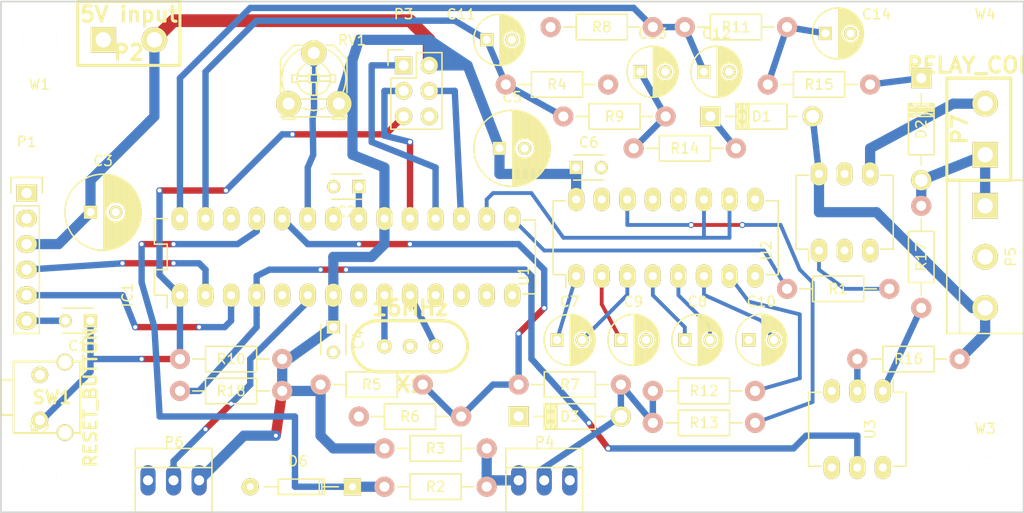
<source format=kicad_pcb>
(kicad_pcb (version 20171130) (host pcbnew "(5.1.12)-1")

  (general
    (thickness 1.6)
    (drawings 4)
    (tracks 264)
    (zones 0)
    (modules 54)
    (nets 56)
  )

  (page A4)
  (layers
    (0 F.Cu signal)
    (31 B.Cu signal)
    (32 B.Adhes user hide)
    (33 F.Adhes user hide)
    (34 B.Paste user hide)
    (35 F.Paste user hide)
    (36 B.SilkS user hide)
    (37 F.SilkS user hide)
    (38 B.Mask user hide)
    (39 F.Mask user hide)
    (40 Dwgs.User user hide)
    (41 Cmts.User user hide)
    (42 Eco1.User user hide)
    (43 Eco2.User user hide)
    (44 Edge.Cuts user)
    (45 Margin user hide)
    (46 B.CrtYd user hide)
    (47 F.CrtYd user hide)
    (48 B.Fab user hide)
    (49 F.Fab user hide)
  )

  (setup
    (last_trace_width 0.25)
    (user_trace_width 0.254)
    (user_trace_width 0.381)
    (user_trace_width 0.635)
    (user_trace_width 1.016)
    (user_trace_width 1.27)
    (user_trace_width 2.54)
    (trace_clearance 0.2)
    (zone_clearance 0.508)
    (zone_45_only no)
    (trace_min 0.2)
    (via_size 0.6)
    (via_drill 0.4)
    (via_min_size 0.4)
    (via_min_drill 0.3)
    (uvia_size 0.3)
    (uvia_drill 0.1)
    (uvias_allowed no)
    (uvia_min_size 0)
    (uvia_min_drill 0)
    (edge_width 0.15)
    (segment_width 0.2)
    (pcb_text_width 0.3)
    (pcb_text_size 1.5 1.5)
    (mod_edge_width 0.15)
    (mod_text_size 1 1)
    (mod_text_width 0.15)
    (pad_size 1.524 1.524)
    (pad_drill 0.762)
    (pad_to_mask_clearance 0.2)
    (aux_axis_origin 0 0)
    (visible_elements 7FFFFFFF)
    (pcbplotparams
      (layerselection 0x00030_80000001)
      (usegerberextensions false)
      (usegerberattributes true)
      (usegerberadvancedattributes true)
      (creategerberjobfile true)
      (excludeedgelayer true)
      (linewidth 0.100000)
      (plotframeref false)
      (viasonmask false)
      (mode 1)
      (useauxorigin false)
      (hpglpennumber 1)
      (hpglpenspeed 20)
      (hpglpendiameter 15.000000)
      (psnegative false)
      (psa4output false)
      (plotreference true)
      (plotvalue true)
      (plotinvisibletext false)
      (padsonsilk false)
      (subtractmaskfromsilk false)
      (outputformat 1)
      (mirror false)
      (drillshape 1)
      (scaleselection 1)
      (outputdirectory ""))
  )

  (net 0 "")
  (net 1 /reset)
  (net 2 "Net-(C1-Pad2)")
  (net 3 "Net-(C2-Pad1)")
  (net 4 GND)
  (net 5 "Net-(D1-Pad2)")
  (net 6 /PILOT)
  (net 7 /PP_READ)
  (net 8 /RX)
  (net 9 /TX)
  (net 10 "Net-(IC1-Pad5)")
  (net 11 "Net-(IC1-Pad9)")
  (net 12 "Net-(IC1-Pad10)")
  (net 13 "Net-(IC1-Pad11)")
  (net 14 "Net-(IC1-Pad13)")
  (net 15 /PWM)
  (net 16 /mosi)
  (net 17 /miso)
  (net 18 /sck)
  (net 19 /PILOTREAD)
  (net 20 "Net-(IC1-Pad26)")
  (net 21 "Net-(P1-Pad1)")
  (net 22 /PP)
  (net 23 "Net-(SW1-Pad4)")
  (net 24 "Net-(SW1-Pad5)")
  (net 25 +5VD)
  (net 26 "Net-(C7-Pad1)")
  (net 27 "Net-(C7-Pad2)")
  (net 28 "Net-(C8-Pad1)")
  (net 29 "Net-(C8-Pad2)")
  (net 30 "Net-(C9-Pad1)")
  (net 31 /AC_SENSE_1)
  (net 32 /AC_SENSE_2)
  (net 33 "Net-(C13-Pad1)")
  (net 34 "Net-(C14-Pad1)")
  (net 35 "Net-(D1-Pad1)")
  (net 36 "Net-(C15-Pad1)")
  (net 37 "Net-(D2-Pad1)")
  (net 38 /AC_ZEROX)
  (net 39 /LED_DATA)
  (net 40 "Net-(IC1-Pad14)")
  (net 41 /RELAY_TRIAC)
  (net 42 /AMP_KNOB)
  (net 43 "Net-(P7-Pad2)")
  (net 44 "Net-(R1-Pad1)")
  (net 45 "Net-(R12-Pad2)")
  (net 46 "Net-(R13-Pad2)")
  (net 47 "Net-(R16-Pad1)")
  (net 48 "Net-(R17-Pad1)")
  (net 49 "Net-(U1-Pad8)")
  (net 50 "Net-(U1-Pad9)")
  (net 51 "Net-(U1-Pad12)")
  (net 52 "Net-(U1-Pad13)")
  (net 53 "Net-(U3-Pad6)")
  (net 54 "Net-(C10-Pad2)")
  (net 55 "Net-(IC1-Pad12)")

  (net_class Default "This is the default net class."
    (clearance 0.2)
    (trace_width 0.25)
    (via_dia 0.6)
    (via_drill 0.4)
    (uvia_dia 0.3)
    (uvia_drill 0.1)
    (add_net +5VD)
    (add_net /AC_SENSE_1)
    (add_net /AC_SENSE_2)
    (add_net /AC_ZEROX)
    (add_net /AMP_KNOB)
    (add_net /LED_DATA)
    (add_net /PILOT)
    (add_net /PILOTREAD)
    (add_net /PP)
    (add_net /PP_READ)
    (add_net /PWM)
    (add_net /RELAY_TRIAC)
    (add_net /RX)
    (add_net /TX)
    (add_net /miso)
    (add_net /mosi)
    (add_net /reset)
    (add_net /sck)
    (add_net GND)
    (add_net "Net-(C1-Pad2)")
    (add_net "Net-(C10-Pad2)")
    (add_net "Net-(C13-Pad1)")
    (add_net "Net-(C14-Pad1)")
    (add_net "Net-(C15-Pad1)")
    (add_net "Net-(C2-Pad1)")
    (add_net "Net-(C7-Pad1)")
    (add_net "Net-(C7-Pad2)")
    (add_net "Net-(C8-Pad1)")
    (add_net "Net-(C8-Pad2)")
    (add_net "Net-(C9-Pad1)")
    (add_net "Net-(D1-Pad1)")
    (add_net "Net-(D1-Pad2)")
    (add_net "Net-(D2-Pad1)")
    (add_net "Net-(IC1-Pad10)")
    (add_net "Net-(IC1-Pad11)")
    (add_net "Net-(IC1-Pad12)")
    (add_net "Net-(IC1-Pad13)")
    (add_net "Net-(IC1-Pad14)")
    (add_net "Net-(IC1-Pad26)")
    (add_net "Net-(IC1-Pad5)")
    (add_net "Net-(IC1-Pad9)")
    (add_net "Net-(P1-Pad1)")
    (add_net "Net-(P7-Pad2)")
    (add_net "Net-(R1-Pad1)")
    (add_net "Net-(R12-Pad2)")
    (add_net "Net-(R13-Pad2)")
    (add_net "Net-(R16-Pad1)")
    (add_net "Net-(R17-Pad1)")
    (add_net "Net-(SW1-Pad4)")
    (add_net "Net-(SW1-Pad5)")
    (add_net "Net-(U1-Pad12)")
    (add_net "Net-(U1-Pad13)")
    (add_net "Net-(U1-Pad8)")
    (add_net "Net-(U1-Pad9)")
    (add_net "Net-(U3-Pad6)")
  )

  (module wishparts:Resistor_Horizontal_RM10mm_refdes_in_box placed (layer F.Cu) (tedit 5726FFA4) (tstamp 5726F237)
    (at 91.44 36.83 180)
    (descr "Resistor, Axial,  RM 10mm, 1/3W")
    (tags "Resistor Axial RM 10mm 1/3W")
    (path /572685CB)
    (fp_text reference R9 (at 5.08 0 180) (layer F.SilkS)
      (effects (font (size 1 1) (thickness 0.15)))
    )
    (fp_text value 2550 (at 5.08 3.81 180) (layer F.Fab)
      (effects (font (size 1 1) (thickness 0.15)))
    )
    (fp_line (start 7.62 0) (end 8.89 0) (layer F.SilkS) (width 0.15))
    (fp_line (start 2.54 0) (end 1.27 0) (layer F.SilkS) (width 0.15))
    (fp_line (start 2.54 1.27) (end 2.54 -1.27) (layer F.SilkS) (width 0.15))
    (fp_line (start 7.62 1.27) (end 2.54 1.27) (layer F.SilkS) (width 0.15))
    (fp_line (start 7.62 -1.27) (end 7.62 1.27) (layer F.SilkS) (width 0.15))
    (fp_line (start 2.54 -1.27) (end 7.62 -1.27) (layer F.SilkS) (width 0.15))
    (fp_line (start -1.25 1.5) (end 11.4 1.5) (layer F.CrtYd) (width 0.05))
    (fp_line (start 11.4 -1.5) (end 11.4 1.5) (layer F.CrtYd) (width 0.05))
    (fp_line (start -1.25 1.5) (end -1.25 -1.5) (layer F.CrtYd) (width 0.05))
    (fp_line (start -1.25 -1.5) (end 11.4 -1.5) (layer F.CrtYd) (width 0.05))
    (pad 1 thru_hole circle (at 0 0 180) (size 1.99898 1.99898) (drill 1.00076) (layers *.Cu *.SilkS *.Mask)
      (net 33 "Net-(C13-Pad1)"))
    (pad 2 thru_hole circle (at 10.16 0 180) (size 1.99898 1.99898) (drill 1.00076) (layers *.Cu *.SilkS *.Mask)
      (net 31 /AC_SENSE_1))
    (model Resistors_ThroughHole.3dshapes/Resistor_Horizontal_RM10mm.wrl
      (offset (xyz 5.079999923706055 0 0))
      (scale (xyz 0.4 0.4 0.4))
      (rotate (xyz 0 0 0))
    )
  )

  (module battery-dlg:CCFLHV locked (layer F.Cu) (tedit 57270508) (tstamp 5715E2C3)
    (at 38.1 29.21)
    (descr "Bornier d'alimentation 2 pins")
    (tags DEV)
    (path /5715BE40)
    (fp_text reference P2 (at 0 1.27) (layer F.SilkS)
      (effects (font (size 1.524 1.524) (thickness 0.3048)))
    )
    (fp_text value "5V input" (at 0 -2.54) (layer F.SilkS)
      (effects (font (size 1.524 1.524) (thickness 0.3048)))
    )
    (fp_line (start -5.08 -3.81) (end -5.08 2.54) (layer F.SilkS) (width 0.3048))
    (fp_line (start 5.08 -3.81) (end -5.08 -3.81) (layer F.SilkS) (width 0.3048))
    (fp_line (start 5.08 2.54) (end 5.08 -3.81) (layer F.SilkS) (width 0.3048))
    (fp_line (start 5.08 2.54) (end -5.08 2.54) (layer F.SilkS) (width 0.3048))
    (pad 1 thru_hole rect (at -2.54 0) (size 2.54 2.54) (drill 1.524) (layers *.Cu *.Mask F.SilkS)
      (net 4 GND))
    (pad 2 thru_hole circle (at 2.54 0) (size 2.54 2.54) (drill 1.524) (layers *.Cu *.Mask F.SilkS)
      (net 25 +5VD))
    (model device/bornier_2.wrl
      (at (xyz 0 0 0))
      (scale (xyz 1 1 1))
      (rotate (xyz 0 0 0))
    )
  )

  (module Connect:bornier3 placed (layer F.Cu) (tedit 572704F4) (tstamp 5726F213)
    (at 123.19 50.8 270)
    (descr "Bornier d'alimentation 3 pins")
    (tags DEV)
    (path /572721D7)
    (fp_text reference P5 (at 0 -2.54 270) (layer F.SilkS)
      (effects (font (size 1 1) (thickness 0.15)))
    )
    (fp_text value AC_GND_AC (at 0 5.08 270) (layer F.Fab)
      (effects (font (size 1 1) (thickness 0.15)))
    )
    (fp_line (start -7.62 3.81) (end 7.62 3.81) (layer F.SilkS) (width 0.15))
    (fp_line (start -7.62 -3.81) (end 7.62 -3.81) (layer F.SilkS) (width 0.15))
    (fp_line (start -7.62 2.54) (end 7.62 2.54) (layer F.SilkS) (width 0.15))
    (fp_line (start 7.62 3.81) (end 7.62 -3.81) (layer F.SilkS) (width 0.15))
    (fp_line (start -7.62 3.81) (end -7.62 -3.81) (layer F.SilkS) (width 0.15))
    (pad 1 thru_hole rect (at -5.08 0 270) (size 2.54 2.54) (drill 1.524) (layers *.Cu *.Mask F.SilkS)
      (net 36 "Net-(C15-Pad1)"))
    (pad 2 thru_hole circle (at 0 0 270) (size 2.54 2.54) (drill 1.524) (layers *.Cu *.Mask F.SilkS)
      (net 4 GND))
    (pad 3 thru_hole circle (at 5.08 0 270) (size 2.54 2.54) (drill 1.524) (layers *.Cu *.Mask F.SilkS)
      (net 5 "Net-(D1-Pad2)"))
    (model Connect.3dshapes/bornier3.wrl
      (at (xyz 0 0 0))
      (scale (xyz 1 1 1))
      (rotate (xyz 0 0 0))
    )
  )

  (module Housings_DIP:DIP-6_W7.62mm_LongPads placed (layer F.Cu) (tedit 5727045A) (tstamp 5726F294)
    (at 113.03 64.135 270)
    (descr "6-lead dip package, row spacing 7.62 mm (300 mils), longer pads")
    (tags "dil dip 2.54 300")
    (path /5726ECAB)
    (fp_text reference U3 (at 3.81 1.27 270) (layer F.SilkS)
      (effects (font (size 1 1) (thickness 0.15)))
    )
    (fp_text value H11AA (at 0 -3.72 270) (layer F.Fab)
      (effects (font (size 1 1) (thickness 0.15)))
    )
    (fp_line (start 0.135 -1.025) (end -1.15 -1.025) (layer F.SilkS) (width 0.15))
    (fp_line (start 0.135 7.375) (end 7.485 7.375) (layer F.SilkS) (width 0.15))
    (fp_line (start 0.135 -2.295) (end 7.485 -2.295) (layer F.SilkS) (width 0.15))
    (fp_line (start 0.135 7.375) (end 0.135 6.105) (layer F.SilkS) (width 0.15))
    (fp_line (start 7.485 7.375) (end 7.485 6.105) (layer F.SilkS) (width 0.15))
    (fp_line (start 7.485 -2.295) (end 7.485 -1.025) (layer F.SilkS) (width 0.15))
    (fp_line (start 0.135 -2.295) (end 0.135 -1.025) (layer F.SilkS) (width 0.15))
    (fp_line (start -1.4 7.55) (end 9 7.55) (layer F.CrtYd) (width 0.05))
    (fp_line (start -1.4 -2.45) (end 9 -2.45) (layer F.CrtYd) (width 0.05))
    (fp_line (start 9 -2.45) (end 9 7.55) (layer F.CrtYd) (width 0.05))
    (fp_line (start -1.4 -2.45) (end -1.4 7.55) (layer F.CrtYd) (width 0.05))
    (pad 1 thru_hole oval (at 0 0 270) (size 2.3 1.6) (drill 0.8) (layers *.Cu *.Mask F.SilkS)
      (net 48 "Net-(R17-Pad1)"))
    (pad 2 thru_hole oval (at 0 2.54 270) (size 2.3 1.6) (drill 0.8) (layers *.Cu *.Mask F.SilkS)
      (net 47 "Net-(R16-Pad1)"))
    (pad 3 thru_hole oval (at 0 5.08 270) (size 2.3 1.6) (drill 0.8) (layers *.Cu *.Mask F.SilkS))
    (pad 4 thru_hole oval (at 7.62 5.08 270) (size 2.3 1.6) (drill 0.8) (layers *.Cu *.Mask F.SilkS)
      (net 4 GND))
    (pad 5 thru_hole oval (at 7.62 2.54 270) (size 2.3 1.6) (drill 0.8) (layers *.Cu *.Mask F.SilkS)
      (net 38 /AC_ZEROX))
    (pad 6 thru_hole oval (at 7.62 0 270) (size 2.3 1.6) (drill 0.8) (layers *.Cu *.Mask F.SilkS)
      (net 53 "Net-(U3-Pad6)"))
    (model Housings_DIP.3dshapes/DIP-6_W7.62mm_LongPads.wrl
      (at (xyz 0 0 0))
      (scale (xyz 1 1 1))
      (rotate (xyz 0 0 0))
    )
  )

  (module battery-dlg:CCFLHV placed (layer F.Cu) (tedit 572703F4) (tstamp 5726F225)
    (at 123.19 38.1 90)
    (descr "Bornier d'alimentation 2 pins")
    (tags DEV)
    (path /571B011E)
    (fp_text reference P7 (at 0 -2.54 90) (layer F.SilkS)
      (effects (font (size 1.524 1.524) (thickness 0.3048)))
    )
    (fp_text value RELAY_COIL (at 6.36016 -1.23952 180) (layer F.SilkS)
      (effects (font (size 1.524 1.524) (thickness 0.3048)))
    )
    (fp_line (start -5.08 -3.81) (end -5.08 2.54) (layer F.SilkS) (width 0.3048))
    (fp_line (start 5.08 -3.81) (end -5.08 -3.81) (layer F.SilkS) (width 0.3048))
    (fp_line (start 5.08 2.54) (end 5.08 -3.81) (layer F.SilkS) (width 0.3048))
    (fp_line (start 5.08 2.54) (end -5.08 2.54) (layer F.SilkS) (width 0.3048))
    (pad 1 thru_hole rect (at -2.54 0 90) (size 2.54 2.54) (drill 1.524) (layers *.Cu *.Mask F.SilkS)
      (net 36 "Net-(C15-Pad1)"))
    (pad 2 thru_hole circle (at 2.54 0 90) (size 2.54 2.54) (drill 1.524) (layers *.Cu *.Mask F.SilkS)
      (net 43 "Net-(P7-Pad2)"))
    (model device/bornier_2.wrl
      (at (xyz 0 0 0))
      (scale (xyz 1 1 1))
      (rotate (xyz 0 0 0))
    )
  )

  (module Capacitors_ThroughHole:C_Radial_D7.5_L11.2_P2.5 placed (layer F.Cu) (tedit 0) (tstamp 5715E269)
    (at 34.29 46.355)
    (descr "Radial Electrolytic Capacitor Diameter 7.5mm x Length 11.2mm, Pitch 2.5mm")
    (tags "Electrolytic Capacitor")
    (path /5715A88F)
    (fp_text reference C3 (at 1.25 -5.1) (layer F.SilkS)
      (effects (font (size 1 1) (thickness 0.15)))
    )
    (fp_text value 100uF (at 1.25 5.1) (layer F.Fab)
      (effects (font (size 1 1) (thickness 0.15)))
    )
    (fp_circle (center 1.25 0) (end 1.25 -4.1) (layer F.CrtYd) (width 0.05))
    (fp_circle (center 1.25 0) (end 1.25 -3.7875) (layer F.SilkS) (width 0.15))
    (fp_circle (center 2.5 0) (end 2.5 -1) (layer F.SilkS) (width 0.15))
    (fp_line (start 4.965 -0.511) (end 4.965 0.511) (layer F.SilkS) (width 0.15))
    (fp_line (start 4.825 -1.132) (end 4.825 1.132) (layer F.SilkS) (width 0.15))
    (fp_line (start 4.685 -1.504) (end 4.685 1.504) (layer F.SilkS) (width 0.15))
    (fp_line (start 4.545 -1.79) (end 4.545 1.79) (layer F.SilkS) (width 0.15))
    (fp_line (start 4.405 -2.027) (end 4.405 2.027) (layer F.SilkS) (width 0.15))
    (fp_line (start 4.265 -2.23) (end 4.265 2.23) (layer F.SilkS) (width 0.15))
    (fp_line (start 4.125 -2.408) (end 4.125 2.408) (layer F.SilkS) (width 0.15))
    (fp_line (start 3.985 -2.566) (end 3.985 2.566) (layer F.SilkS) (width 0.15))
    (fp_line (start 3.845 -2.707) (end 3.845 2.707) (layer F.SilkS) (width 0.15))
    (fp_line (start 3.705 -2.835) (end 3.705 2.835) (layer F.SilkS) (width 0.15))
    (fp_line (start 3.565 -2.95) (end 3.565 2.95) (layer F.SilkS) (width 0.15))
    (fp_line (start 3.425 0.38) (end 3.425 3.055) (layer F.SilkS) (width 0.15))
    (fp_line (start 3.425 -3.055) (end 3.425 -0.38) (layer F.SilkS) (width 0.15))
    (fp_line (start 3.285 0.619) (end 3.285 3.15) (layer F.SilkS) (width 0.15))
    (fp_line (start 3.285 -3.15) (end 3.285 -0.619) (layer F.SilkS) (width 0.15))
    (fp_line (start 3.145 0.764) (end 3.145 3.236) (layer F.SilkS) (width 0.15))
    (fp_line (start 3.145 -3.236) (end 3.145 -0.764) (layer F.SilkS) (width 0.15))
    (fp_line (start 3.005 0.863) (end 3.005 3.314) (layer F.SilkS) (width 0.15))
    (fp_line (start 3.005 -3.314) (end 3.005 -0.863) (layer F.SilkS) (width 0.15))
    (fp_line (start 2.865 0.931) (end 2.865 3.384) (layer F.SilkS) (width 0.15))
    (fp_line (start 2.865 -3.384) (end 2.865 -0.931) (layer F.SilkS) (width 0.15))
    (fp_line (start 2.725 0.974) (end 2.725 3.448) (layer F.SilkS) (width 0.15))
    (fp_line (start 2.725 -3.448) (end 2.725 -0.974) (layer F.SilkS) (width 0.15))
    (fp_line (start 2.585 0.996) (end 2.585 3.504) (layer F.SilkS) (width 0.15))
    (fp_line (start 2.585 -3.504) (end 2.585 -0.996) (layer F.SilkS) (width 0.15))
    (fp_line (start 2.445 0.998) (end 2.445 3.555) (layer F.SilkS) (width 0.15))
    (fp_line (start 2.445 -3.555) (end 2.445 -0.998) (layer F.SilkS) (width 0.15))
    (fp_line (start 2.305 0.981) (end 2.305 3.599) (layer F.SilkS) (width 0.15))
    (fp_line (start 2.305 -3.599) (end 2.305 -0.981) (layer F.SilkS) (width 0.15))
    (fp_line (start 2.165 0.942) (end 2.165 3.637) (layer F.SilkS) (width 0.15))
    (fp_line (start 2.165 -3.637) (end 2.165 -0.942) (layer F.SilkS) (width 0.15))
    (fp_line (start 2.025 0.88) (end 2.025 3.669) (layer F.SilkS) (width 0.15))
    (fp_line (start 2.025 -3.669) (end 2.025 -0.88) (layer F.SilkS) (width 0.15))
    (fp_line (start 1.885 0.789) (end 1.885 3.696) (layer F.SilkS) (width 0.15))
    (fp_line (start 1.885 -3.696) (end 1.885 -0.789) (layer F.SilkS) (width 0.15))
    (fp_line (start 1.745 0.656) (end 1.745 3.717) (layer F.SilkS) (width 0.15))
    (fp_line (start 1.745 -3.717) (end 1.745 -0.656) (layer F.SilkS) (width 0.15))
    (fp_line (start 1.605 0.446) (end 1.605 3.733) (layer F.SilkS) (width 0.15))
    (fp_line (start 1.605 -3.733) (end 1.605 -0.446) (layer F.SilkS) (width 0.15))
    (fp_line (start 1.465 -3.744) (end 1.465 3.744) (layer F.SilkS) (width 0.15))
    (fp_line (start 1.325 -3.749) (end 1.325 3.749) (layer F.SilkS) (width 0.15))
    (pad 2 thru_hole circle (at 2.5 0) (size 1.3 1.3) (drill 0.8) (layers *.Cu *.Mask F.SilkS)
      (net 4 GND))
    (pad 1 thru_hole rect (at 0 0) (size 1.3 1.3) (drill 0.8) (layers *.Cu *.Mask F.SilkS)
      (net 25 +5VD))
    (model Capacitors_ThroughHole.3dshapes/C_Radial_D7.5_L11.2_P2.5.wrl
      (at (xyz 0 0 0))
      (scale (xyz 1 1 1))
      (rotate (xyz 0 0 0))
    )
  )

  (module Capacitors_ThroughHole:C_Radial_D7.5_L11.2_P2.5 placed (layer F.Cu) (tedit 0) (tstamp 5715E275)
    (at 74.93 40.005)
    (descr "Radial Electrolytic Capacitor Diameter 7.5mm x Length 11.2mm, Pitch 2.5mm")
    (tags "Electrolytic Capacitor")
    (path /571574A0)
    (fp_text reference C5 (at 1.25 -5.1) (layer F.SilkS)
      (effects (font (size 1 1) (thickness 0.15)))
    )
    (fp_text value 100uF (at 1.25 5.1) (layer F.Fab)
      (effects (font (size 1 1) (thickness 0.15)))
    )
    (fp_circle (center 1.25 0) (end 1.25 -4.1) (layer F.CrtYd) (width 0.05))
    (fp_circle (center 1.25 0) (end 1.25 -3.7875) (layer F.SilkS) (width 0.15))
    (fp_circle (center 2.5 0) (end 2.5 -1) (layer F.SilkS) (width 0.15))
    (fp_line (start 4.965 -0.511) (end 4.965 0.511) (layer F.SilkS) (width 0.15))
    (fp_line (start 4.825 -1.132) (end 4.825 1.132) (layer F.SilkS) (width 0.15))
    (fp_line (start 4.685 -1.504) (end 4.685 1.504) (layer F.SilkS) (width 0.15))
    (fp_line (start 4.545 -1.79) (end 4.545 1.79) (layer F.SilkS) (width 0.15))
    (fp_line (start 4.405 -2.027) (end 4.405 2.027) (layer F.SilkS) (width 0.15))
    (fp_line (start 4.265 -2.23) (end 4.265 2.23) (layer F.SilkS) (width 0.15))
    (fp_line (start 4.125 -2.408) (end 4.125 2.408) (layer F.SilkS) (width 0.15))
    (fp_line (start 3.985 -2.566) (end 3.985 2.566) (layer F.SilkS) (width 0.15))
    (fp_line (start 3.845 -2.707) (end 3.845 2.707) (layer F.SilkS) (width 0.15))
    (fp_line (start 3.705 -2.835) (end 3.705 2.835) (layer F.SilkS) (width 0.15))
    (fp_line (start 3.565 -2.95) (end 3.565 2.95) (layer F.SilkS) (width 0.15))
    (fp_line (start 3.425 0.38) (end 3.425 3.055) (layer F.SilkS) (width 0.15))
    (fp_line (start 3.425 -3.055) (end 3.425 -0.38) (layer F.SilkS) (width 0.15))
    (fp_line (start 3.285 0.619) (end 3.285 3.15) (layer F.SilkS) (width 0.15))
    (fp_line (start 3.285 -3.15) (end 3.285 -0.619) (layer F.SilkS) (width 0.15))
    (fp_line (start 3.145 0.764) (end 3.145 3.236) (layer F.SilkS) (width 0.15))
    (fp_line (start 3.145 -3.236) (end 3.145 -0.764) (layer F.SilkS) (width 0.15))
    (fp_line (start 3.005 0.863) (end 3.005 3.314) (layer F.SilkS) (width 0.15))
    (fp_line (start 3.005 -3.314) (end 3.005 -0.863) (layer F.SilkS) (width 0.15))
    (fp_line (start 2.865 0.931) (end 2.865 3.384) (layer F.SilkS) (width 0.15))
    (fp_line (start 2.865 -3.384) (end 2.865 -0.931) (layer F.SilkS) (width 0.15))
    (fp_line (start 2.725 0.974) (end 2.725 3.448) (layer F.SilkS) (width 0.15))
    (fp_line (start 2.725 -3.448) (end 2.725 -0.974) (layer F.SilkS) (width 0.15))
    (fp_line (start 2.585 0.996) (end 2.585 3.504) (layer F.SilkS) (width 0.15))
    (fp_line (start 2.585 -3.504) (end 2.585 -0.996) (layer F.SilkS) (width 0.15))
    (fp_line (start 2.445 0.998) (end 2.445 3.555) (layer F.SilkS) (width 0.15))
    (fp_line (start 2.445 -3.555) (end 2.445 -0.998) (layer F.SilkS) (width 0.15))
    (fp_line (start 2.305 0.981) (end 2.305 3.599) (layer F.SilkS) (width 0.15))
    (fp_line (start 2.305 -3.599) (end 2.305 -0.981) (layer F.SilkS) (width 0.15))
    (fp_line (start 2.165 0.942) (end 2.165 3.637) (layer F.SilkS) (width 0.15))
    (fp_line (start 2.165 -3.637) (end 2.165 -0.942) (layer F.SilkS) (width 0.15))
    (fp_line (start 2.025 0.88) (end 2.025 3.669) (layer F.SilkS) (width 0.15))
    (fp_line (start 2.025 -3.669) (end 2.025 -0.88) (layer F.SilkS) (width 0.15))
    (fp_line (start 1.885 0.789) (end 1.885 3.696) (layer F.SilkS) (width 0.15))
    (fp_line (start 1.885 -3.696) (end 1.885 -0.789) (layer F.SilkS) (width 0.15))
    (fp_line (start 1.745 0.656) (end 1.745 3.717) (layer F.SilkS) (width 0.15))
    (fp_line (start 1.745 -3.717) (end 1.745 -0.656) (layer F.SilkS) (width 0.15))
    (fp_line (start 1.605 0.446) (end 1.605 3.733) (layer F.SilkS) (width 0.15))
    (fp_line (start 1.605 -3.733) (end 1.605 -0.446) (layer F.SilkS) (width 0.15))
    (fp_line (start 1.465 -3.744) (end 1.465 3.744) (layer F.SilkS) (width 0.15))
    (fp_line (start 1.325 -3.749) (end 1.325 3.749) (layer F.SilkS) (width 0.15))
    (pad 2 thru_hole circle (at 2.5 0) (size 1.3 1.3) (drill 0.8) (layers *.Cu *.Mask F.SilkS)
      (net 4 GND))
    (pad 1 thru_hole rect (at 0 0) (size 1.3 1.3) (drill 0.8) (layers *.Cu *.Mask F.SilkS)
      (net 25 +5VD))
    (model Capacitors_ThroughHole.3dshapes/C_Radial_D7.5_L11.2_P2.5.wrl
      (at (xyz 0 0 0))
      (scale (xyz 1 1 1))
      (rotate (xyz 0 0 0))
    )
  )

  (module Diodes_ThroughHole:Diode_DO-35_SOD27_Horizontal_RM10 placed (layer F.Cu) (tedit 552FFC30) (tstamp 5715E293)
    (at 60.325 73.66 180)
    (descr "Diode, DO-35,  SOD27, Horizontal, RM 10mm")
    (tags "Diode, DO-35, SOD27, Horizontal, RM 10mm, 1N4148,")
    (path /5715948C)
    (fp_text reference D6 (at 5.43052 2.53746 180) (layer F.SilkS)
      (effects (font (size 1 1) (thickness 0.15)))
    )
    (fp_text value 1N4148 (at 4.41452 -3.55854 180) (layer F.Fab)
      (effects (font (size 1 1) (thickness 0.15)))
    )
    (fp_line (start 2.79452 -0.76454) (end 2.79452 -0.00254) (layer F.SilkS) (width 0.15))
    (fp_line (start 7.36652 -0.76454) (end 2.79452 -0.76454) (layer F.SilkS) (width 0.15))
    (fp_line (start 7.36652 0.75946) (end 7.36652 -0.76454) (layer F.SilkS) (width 0.15))
    (fp_line (start 2.79452 0.75946) (end 7.36652 0.75946) (layer F.SilkS) (width 0.15))
    (fp_line (start 2.79452 -0.00254) (end 2.79452 0.75946) (layer F.SilkS) (width 0.15))
    (fp_line (start 3.04852 -0.76454) (end 3.04852 0.75946) (layer F.SilkS) (width 0.15))
    (fp_line (start 3.30252 -0.76454) (end 3.30252 0.75946) (layer F.SilkS) (width 0.15))
    (fp_line (start 2.92152 -0.00254) (end 1.39752 -0.00254) (layer F.SilkS) (width 0.15))
    (fp_line (start 7.36652 -0.00254) (end 8.76352 -0.00254) (layer F.SilkS) (width 0.15))
    (pad 2 thru_hole circle (at 10.16052 -0.00254) (size 1.69926 1.69926) (drill 0.70104) (layers *.Cu *.Mask F.SilkS)
      (net 4 GND))
    (pad 1 thru_hole rect (at 0.00052 -0.00254) (size 1.69926 1.69926) (drill 0.70104) (layers *.Cu *.Mask F.SilkS)
      (net 7 /PP_READ))
    (model Diodes_ThroughHole.3dshapes/Diode_DO-35_SOD27_Horizontal_RM10.wrl
      (offset (xyz 5.079999923706055 0 0))
      (scale (xyz 0.4 0.4 0.4))
      (rotate (xyz 0 0 180))
    )
  )

  (module Pin_Headers:Pin_Header_Straight_1x06 locked (layer F.Cu) (tedit 0) (tstamp 5715E2BD)
    (at 27.94 44.45)
    (descr "Through hole pin header")
    (tags "pin header")
    (path /5715784B)
    (fp_text reference P1 (at 0 -5.1) (layer F.SilkS)
      (effects (font (size 1 1) (thickness 0.15)))
    )
    (fp_text value SERIAL (at 0 -3.1) (layer F.Fab)
      (effects (font (size 1 1) (thickness 0.15)))
    )
    (fp_line (start -1.55 -1.55) (end 1.55 -1.55) (layer F.SilkS) (width 0.15))
    (fp_line (start -1.55 0) (end -1.55 -1.55) (layer F.SilkS) (width 0.15))
    (fp_line (start 1.27 1.27) (end -1.27 1.27) (layer F.SilkS) (width 0.15))
    (fp_line (start 1.55 -1.55) (end 1.55 0) (layer F.SilkS) (width 0.15))
    (fp_line (start -1.27 13.97) (end -1.27 1.27) (layer F.SilkS) (width 0.15))
    (fp_line (start 1.27 13.97) (end -1.27 13.97) (layer F.SilkS) (width 0.15))
    (fp_line (start 1.27 1.27) (end 1.27 13.97) (layer F.SilkS) (width 0.15))
    (fp_line (start -1.75 14.45) (end 1.75 14.45) (layer F.CrtYd) (width 0.05))
    (fp_line (start -1.75 -1.75) (end 1.75 -1.75) (layer F.CrtYd) (width 0.05))
    (fp_line (start 1.75 -1.75) (end 1.75 14.45) (layer F.CrtYd) (width 0.05))
    (fp_line (start -1.75 -1.75) (end -1.75 14.45) (layer F.CrtYd) (width 0.05))
    (pad 1 thru_hole rect (at 0 0) (size 2.032 1.7272) (drill 1.016) (layers *.Cu *.Mask F.SilkS)
      (net 21 "Net-(P1-Pad1)"))
    (pad 2 thru_hole oval (at 0 2.54) (size 2.032 1.7272) (drill 1.016) (layers *.Cu *.Mask F.SilkS)
      (net 4 GND))
    (pad 3 thru_hole oval (at 0 5.08) (size 2.032 1.7272) (drill 1.016) (layers *.Cu *.Mask F.SilkS)
      (net 25 +5VD))
    (pad 4 thru_hole oval (at 0 7.62) (size 2.032 1.7272) (drill 1.016) (layers *.Cu *.Mask F.SilkS)
      (net 8 /RX))
    (pad 5 thru_hole oval (at 0 10.16) (size 2.032 1.7272) (drill 1.016) (layers *.Cu *.Mask F.SilkS)
      (net 9 /TX))
    (pad 6 thru_hole oval (at 0 12.7) (size 2.032 1.7272) (drill 1.016) (layers *.Cu *.Mask F.SilkS)
      (net 2 "Net-(C1-Pad2)"))
    (model Pin_Headers.3dshapes/Pin_Header_Straight_1x06.wrl
      (offset (xyz 0 -6.349999904632568 0))
      (scale (xyz 1 1 1))
      (rotate (xyz 0 0 90))
    )
  )

  (module Pin_Headers:Pin_Header_Straight_2x03 placed (layer F.Cu) (tedit 54EA0A4B) (tstamp 5715E2CD)
    (at 65.405 31.75)
    (descr "Through hole pin header")
    (tags "pin header")
    (path /57157DFA)
    (fp_text reference P3 (at 0 -5.1) (layer F.SilkS)
      (effects (font (size 1 1) (thickness 0.15)))
    )
    (fp_text value ICSP (at 0 -3.1) (layer F.Fab)
      (effects (font (size 1 1) (thickness 0.15)))
    )
    (fp_line (start 3.81 1.27) (end 3.81 -1.27) (layer F.SilkS) (width 0.15))
    (fp_line (start 3.81 -1.27) (end 1.27 -1.27) (layer F.SilkS) (width 0.15))
    (fp_line (start -1.55 -1.55) (end -1.55 0) (layer F.SilkS) (width 0.15))
    (fp_line (start 3.81 6.35) (end 3.81 1.27) (layer F.SilkS) (width 0.15))
    (fp_line (start -1.27 6.35) (end 3.81 6.35) (layer F.SilkS) (width 0.15))
    (fp_line (start 1.27 1.27) (end -1.27 1.27) (layer F.SilkS) (width 0.15))
    (fp_line (start 1.27 -1.27) (end 1.27 1.27) (layer F.SilkS) (width 0.15))
    (fp_line (start -1.75 6.85) (end 4.3 6.85) (layer F.CrtYd) (width 0.05))
    (fp_line (start -1.75 -1.75) (end 4.3 -1.75) (layer F.CrtYd) (width 0.05))
    (fp_line (start 4.3 -1.75) (end 4.3 6.85) (layer F.CrtYd) (width 0.05))
    (fp_line (start -1.75 -1.75) (end -1.75 6.85) (layer F.CrtYd) (width 0.05))
    (fp_line (start -1.55 -1.55) (end 0 -1.55) (layer F.SilkS) (width 0.15))
    (fp_line (start -1.27 1.27) (end -1.27 6.35) (layer F.SilkS) (width 0.15))
    (pad 1 thru_hole rect (at 0 0) (size 1.7272 1.7272) (drill 1.016) (layers *.Cu *.Mask F.SilkS)
      (net 17 /miso))
    (pad 2 thru_hole oval (at 2.54 0) (size 1.7272 1.7272) (drill 1.016) (layers *.Cu *.Mask F.SilkS)
      (net 25 +5VD))
    (pad 3 thru_hole oval (at 0 2.54) (size 1.7272 1.7272) (drill 1.016) (layers *.Cu *.Mask F.SilkS)
      (net 18 /sck))
    (pad 4 thru_hole oval (at 2.54 2.54) (size 1.7272 1.7272) (drill 1.016) (layers *.Cu *.Mask F.SilkS)
      (net 16 /mosi))
    (pad 5 thru_hole oval (at 0 5.08) (size 1.7272 1.7272) (drill 1.016) (layers *.Cu *.Mask F.SilkS)
      (net 1 /reset))
    (pad 6 thru_hole oval (at 2.54 5.08) (size 1.7272 1.7272) (drill 1.016) (layers *.Cu *.Mask F.SilkS)
      (net 4 GND))
    (model Pin_Headers.3dshapes/Pin_Header_Straight_2x03.wrl
      (offset (xyz 1.269999980926514 -2.539999961853027 0))
      (scale (xyz 1 1 1))
      (rotate (xyz 0 0 90))
    )
  )

  (module Connect:PINHEAD1-3 (layer F.Cu) (tedit 0) (tstamp 5715E2D4)
    (at 79.375 73.025)
    (path /571582B3)
    (attr virtual)
    (fp_text reference P4 (at 0.05 -3.8) (layer F.SilkS)
      (effects (font (size 1 1) (thickness 0.15)))
    )
    (fp_text value Pilot (at 0 3.81) (layer F.Fab)
      (effects (font (size 1 1) (thickness 0.15)))
    )
    (fp_line (start 3.81 3.175) (end -3.81 3.175) (layer F.SilkS) (width 0.15))
    (fp_line (start -3.81 -3.175) (end 3.81 -3.175) (layer F.SilkS) (width 0.15))
    (fp_line (start 3.81 -1.27) (end -3.81 -1.27) (layer F.SilkS) (width 0.15))
    (fp_line (start 3.81 -3.175) (end 3.81 3.175) (layer F.SilkS) (width 0.15))
    (fp_line (start -3.81 -3.175) (end -3.81 3.175) (layer F.SilkS) (width 0.15))
    (pad 1 thru_hole oval (at -2.54 0) (size 1.50622 3.01498) (drill 0.99822) (layers *.Cu *.Mask)
      (net 22 /PP))
    (pad 2 thru_hole oval (at 0 0) (size 1.50622 3.01498) (drill 0.99822) (layers *.Cu *.Mask)
      (net 6 /PILOT))
    (pad 3 thru_hole oval (at 2.54 0) (size 1.50622 3.01498) (drill 0.99822) (layers *.Cu *.Mask)
      (net 4 GND))
  )

  (module battery-dlg:SW-1825027-5 locked (layer F.Cu) (tedit 5716E4E5) (tstamp 5715E306)
    (at 31.75 64.77 180)
    (descr "Bouton poussoir")
    (tags "SWITCH DEV")
    (path /57157622)
    (autoplace_cost180 10)
    (fp_text reference SW1 (at 1.27 0 180) (layer F.SilkS)
      (effects (font (size 1.27 1.27) (thickness 0.254)))
    )
    (fp_text value RESET_BUTTON (at -2.54 0 270) (layer F.SilkS)
      (effects (font (size 1.27 1.27) (thickness 0.254)))
    )
    (fp_line (start -1.524 -3.556) (end 5.1054 -3.556) (layer F.SilkS) (width 0.2032))
    (fp_line (start -1.524 3.556) (end -1.524 -3.556) (layer F.SilkS) (width 0.2032))
    (fp_line (start 5.1054 3.556) (end -1.524 3.556) (layer F.SilkS) (width 0.2032))
    (fp_line (start 6.35 -1.7526) (end 6.35 1.7526) (layer F.SilkS) (width 0.2032))
    (fp_line (start 5.1054 -3.556) (end 5.1054 3.556) (layer F.SilkS) (width 0.2032))
    (fp_line (start 5.1054 -1.7526) (end 6.35 -1.7526) (layer F.SilkS) (width 0.2032))
    (fp_line (start 5.1054 1.7526) (end 6.35 1.7526) (layer F.SilkS) (width 0.2032))
    (pad 1 thru_hole circle (at 2.4892 -2.2606 180) (size 1.651 1.651) (drill 0.9906) (layers *.Cu *.Mask F.SilkS)
      (net 1 /reset))
    (pad 2 thru_hole circle (at 2.4892 2.2352 180) (size 1.651 1.651) (drill 0.9906) (layers *.Cu *.Mask F.SilkS)
      (net 4 GND))
    (pad 4 thru_hole circle (at 0 -3.5052 180) (size 1.651 1.651) (drill 1.2954) (layers *.Cu *.Mask F.SilkS)
      (net 23 "Net-(SW1-Pad4)"))
    (pad 5 thru_hole circle (at 0 3.5052 180) (size 1.651 1.651) (drill 1.2954) (layers *.Cu *.Mask F.SilkS)
      (net 24 "Net-(SW1-Pad5)"))
    (model device/switch_push.wrl
      (at (xyz 0 0 0))
      (scale (xyz 1 1 1))
      (rotate (xyz 0 0 0))
    )
  )

  (module battery-dlg:HC-49V-OR-RESONATOR (layer F.Cu) (tedit 50A1A04F) (tstamp 5715E320)
    (at 66.04 59.69 180)
    (descr "Quartz boitier HC-49 Vertical")
    (tags "QUARTZ DEV")
    (path /571573AA)
    (autoplace_cost180 10)
    (fp_text reference X1 (at 0 -3.81 180) (layer F.SilkS)
      (effects (font (size 1.524 1.524) (thickness 0.3048)))
    )
    (fp_text value 16MHz (at 0 3.81 180) (layer F.SilkS)
      (effects (font (size 1.524 1.524) (thickness 0.3048)))
    )
    (fp_line (start -3.175 -2.54) (end 3.175 -2.54) (layer F.SilkS) (width 0.3175))
    (fp_line (start -3.175 2.54) (end 3.175 2.54) (layer F.SilkS) (width 0.3175))
    (fp_arc (start 3.175 0) (end 3.175 -2.54) (angle 90) (layer F.SilkS) (width 0.3175))
    (fp_arc (start 3.175 0) (end 5.715 0) (angle 90) (layer F.SilkS) (width 0.3175))
    (fp_arc (start -3.175 0) (end -5.715 0) (angle 90) (layer F.SilkS) (width 0.3175))
    (fp_arc (start -3.175 0) (end -3.175 2.54) (angle 90) (layer F.SilkS) (width 0.3175))
    (pad 1 thru_hole circle (at -2.54 0 180) (size 1.4224 1.4224) (drill 0.762) (layers *.Cu *.Mask F.SilkS)
      (net 12 "Net-(IC1-Pad10)"))
    (pad 2 thru_hole circle (at 2.54 0 180) (size 1.4224 1.4224) (drill 0.762) (layers *.Cu *.Mask F.SilkS)
      (net 11 "Net-(IC1-Pad9)"))
    (pad 3 thru_hole circle (at 0 0 180) (size 1.4224 1.4224) (drill 0.762) (layers *.Cu *.Mask F.SilkS)
      (net 4 GND))
  )

  (module Housings_DIP:DIP-28_W7.62mm_LongPads (layer F.Cu) (tedit 5715E6DF) (tstamp 5715E2B3)
    (at 59.69 50.8 90)
    (descr "28-lead dip package, row spacing 7.62 mm (300 mils), longer pads")
    (tags "dil dip 2.54 300")
    (path /57157233)
    (fp_text reference IC1 (at -3.81 -21.73 90) (layer F.SilkS)
      (effects (font (size 1 1) (thickness 0.15)))
    )
    (fp_text value ATMEGA328P-P (at -3.81 -20.23 90) (layer F.Fab)
      (effects (font (size 1 1) (thickness 0.15)))
    )
    (fp_line (start -3.675 18.805) (end 3.675 18.805) (layer F.SilkS) (width 0.15))
    (fp_line (start -3.675 18.805) (end -3.675 17.535) (layer F.SilkS) (width 0.15))
    (fp_line (start 3.675 18.805) (end 3.675 17.535) (layer F.SilkS) (width 0.15))
    (fp_line (start -5.21 18.99) (end 5.19 18.99) (layer F.CrtYd) (width 0.05))
    (fp_line (start -5.21 -18.96) (end 5.19 -18.96) (layer F.CrtYd) (width 0.05))
    (fp_line (start 5.19 -18.96) (end 5.19 18.99) (layer F.CrtYd) (width 0.05))
    (fp_line (start -5.21 -18.96) (end -5.21 18.99) (layer F.CrtYd) (width 0.05))
    (fp_line (start 3.81 -19.05) (end 3.81 -17.78) (layer F.SilkS) (width 0.15))
    (fp_line (start 1.27 -19.05) (end 3.81 -19.05) (layer F.SilkS) (width 0.15))
    (fp_line (start 1.27 -17.78) (end 1.27 -19.05) (layer F.SilkS) (width 0.15))
    (fp_line (start -1.27 -17.78) (end 1.27 -17.78) (layer F.SilkS) (width 0.15))
    (fp_line (start -1.27 -19.05) (end -1.27 -17.78) (layer F.SilkS) (width 0.15))
    (fp_line (start -3.81 -19.05) (end -1.27 -19.05) (layer F.SilkS) (width 0.15))
    (fp_line (start -3.81 -17.78) (end -5.08 -17.78) (layer F.SilkS) (width 0.15))
    (fp_line (start -3.81 -19.05) (end -3.81 -17.78) (layer F.SilkS) (width 0.15))
    (pad 1 thru_hole oval (at -3.81 -16.51 90) (size 2.3 1.6) (drill 0.8) (layers *.Cu *.Mask F.SilkS)
      (net 1 /reset))
    (pad 2 thru_hole oval (at -3.81 -13.97 90) (size 2.3 1.6) (drill 0.8) (layers *.Cu *.Mask F.SilkS)
      (net 8 /RX))
    (pad 3 thru_hole oval (at -3.81 -11.43 90) (size 2.3 1.6) (drill 0.8) (layers *.Cu *.Mask F.SilkS)
      (net 9 /TX))
    (pad 4 thru_hole oval (at -3.81 -8.89 90) (size 2.3 1.6) (drill 0.8) (layers *.Cu *.Mask F.SilkS)
      (net 38 /AC_ZEROX))
    (pad 5 thru_hole oval (at -3.81 -6.35 90) (size 2.3 1.6) (drill 0.8) (layers *.Cu *.Mask F.SilkS)
      (net 10 "Net-(IC1-Pad5)"))
    (pad 6 thru_hole oval (at -3.81 -3.81 90) (size 2.3 1.6) (drill 0.8) (layers *.Cu *.Mask F.SilkS)
      (net 39 /LED_DATA))
    (pad 7 thru_hole oval (at -3.81 -1.27 90) (size 2.3 1.6) (drill 0.8) (layers *.Cu *.Mask F.SilkS)
      (net 25 +5VD))
    (pad 8 thru_hole oval (at -3.81 1.27 90) (size 2.3 1.6) (drill 0.8) (layers *.Cu *.Mask F.SilkS)
      (net 4 GND))
    (pad 9 thru_hole oval (at -3.81 3.81 90) (size 2.3 1.6) (drill 0.8) (layers *.Cu *.Mask F.SilkS)
      (net 11 "Net-(IC1-Pad9)"))
    (pad 10 thru_hole oval (at -3.81 6.35 90) (size 2.3 1.6) (drill 0.8) (layers *.Cu *.Mask F.SilkS)
      (net 12 "Net-(IC1-Pad10)"))
    (pad 11 thru_hole oval (at -3.81 8.89 90) (size 2.3 1.6) (drill 0.8) (layers *.Cu *.Mask F.SilkS)
      (net 13 "Net-(IC1-Pad11)"))
    (pad 12 thru_hole oval (at -3.81 11.43 90) (size 2.3 1.6) (drill 0.8) (layers *.Cu *.Mask F.SilkS)
      (net 55 "Net-(IC1-Pad12)"))
    (pad 13 thru_hole oval (at -3.81 13.97 90) (size 2.3 1.6) (drill 0.8) (layers *.Cu *.Mask F.SilkS)
      (net 14 "Net-(IC1-Pad13)"))
    (pad 14 thru_hole oval (at -3.81 16.51 90) (size 2.3 1.6) (drill 0.8) (layers *.Cu *.Mask F.SilkS)
      (net 40 "Net-(IC1-Pad14)"))
    (pad 15 thru_hole oval (at 3.81 16.51 90) (size 2.3 1.6) (drill 0.8) (layers *.Cu *.Mask F.SilkS)
      (net 41 /RELAY_TRIAC))
    (pad 16 thru_hole oval (at 3.81 13.97 90) (size 2.3 1.6) (drill 0.8) (layers *.Cu *.Mask F.SilkS)
      (net 15 /PWM))
    (pad 17 thru_hole oval (at 3.81 11.43 90) (size 2.3 1.6) (drill 0.8) (layers *.Cu *.Mask F.SilkS)
      (net 16 /mosi))
    (pad 18 thru_hole oval (at 3.81 8.89 90) (size 2.3 1.6) (drill 0.8) (layers *.Cu *.Mask F.SilkS)
      (net 17 /miso))
    (pad 19 thru_hole oval (at 3.81 6.35 90) (size 2.3 1.6) (drill 0.8) (layers *.Cu *.Mask F.SilkS)
      (net 18 /sck))
    (pad 20 thru_hole oval (at 3.81 3.81 90) (size 2.3 1.6) (drill 0.8) (layers *.Cu *.Mask F.SilkS)
      (net 25 +5VD))
    (pad 21 thru_hole oval (at 3.81 1.27 90) (size 2.3 1.6) (drill 0.8) (layers *.Cu *.Mask F.SilkS)
      (net 3 "Net-(C2-Pad1)"))
    (pad 22 thru_hole oval (at 3.81 -1.27 90) (size 2.3 1.6) (drill 0.8) (layers *.Cu *.Mask F.SilkS)
      (net 4 GND))
    (pad 23 thru_hole oval (at 3.81 -3.81 90) (size 2.3 1.6) (drill 0.8) (layers *.Cu *.Mask F.SilkS)
      (net 42 /AMP_KNOB))
    (pad 24 thru_hole oval (at 3.81 -6.35 90) (size 2.3 1.6) (drill 0.8) (layers *.Cu *.Mask F.SilkS)
      (net 19 /PILOTREAD))
    (pad 25 thru_hole oval (at 3.81 -8.89 90) (size 2.3 1.6) (drill 0.8) (layers *.Cu *.Mask F.SilkS)
      (net 7 /PP_READ))
    (pad 26 thru_hole oval (at 3.81 -11.43 90) (size 2.3 1.6) (drill 0.8) (layers *.Cu *.Mask F.SilkS)
      (net 20 "Net-(IC1-Pad26)"))
    (pad 27 thru_hole oval (at 3.81 -13.97 90) (size 2.3 1.6) (drill 0.8) (layers *.Cu *.Mask F.SilkS)
      (net 31 /AC_SENSE_1))
    (pad 28 thru_hole oval (at 3.81 -16.51 90) (size 2.3 1.6) (drill 0.8) (layers *.Cu *.Mask F.SilkS)
      (net 32 /AC_SENSE_2))
    (model Housings_DIP.3dshapes/DIP-28_W7.62mm_LongPads.wrl
      (at (xyz 0 0 0))
      (scale (xyz 1 1 1))
      (rotate (xyz 0 0 0))
    )
  )

  (module Capacitors_ThroughHole:C_Disc_D3_P2.5 placed (layer F.Cu) (tedit 0) (tstamp 5715E9AE)
    (at 34.29 57.15 180)
    (descr "Capacitor 3mm Disc, Pitch 2.5mm")
    (tags Capacitor)
    (path /571579E5)
    (fp_text reference C1 (at 1.25 -2.5 180) (layer F.SilkS)
      (effects (font (size 1 1) (thickness 0.15)))
    )
    (fp_text value 104 (at 1.25 2.5 180) (layer F.Fab)
      (effects (font (size 1 1) (thickness 0.15)))
    )
    (fp_line (start 2.75 1.25) (end -0.25 1.25) (layer F.SilkS) (width 0.15))
    (fp_line (start -0.25 -1.25) (end 2.75 -1.25) (layer F.SilkS) (width 0.15))
    (fp_line (start -0.9 1.5) (end -0.9 -1.5) (layer F.CrtYd) (width 0.05))
    (fp_line (start 3.4 1.5) (end -0.9 1.5) (layer F.CrtYd) (width 0.05))
    (fp_line (start 3.4 -1.5) (end 3.4 1.5) (layer F.CrtYd) (width 0.05))
    (fp_line (start -0.9 -1.5) (end 3.4 -1.5) (layer F.CrtYd) (width 0.05))
    (pad 1 thru_hole rect (at 0 0 180) (size 1.3 1.3) (drill 0.8) (layers *.Cu *.Mask F.SilkS)
      (net 1 /reset))
    (pad 2 thru_hole circle (at 2.5 0 180) (size 1.3 1.3) (drill 0.8001) (layers *.Cu *.Mask F.SilkS)
      (net 2 "Net-(C1-Pad2)"))
    (model Capacitors_ThroughHole.3dshapes/C_Disc_D3_P2.5.wrl
      (offset (xyz 1.250000021226883 0 0))
      (scale (xyz 1 1 1))
      (rotate (xyz 0 0 0))
    )
  )

  (module Capacitors_ThroughHole:C_Disc_D3_P2.5 placed (layer F.Cu) (tedit 0) (tstamp 5715E9B3)
    (at 60.96 43.815 180)
    (descr "Capacitor 3mm Disc, Pitch 2.5mm")
    (tags Capacitor)
    (path /5715726D)
    (fp_text reference C2 (at 1.25 -2.5 180) (layer F.SilkS)
      (effects (font (size 1 1) (thickness 0.15)))
    )
    (fp_text value 104 (at 1.25 2.5 180) (layer F.Fab)
      (effects (font (size 1 1) (thickness 0.15)))
    )
    (fp_line (start 2.75 1.25) (end -0.25 1.25) (layer F.SilkS) (width 0.15))
    (fp_line (start -0.25 -1.25) (end 2.75 -1.25) (layer F.SilkS) (width 0.15))
    (fp_line (start -0.9 1.5) (end -0.9 -1.5) (layer F.CrtYd) (width 0.05))
    (fp_line (start 3.4 1.5) (end -0.9 1.5) (layer F.CrtYd) (width 0.05))
    (fp_line (start 3.4 -1.5) (end 3.4 1.5) (layer F.CrtYd) (width 0.05))
    (fp_line (start -0.9 -1.5) (end 3.4 -1.5) (layer F.CrtYd) (width 0.05))
    (pad 1 thru_hole rect (at 0 0 180) (size 1.3 1.3) (drill 0.8) (layers *.Cu *.Mask F.SilkS)
      (net 3 "Net-(C2-Pad1)"))
    (pad 2 thru_hole circle (at 2.5 0 180) (size 1.3 1.3) (drill 0.8001) (layers *.Cu *.Mask F.SilkS)
      (net 4 GND))
    (model Capacitors_ThroughHole.3dshapes/C_Disc_D3_P2.5.wrl
      (offset (xyz 1.250000021226883 0 0))
      (scale (xyz 1 1 1))
      (rotate (xyz 0 0 0))
    )
  )

  (module Capacitors_ThroughHole:C_Disc_D3_P2.5 placed (layer F.Cu) (tedit 0) (tstamp 5715E9B8)
    (at 58.42 57.785 270)
    (descr "Capacitor 3mm Disc, Pitch 2.5mm")
    (tags Capacitor)
    (path /5715A834)
    (fp_text reference C4 (at 1.25 -2.5 270) (layer F.SilkS)
      (effects (font (size 1 1) (thickness 0.15)))
    )
    (fp_text value 104 (at 1.25 2.5 270) (layer F.Fab)
      (effects (font (size 1 1) (thickness 0.15)))
    )
    (fp_line (start 2.75 1.25) (end -0.25 1.25) (layer F.SilkS) (width 0.15))
    (fp_line (start -0.25 -1.25) (end 2.75 -1.25) (layer F.SilkS) (width 0.15))
    (fp_line (start -0.9 1.5) (end -0.9 -1.5) (layer F.CrtYd) (width 0.05))
    (fp_line (start 3.4 1.5) (end -0.9 1.5) (layer F.CrtYd) (width 0.05))
    (fp_line (start 3.4 -1.5) (end 3.4 1.5) (layer F.CrtYd) (width 0.05))
    (fp_line (start -0.9 -1.5) (end 3.4 -1.5) (layer F.CrtYd) (width 0.05))
    (pad 1 thru_hole rect (at 0 0 270) (size 1.3 1.3) (drill 0.8) (layers *.Cu *.Mask F.SilkS)
      (net 25 +5VD))
    (pad 2 thru_hole circle (at 2.5 0 270) (size 1.3 1.3) (drill 0.8001) (layers *.Cu *.Mask F.SilkS)
      (net 4 GND))
    (model Capacitors_ThroughHole.3dshapes/C_Disc_D3_P2.5.wrl
      (offset (xyz 1.250000021226883 0 0))
      (scale (xyz 1 1 1))
      (rotate (xyz 0 0 0))
    )
  )

  (module Capacitors_ThroughHole:C_Disc_D3_P2.5 placed (layer F.Cu) (tedit 0) (tstamp 5715E9BD)
    (at 82.55 41.91)
    (descr "Capacitor 3mm Disc, Pitch 2.5mm")
    (tags Capacitor)
    (path /5715730A)
    (fp_text reference C6 (at 1.25 -2.5) (layer F.SilkS)
      (effects (font (size 1 1) (thickness 0.15)))
    )
    (fp_text value 104 (at 1.25 2.5) (layer F.Fab)
      (effects (font (size 1 1) (thickness 0.15)))
    )
    (fp_line (start 2.75 1.25) (end -0.25 1.25) (layer F.SilkS) (width 0.15))
    (fp_line (start -0.25 -1.25) (end 2.75 -1.25) (layer F.SilkS) (width 0.15))
    (fp_line (start -0.9 1.5) (end -0.9 -1.5) (layer F.CrtYd) (width 0.05))
    (fp_line (start 3.4 1.5) (end -0.9 1.5) (layer F.CrtYd) (width 0.05))
    (fp_line (start 3.4 -1.5) (end 3.4 1.5) (layer F.CrtYd) (width 0.05))
    (fp_line (start -0.9 -1.5) (end 3.4 -1.5) (layer F.CrtYd) (width 0.05))
    (pad 1 thru_hole rect (at 0 0) (size 1.3 1.3) (drill 0.8) (layers *.Cu *.Mask F.SilkS)
      (net 25 +5VD))
    (pad 2 thru_hole circle (at 2.5 0) (size 1.3 1.3) (drill 0.8001) (layers *.Cu *.Mask F.SilkS)
      (net 4 GND))
    (model Capacitors_ThroughHole.3dshapes/C_Disc_D3_P2.5.wrl
      (offset (xyz 1.250000021226883 0 0))
      (scale (xyz 1 1 1))
      (rotate (xyz 0 0 0))
    )
  )

  (module Capacitors_ThroughHole:C_Radial_D5_L6_P2.5 placed (layer F.Cu) (tedit 0) (tstamp 5726F1E8)
    (at 80.645 59.055)
    (descr "Radial Electrolytic Capacitor Diameter 5mm x Length 6mm, Pitch 2.5mm")
    (tags "Electrolytic Capacitor")
    (path /571AE64C)
    (fp_text reference C7 (at 1.25 -3.8) (layer F.SilkS)
      (effects (font (size 1 1) (thickness 0.15)))
    )
    (fp_text value 1uF (at 1.25 3.8) (layer F.Fab)
      (effects (font (size 1 1) (thickness 0.15)))
    )
    (fp_circle (center 1.25 0) (end 1.25 -2.8) (layer F.CrtYd) (width 0.05))
    (fp_circle (center 1.25 0) (end 1.25 -2.5375) (layer F.SilkS) (width 0.15))
    (fp_circle (center 2.5 0) (end 2.5 -0.9) (layer F.SilkS) (width 0.15))
    (fp_line (start 3.705 -0.472) (end 3.705 0.472) (layer F.SilkS) (width 0.15))
    (fp_line (start 3.565 -0.944) (end 3.565 0.944) (layer F.SilkS) (width 0.15))
    (fp_line (start 3.425 -1.233) (end 3.425 1.233) (layer F.SilkS) (width 0.15))
    (fp_line (start 3.285 0.44) (end 3.285 1.452) (layer F.SilkS) (width 0.15))
    (fp_line (start 3.285 -1.452) (end 3.285 -0.44) (layer F.SilkS) (width 0.15))
    (fp_line (start 3.145 0.628) (end 3.145 1.631) (layer F.SilkS) (width 0.15))
    (fp_line (start 3.145 -1.631) (end 3.145 -0.628) (layer F.SilkS) (width 0.15))
    (fp_line (start 3.005 0.745) (end 3.005 1.78) (layer F.SilkS) (width 0.15))
    (fp_line (start 3.005 -1.78) (end 3.005 -0.745) (layer F.SilkS) (width 0.15))
    (fp_line (start 2.865 0.823) (end 2.865 1.908) (layer F.SilkS) (width 0.15))
    (fp_line (start 2.865 -1.908) (end 2.865 -0.823) (layer F.SilkS) (width 0.15))
    (fp_line (start 2.725 0.871) (end 2.725 2.019) (layer F.SilkS) (width 0.15))
    (fp_line (start 2.725 -2.019) (end 2.725 -0.871) (layer F.SilkS) (width 0.15))
    (fp_line (start 2.585 0.896) (end 2.585 2.114) (layer F.SilkS) (width 0.15))
    (fp_line (start 2.585 -2.114) (end 2.585 -0.896) (layer F.SilkS) (width 0.15))
    (fp_line (start 2.445 0.898) (end 2.445 2.196) (layer F.SilkS) (width 0.15))
    (fp_line (start 2.445 -2.196) (end 2.445 -0.898) (layer F.SilkS) (width 0.15))
    (fp_line (start 2.305 0.879) (end 2.305 2.266) (layer F.SilkS) (width 0.15))
    (fp_line (start 2.305 -2.266) (end 2.305 -0.879) (layer F.SilkS) (width 0.15))
    (fp_line (start 2.165 0.835) (end 2.165 2.327) (layer F.SilkS) (width 0.15))
    (fp_line (start 2.165 -2.327) (end 2.165 -0.835) (layer F.SilkS) (width 0.15))
    (fp_line (start 2.025 0.764) (end 2.025 2.377) (layer F.SilkS) (width 0.15))
    (fp_line (start 2.025 -2.377) (end 2.025 -0.764) (layer F.SilkS) (width 0.15))
    (fp_line (start 1.885 0.657) (end 1.885 2.418) (layer F.SilkS) (width 0.15))
    (fp_line (start 1.885 -2.418) (end 1.885 -0.657) (layer F.SilkS) (width 0.15))
    (fp_line (start 1.745 0.49) (end 1.745 2.451) (layer F.SilkS) (width 0.15))
    (fp_line (start 1.745 -2.451) (end 1.745 -0.49) (layer F.SilkS) (width 0.15))
    (fp_line (start 1.605 0.095) (end 1.605 2.475) (layer F.SilkS) (width 0.15))
    (fp_line (start 1.605 -2.475) (end 1.605 -0.095) (layer F.SilkS) (width 0.15))
    (fp_line (start 1.465 -2.491) (end 1.465 2.491) (layer F.SilkS) (width 0.15))
    (fp_line (start 1.325 -2.499) (end 1.325 2.499) (layer F.SilkS) (width 0.15))
    (pad 1 thru_hole rect (at 0 0) (size 1.3 1.3) (drill 0.8) (layers *.Cu *.Mask F.SilkS)
      (net 26 "Net-(C7-Pad1)"))
    (pad 2 thru_hole circle (at 2.5 0) (size 1.3 1.3) (drill 0.8) (layers *.Cu *.Mask F.SilkS)
      (net 27 "Net-(C7-Pad2)"))
    (model Capacitors_ThroughHole.3dshapes/C_Radial_D5_L6_P2.5.wrl
      (offset (xyz 1.250000021226883 0 0))
      (scale (xyz 1 1 1))
      (rotate (xyz 0 0 90))
    )
  )

  (module Capacitors_ThroughHole:C_Radial_D5_L6_P2.5 placed (layer F.Cu) (tedit 0) (tstamp 5726F1EE)
    (at 93.345 59.055)
    (descr "Radial Electrolytic Capacitor Diameter 5mm x Length 6mm, Pitch 2.5mm")
    (tags "Electrolytic Capacitor")
    (path /571AE709)
    (fp_text reference C8 (at 1.25 -3.8) (layer F.SilkS)
      (effects (font (size 1 1) (thickness 0.15)))
    )
    (fp_text value 1uF (at 1.25 3.8) (layer F.Fab)
      (effects (font (size 1 1) (thickness 0.15)))
    )
    (fp_circle (center 1.25 0) (end 1.25 -2.8) (layer F.CrtYd) (width 0.05))
    (fp_circle (center 1.25 0) (end 1.25 -2.5375) (layer F.SilkS) (width 0.15))
    (fp_circle (center 2.5 0) (end 2.5 -0.9) (layer F.SilkS) (width 0.15))
    (fp_line (start 3.705 -0.472) (end 3.705 0.472) (layer F.SilkS) (width 0.15))
    (fp_line (start 3.565 -0.944) (end 3.565 0.944) (layer F.SilkS) (width 0.15))
    (fp_line (start 3.425 -1.233) (end 3.425 1.233) (layer F.SilkS) (width 0.15))
    (fp_line (start 3.285 0.44) (end 3.285 1.452) (layer F.SilkS) (width 0.15))
    (fp_line (start 3.285 -1.452) (end 3.285 -0.44) (layer F.SilkS) (width 0.15))
    (fp_line (start 3.145 0.628) (end 3.145 1.631) (layer F.SilkS) (width 0.15))
    (fp_line (start 3.145 -1.631) (end 3.145 -0.628) (layer F.SilkS) (width 0.15))
    (fp_line (start 3.005 0.745) (end 3.005 1.78) (layer F.SilkS) (width 0.15))
    (fp_line (start 3.005 -1.78) (end 3.005 -0.745) (layer F.SilkS) (width 0.15))
    (fp_line (start 2.865 0.823) (end 2.865 1.908) (layer F.SilkS) (width 0.15))
    (fp_line (start 2.865 -1.908) (end 2.865 -0.823) (layer F.SilkS) (width 0.15))
    (fp_line (start 2.725 0.871) (end 2.725 2.019) (layer F.SilkS) (width 0.15))
    (fp_line (start 2.725 -2.019) (end 2.725 -0.871) (layer F.SilkS) (width 0.15))
    (fp_line (start 2.585 0.896) (end 2.585 2.114) (layer F.SilkS) (width 0.15))
    (fp_line (start 2.585 -2.114) (end 2.585 -0.896) (layer F.SilkS) (width 0.15))
    (fp_line (start 2.445 0.898) (end 2.445 2.196) (layer F.SilkS) (width 0.15))
    (fp_line (start 2.445 -2.196) (end 2.445 -0.898) (layer F.SilkS) (width 0.15))
    (fp_line (start 2.305 0.879) (end 2.305 2.266) (layer F.SilkS) (width 0.15))
    (fp_line (start 2.305 -2.266) (end 2.305 -0.879) (layer F.SilkS) (width 0.15))
    (fp_line (start 2.165 0.835) (end 2.165 2.327) (layer F.SilkS) (width 0.15))
    (fp_line (start 2.165 -2.327) (end 2.165 -0.835) (layer F.SilkS) (width 0.15))
    (fp_line (start 2.025 0.764) (end 2.025 2.377) (layer F.SilkS) (width 0.15))
    (fp_line (start 2.025 -2.377) (end 2.025 -0.764) (layer F.SilkS) (width 0.15))
    (fp_line (start 1.885 0.657) (end 1.885 2.418) (layer F.SilkS) (width 0.15))
    (fp_line (start 1.885 -2.418) (end 1.885 -0.657) (layer F.SilkS) (width 0.15))
    (fp_line (start 1.745 0.49) (end 1.745 2.451) (layer F.SilkS) (width 0.15))
    (fp_line (start 1.745 -2.451) (end 1.745 -0.49) (layer F.SilkS) (width 0.15))
    (fp_line (start 1.605 0.095) (end 1.605 2.475) (layer F.SilkS) (width 0.15))
    (fp_line (start 1.605 -2.475) (end 1.605 -0.095) (layer F.SilkS) (width 0.15))
    (fp_line (start 1.465 -2.491) (end 1.465 2.491) (layer F.SilkS) (width 0.15))
    (fp_line (start 1.325 -2.499) (end 1.325 2.499) (layer F.SilkS) (width 0.15))
    (pad 1 thru_hole rect (at 0 0) (size 1.3 1.3) (drill 0.8) (layers *.Cu *.Mask F.SilkS)
      (net 28 "Net-(C8-Pad1)"))
    (pad 2 thru_hole circle (at 2.5 0) (size 1.3 1.3) (drill 0.8) (layers *.Cu *.Mask F.SilkS)
      (net 29 "Net-(C8-Pad2)"))
    (model Capacitors_ThroughHole.3dshapes/C_Radial_D5_L6_P2.5.wrl
      (offset (xyz 1.250000021226883 0 0))
      (scale (xyz 1 1 1))
      (rotate (xyz 0 0 90))
    )
  )

  (module Capacitors_ThroughHole:C_Radial_D5_L6_P2.5 placed (layer F.Cu) (tedit 0) (tstamp 5726F1F4)
    (at 86.995 59.055)
    (descr "Radial Electrolytic Capacitor Diameter 5mm x Length 6mm, Pitch 2.5mm")
    (tags "Electrolytic Capacitor")
    (path /571AE7AC)
    (fp_text reference C9 (at 1.25 -3.8) (layer F.SilkS)
      (effects (font (size 1 1) (thickness 0.15)))
    )
    (fp_text value 1uF (at 1.25 3.8) (layer F.Fab)
      (effects (font (size 1 1) (thickness 0.15)))
    )
    (fp_circle (center 1.25 0) (end 1.25 -2.8) (layer F.CrtYd) (width 0.05))
    (fp_circle (center 1.25 0) (end 1.25 -2.5375) (layer F.SilkS) (width 0.15))
    (fp_circle (center 2.5 0) (end 2.5 -0.9) (layer F.SilkS) (width 0.15))
    (fp_line (start 3.705 -0.472) (end 3.705 0.472) (layer F.SilkS) (width 0.15))
    (fp_line (start 3.565 -0.944) (end 3.565 0.944) (layer F.SilkS) (width 0.15))
    (fp_line (start 3.425 -1.233) (end 3.425 1.233) (layer F.SilkS) (width 0.15))
    (fp_line (start 3.285 0.44) (end 3.285 1.452) (layer F.SilkS) (width 0.15))
    (fp_line (start 3.285 -1.452) (end 3.285 -0.44) (layer F.SilkS) (width 0.15))
    (fp_line (start 3.145 0.628) (end 3.145 1.631) (layer F.SilkS) (width 0.15))
    (fp_line (start 3.145 -1.631) (end 3.145 -0.628) (layer F.SilkS) (width 0.15))
    (fp_line (start 3.005 0.745) (end 3.005 1.78) (layer F.SilkS) (width 0.15))
    (fp_line (start 3.005 -1.78) (end 3.005 -0.745) (layer F.SilkS) (width 0.15))
    (fp_line (start 2.865 0.823) (end 2.865 1.908) (layer F.SilkS) (width 0.15))
    (fp_line (start 2.865 -1.908) (end 2.865 -0.823) (layer F.SilkS) (width 0.15))
    (fp_line (start 2.725 0.871) (end 2.725 2.019) (layer F.SilkS) (width 0.15))
    (fp_line (start 2.725 -2.019) (end 2.725 -0.871) (layer F.SilkS) (width 0.15))
    (fp_line (start 2.585 0.896) (end 2.585 2.114) (layer F.SilkS) (width 0.15))
    (fp_line (start 2.585 -2.114) (end 2.585 -0.896) (layer F.SilkS) (width 0.15))
    (fp_line (start 2.445 0.898) (end 2.445 2.196) (layer F.SilkS) (width 0.15))
    (fp_line (start 2.445 -2.196) (end 2.445 -0.898) (layer F.SilkS) (width 0.15))
    (fp_line (start 2.305 0.879) (end 2.305 2.266) (layer F.SilkS) (width 0.15))
    (fp_line (start 2.305 -2.266) (end 2.305 -0.879) (layer F.SilkS) (width 0.15))
    (fp_line (start 2.165 0.835) (end 2.165 2.327) (layer F.SilkS) (width 0.15))
    (fp_line (start 2.165 -2.327) (end 2.165 -0.835) (layer F.SilkS) (width 0.15))
    (fp_line (start 2.025 0.764) (end 2.025 2.377) (layer F.SilkS) (width 0.15))
    (fp_line (start 2.025 -2.377) (end 2.025 -0.764) (layer F.SilkS) (width 0.15))
    (fp_line (start 1.885 0.657) (end 1.885 2.418) (layer F.SilkS) (width 0.15))
    (fp_line (start 1.885 -2.418) (end 1.885 -0.657) (layer F.SilkS) (width 0.15))
    (fp_line (start 1.745 0.49) (end 1.745 2.451) (layer F.SilkS) (width 0.15))
    (fp_line (start 1.745 -2.451) (end 1.745 -0.49) (layer F.SilkS) (width 0.15))
    (fp_line (start 1.605 0.095) (end 1.605 2.475) (layer F.SilkS) (width 0.15))
    (fp_line (start 1.605 -2.475) (end 1.605 -0.095) (layer F.SilkS) (width 0.15))
    (fp_line (start 1.465 -2.491) (end 1.465 2.491) (layer F.SilkS) (width 0.15))
    (fp_line (start 1.325 -2.499) (end 1.325 2.499) (layer F.SilkS) (width 0.15))
    (pad 1 thru_hole rect (at 0 0) (size 1.3 1.3) (drill 0.8) (layers *.Cu *.Mask F.SilkS)
      (net 30 "Net-(C9-Pad1)"))
    (pad 2 thru_hole circle (at 2.5 0) (size 1.3 1.3) (drill 0.8) (layers *.Cu *.Mask F.SilkS)
      (net 4 GND))
    (model Capacitors_ThroughHole.3dshapes/C_Radial_D5_L6_P2.5.wrl
      (offset (xyz 1.25001018122673 0 0))
      (scale (xyz 1 1 1))
      (rotate (xyz 0 0 90))
    )
  )

  (module Capacitors_ThroughHole:C_Radial_D5_L6_P2.5 placed (layer F.Cu) (tedit 0) (tstamp 5726F1FA)
    (at 99.695 59.055)
    (descr "Radial Electrolytic Capacitor Diameter 5mm x Length 6mm, Pitch 2.5mm")
    (tags "Electrolytic Capacitor")
    (path /571AEAD7)
    (fp_text reference C10 (at 1.25 -3.8) (layer F.SilkS)
      (effects (font (size 1 1) (thickness 0.15)))
    )
    (fp_text value 1uF (at 1.25 3.8) (layer F.Fab)
      (effects (font (size 1 1) (thickness 0.15)))
    )
    (fp_circle (center 1.25 0) (end 1.25 -2.8) (layer F.CrtYd) (width 0.05))
    (fp_circle (center 1.25 0) (end 1.25 -2.5375) (layer F.SilkS) (width 0.15))
    (fp_circle (center 2.5 0) (end 2.5 -0.9) (layer F.SilkS) (width 0.15))
    (fp_line (start 3.705 -0.472) (end 3.705 0.472) (layer F.SilkS) (width 0.15))
    (fp_line (start 3.565 -0.944) (end 3.565 0.944) (layer F.SilkS) (width 0.15))
    (fp_line (start 3.425 -1.233) (end 3.425 1.233) (layer F.SilkS) (width 0.15))
    (fp_line (start 3.285 0.44) (end 3.285 1.452) (layer F.SilkS) (width 0.15))
    (fp_line (start 3.285 -1.452) (end 3.285 -0.44) (layer F.SilkS) (width 0.15))
    (fp_line (start 3.145 0.628) (end 3.145 1.631) (layer F.SilkS) (width 0.15))
    (fp_line (start 3.145 -1.631) (end 3.145 -0.628) (layer F.SilkS) (width 0.15))
    (fp_line (start 3.005 0.745) (end 3.005 1.78) (layer F.SilkS) (width 0.15))
    (fp_line (start 3.005 -1.78) (end 3.005 -0.745) (layer F.SilkS) (width 0.15))
    (fp_line (start 2.865 0.823) (end 2.865 1.908) (layer F.SilkS) (width 0.15))
    (fp_line (start 2.865 -1.908) (end 2.865 -0.823) (layer F.SilkS) (width 0.15))
    (fp_line (start 2.725 0.871) (end 2.725 2.019) (layer F.SilkS) (width 0.15))
    (fp_line (start 2.725 -2.019) (end 2.725 -0.871) (layer F.SilkS) (width 0.15))
    (fp_line (start 2.585 0.896) (end 2.585 2.114) (layer F.SilkS) (width 0.15))
    (fp_line (start 2.585 -2.114) (end 2.585 -0.896) (layer F.SilkS) (width 0.15))
    (fp_line (start 2.445 0.898) (end 2.445 2.196) (layer F.SilkS) (width 0.15))
    (fp_line (start 2.445 -2.196) (end 2.445 -0.898) (layer F.SilkS) (width 0.15))
    (fp_line (start 2.305 0.879) (end 2.305 2.266) (layer F.SilkS) (width 0.15))
    (fp_line (start 2.305 -2.266) (end 2.305 -0.879) (layer F.SilkS) (width 0.15))
    (fp_line (start 2.165 0.835) (end 2.165 2.327) (layer F.SilkS) (width 0.15))
    (fp_line (start 2.165 -2.327) (end 2.165 -0.835) (layer F.SilkS) (width 0.15))
    (fp_line (start 2.025 0.764) (end 2.025 2.377) (layer F.SilkS) (width 0.15))
    (fp_line (start 2.025 -2.377) (end 2.025 -0.764) (layer F.SilkS) (width 0.15))
    (fp_line (start 1.885 0.657) (end 1.885 2.418) (layer F.SilkS) (width 0.15))
    (fp_line (start 1.885 -2.418) (end 1.885 -0.657) (layer F.SilkS) (width 0.15))
    (fp_line (start 1.745 0.49) (end 1.745 2.451) (layer F.SilkS) (width 0.15))
    (fp_line (start 1.745 -2.451) (end 1.745 -0.49) (layer F.SilkS) (width 0.15))
    (fp_line (start 1.605 0.095) (end 1.605 2.475) (layer F.SilkS) (width 0.15))
    (fp_line (start 1.605 -2.475) (end 1.605 -0.095) (layer F.SilkS) (width 0.15))
    (fp_line (start 1.465 -2.491) (end 1.465 2.491) (layer F.SilkS) (width 0.15))
    (fp_line (start 1.325 -2.499) (end 1.325 2.499) (layer F.SilkS) (width 0.15))
    (pad 1 thru_hole rect (at 0 0) (size 1.3 1.3) (drill 0.8) (layers *.Cu *.Mask F.SilkS)
      (net 4 GND))
    (pad 2 thru_hole circle (at 2.5 0) (size 1.3 1.3) (drill 0.8) (layers *.Cu *.Mask F.SilkS)
      (net 54 "Net-(C10-Pad2)"))
    (model Capacitors_ThroughHole.3dshapes/C_Radial_D5_L6_P2.5.wrl
      (offset (xyz 1.250000021226883 0 0))
      (scale (xyz 1 1 1))
      (rotate (xyz 0 0 90))
    )
  )

  (module Capacitors_ThroughHole:C_Radial_D5_L6_P2.5 placed (layer F.Cu) (tedit 572BD499) (tstamp 5726F200)
    (at 73.66 29.21)
    (descr "Radial Electrolytic Capacitor Diameter 5mm x Length 6mm, Pitch 2.5mm")
    (tags "Electrolytic Capacitor")
    (path /572686F8)
    (fp_text reference C11 (at -2.54 -2.54) (layer F.SilkS)
      (effects (font (size 1 1) (thickness 0.15)))
    )
    (fp_text value 10uF (at 1.25 3.8) (layer F.Fab)
      (effects (font (size 1 1) (thickness 0.15)))
    )
    (fp_circle (center 1.25 0) (end 1.25 -2.8) (layer F.CrtYd) (width 0.05))
    (fp_circle (center 1.25 0) (end 1.25 -2.5375) (layer F.SilkS) (width 0.15))
    (fp_circle (center 2.5 0) (end 2.5 -0.9) (layer F.SilkS) (width 0.15))
    (fp_line (start 3.705 -0.472) (end 3.705 0.472) (layer F.SilkS) (width 0.15))
    (fp_line (start 3.565 -0.944) (end 3.565 0.944) (layer F.SilkS) (width 0.15))
    (fp_line (start 3.425 -1.233) (end 3.425 1.233) (layer F.SilkS) (width 0.15))
    (fp_line (start 3.285 0.44) (end 3.285 1.452) (layer F.SilkS) (width 0.15))
    (fp_line (start 3.285 -1.452) (end 3.285 -0.44) (layer F.SilkS) (width 0.15))
    (fp_line (start 3.145 0.628) (end 3.145 1.631) (layer F.SilkS) (width 0.15))
    (fp_line (start 3.145 -1.631) (end 3.145 -0.628) (layer F.SilkS) (width 0.15))
    (fp_line (start 3.005 0.745) (end 3.005 1.78) (layer F.SilkS) (width 0.15))
    (fp_line (start 3.005 -1.78) (end 3.005 -0.745) (layer F.SilkS) (width 0.15))
    (fp_line (start 2.865 0.823) (end 2.865 1.908) (layer F.SilkS) (width 0.15))
    (fp_line (start 2.865 -1.908) (end 2.865 -0.823) (layer F.SilkS) (width 0.15))
    (fp_line (start 2.725 0.871) (end 2.725 2.019) (layer F.SilkS) (width 0.15))
    (fp_line (start 2.725 -2.019) (end 2.725 -0.871) (layer F.SilkS) (width 0.15))
    (fp_line (start 2.585 0.896) (end 2.585 2.114) (layer F.SilkS) (width 0.15))
    (fp_line (start 2.585 -2.114) (end 2.585 -0.896) (layer F.SilkS) (width 0.15))
    (fp_line (start 2.445 0.898) (end 2.445 2.196) (layer F.SilkS) (width 0.15))
    (fp_line (start 2.445 -2.196) (end 2.445 -0.898) (layer F.SilkS) (width 0.15))
    (fp_line (start 2.305 0.879) (end 2.305 2.266) (layer F.SilkS) (width 0.15))
    (fp_line (start 2.305 -2.266) (end 2.305 -0.879) (layer F.SilkS) (width 0.15))
    (fp_line (start 2.165 0.835) (end 2.165 2.327) (layer F.SilkS) (width 0.15))
    (fp_line (start 2.165 -2.327) (end 2.165 -0.835) (layer F.SilkS) (width 0.15))
    (fp_line (start 2.025 0.764) (end 2.025 2.377) (layer F.SilkS) (width 0.15))
    (fp_line (start 2.025 -2.377) (end 2.025 -0.764) (layer F.SilkS) (width 0.15))
    (fp_line (start 1.885 0.657) (end 1.885 2.418) (layer F.SilkS) (width 0.15))
    (fp_line (start 1.885 -2.418) (end 1.885 -0.657) (layer F.SilkS) (width 0.15))
    (fp_line (start 1.745 0.49) (end 1.745 2.451) (layer F.SilkS) (width 0.15))
    (fp_line (start 1.745 -2.451) (end 1.745 -0.49) (layer F.SilkS) (width 0.15))
    (fp_line (start 1.605 0.095) (end 1.605 2.475) (layer F.SilkS) (width 0.15))
    (fp_line (start 1.605 -2.475) (end 1.605 -0.095) (layer F.SilkS) (width 0.15))
    (fp_line (start 1.465 -2.491) (end 1.465 2.491) (layer F.SilkS) (width 0.15))
    (fp_line (start 1.325 -2.499) (end 1.325 2.499) (layer F.SilkS) (width 0.15))
    (pad 1 thru_hole rect (at 0 0) (size 1.3 1.3) (drill 0.8) (layers *.Cu *.Mask F.SilkS)
      (net 31 /AC_SENSE_1))
    (pad 2 thru_hole circle (at 2.5 0) (size 1.3 1.3) (drill 0.8) (layers *.Cu *.Mask F.SilkS)
      (net 4 GND))
    (model Capacitors_ThroughHole.3dshapes/C_Radial_D5_L6_P2.5.wrl
      (offset (xyz 1.250000021226883 0 0))
      (scale (xyz 1 1 1))
      (rotate (xyz 0 0 90))
    )
  )

  (module Capacitors_ThroughHole:C_Radial_D5_L6_P2.5 placed (layer F.Cu) (tedit 0) (tstamp 5726F206)
    (at 95.25 32.385)
    (descr "Radial Electrolytic Capacitor Diameter 5mm x Length 6mm, Pitch 2.5mm")
    (tags "Electrolytic Capacitor")
    (path /572693AA)
    (fp_text reference C12 (at 1.25 -3.8) (layer F.SilkS)
      (effects (font (size 1 1) (thickness 0.15)))
    )
    (fp_text value 10uF (at 1.25 3.8) (layer F.Fab)
      (effects (font (size 1 1) (thickness 0.15)))
    )
    (fp_circle (center 1.25 0) (end 1.25 -2.8) (layer F.CrtYd) (width 0.05))
    (fp_circle (center 1.25 0) (end 1.25 -2.5375) (layer F.SilkS) (width 0.15))
    (fp_circle (center 2.5 0) (end 2.5 -0.9) (layer F.SilkS) (width 0.15))
    (fp_line (start 3.705 -0.472) (end 3.705 0.472) (layer F.SilkS) (width 0.15))
    (fp_line (start 3.565 -0.944) (end 3.565 0.944) (layer F.SilkS) (width 0.15))
    (fp_line (start 3.425 -1.233) (end 3.425 1.233) (layer F.SilkS) (width 0.15))
    (fp_line (start 3.285 0.44) (end 3.285 1.452) (layer F.SilkS) (width 0.15))
    (fp_line (start 3.285 -1.452) (end 3.285 -0.44) (layer F.SilkS) (width 0.15))
    (fp_line (start 3.145 0.628) (end 3.145 1.631) (layer F.SilkS) (width 0.15))
    (fp_line (start 3.145 -1.631) (end 3.145 -0.628) (layer F.SilkS) (width 0.15))
    (fp_line (start 3.005 0.745) (end 3.005 1.78) (layer F.SilkS) (width 0.15))
    (fp_line (start 3.005 -1.78) (end 3.005 -0.745) (layer F.SilkS) (width 0.15))
    (fp_line (start 2.865 0.823) (end 2.865 1.908) (layer F.SilkS) (width 0.15))
    (fp_line (start 2.865 -1.908) (end 2.865 -0.823) (layer F.SilkS) (width 0.15))
    (fp_line (start 2.725 0.871) (end 2.725 2.019) (layer F.SilkS) (width 0.15))
    (fp_line (start 2.725 -2.019) (end 2.725 -0.871) (layer F.SilkS) (width 0.15))
    (fp_line (start 2.585 0.896) (end 2.585 2.114) (layer F.SilkS) (width 0.15))
    (fp_line (start 2.585 -2.114) (end 2.585 -0.896) (layer F.SilkS) (width 0.15))
    (fp_line (start 2.445 0.898) (end 2.445 2.196) (layer F.SilkS) (width 0.15))
    (fp_line (start 2.445 -2.196) (end 2.445 -0.898) (layer F.SilkS) (width 0.15))
    (fp_line (start 2.305 0.879) (end 2.305 2.266) (layer F.SilkS) (width 0.15))
    (fp_line (start 2.305 -2.266) (end 2.305 -0.879) (layer F.SilkS) (width 0.15))
    (fp_line (start 2.165 0.835) (end 2.165 2.327) (layer F.SilkS) (width 0.15))
    (fp_line (start 2.165 -2.327) (end 2.165 -0.835) (layer F.SilkS) (width 0.15))
    (fp_line (start 2.025 0.764) (end 2.025 2.377) (layer F.SilkS) (width 0.15))
    (fp_line (start 2.025 -2.377) (end 2.025 -0.764) (layer F.SilkS) (width 0.15))
    (fp_line (start 1.885 0.657) (end 1.885 2.418) (layer F.SilkS) (width 0.15))
    (fp_line (start 1.885 -2.418) (end 1.885 -0.657) (layer F.SilkS) (width 0.15))
    (fp_line (start 1.745 0.49) (end 1.745 2.451) (layer F.SilkS) (width 0.15))
    (fp_line (start 1.745 -2.451) (end 1.745 -0.49) (layer F.SilkS) (width 0.15))
    (fp_line (start 1.605 0.095) (end 1.605 2.475) (layer F.SilkS) (width 0.15))
    (fp_line (start 1.605 -2.475) (end 1.605 -0.095) (layer F.SilkS) (width 0.15))
    (fp_line (start 1.465 -2.491) (end 1.465 2.491) (layer F.SilkS) (width 0.15))
    (fp_line (start 1.325 -2.499) (end 1.325 2.499) (layer F.SilkS) (width 0.15))
    (pad 1 thru_hole rect (at 0 0) (size 1.3 1.3) (drill 0.8) (layers *.Cu *.Mask F.SilkS)
      (net 32 /AC_SENSE_2))
    (pad 2 thru_hole circle (at 2.5 0) (size 1.3 1.3) (drill 0.8) (layers *.Cu *.Mask F.SilkS)
      (net 4 GND))
    (model Capacitors_ThroughHole.3dshapes/C_Radial_D5_L6_P2.5.wrl
      (offset (xyz 1.250000021226883 0 0))
      (scale (xyz 1 1 1))
      (rotate (xyz 0 0 90))
    )
  )

  (module Capacitors_ThroughHole:C_Radial_D5_L6_P2.5 placed (layer F.Cu) (tedit 0) (tstamp 5726F20C)
    (at 88.9 32.385)
    (descr "Radial Electrolytic Capacitor Diameter 5mm x Length 6mm, Pitch 2.5mm")
    (tags "Electrolytic Capacitor")
    (path /57268552)
    (fp_text reference C13 (at 1.25 -3.8) (layer F.SilkS)
      (effects (font (size 1 1) (thickness 0.15)))
    )
    (fp_text value 10uF (at 1.25 3.8) (layer F.Fab)
      (effects (font (size 1 1) (thickness 0.15)))
    )
    (fp_circle (center 1.25 0) (end 1.25 -2.8) (layer F.CrtYd) (width 0.05))
    (fp_circle (center 1.25 0) (end 1.25 -2.5375) (layer F.SilkS) (width 0.15))
    (fp_circle (center 2.5 0) (end 2.5 -0.9) (layer F.SilkS) (width 0.15))
    (fp_line (start 3.705 -0.472) (end 3.705 0.472) (layer F.SilkS) (width 0.15))
    (fp_line (start 3.565 -0.944) (end 3.565 0.944) (layer F.SilkS) (width 0.15))
    (fp_line (start 3.425 -1.233) (end 3.425 1.233) (layer F.SilkS) (width 0.15))
    (fp_line (start 3.285 0.44) (end 3.285 1.452) (layer F.SilkS) (width 0.15))
    (fp_line (start 3.285 -1.452) (end 3.285 -0.44) (layer F.SilkS) (width 0.15))
    (fp_line (start 3.145 0.628) (end 3.145 1.631) (layer F.SilkS) (width 0.15))
    (fp_line (start 3.145 -1.631) (end 3.145 -0.628) (layer F.SilkS) (width 0.15))
    (fp_line (start 3.005 0.745) (end 3.005 1.78) (layer F.SilkS) (width 0.15))
    (fp_line (start 3.005 -1.78) (end 3.005 -0.745) (layer F.SilkS) (width 0.15))
    (fp_line (start 2.865 0.823) (end 2.865 1.908) (layer F.SilkS) (width 0.15))
    (fp_line (start 2.865 -1.908) (end 2.865 -0.823) (layer F.SilkS) (width 0.15))
    (fp_line (start 2.725 0.871) (end 2.725 2.019) (layer F.SilkS) (width 0.15))
    (fp_line (start 2.725 -2.019) (end 2.725 -0.871) (layer F.SilkS) (width 0.15))
    (fp_line (start 2.585 0.896) (end 2.585 2.114) (layer F.SilkS) (width 0.15))
    (fp_line (start 2.585 -2.114) (end 2.585 -0.896) (layer F.SilkS) (width 0.15))
    (fp_line (start 2.445 0.898) (end 2.445 2.196) (layer F.SilkS) (width 0.15))
    (fp_line (start 2.445 -2.196) (end 2.445 -0.898) (layer F.SilkS) (width 0.15))
    (fp_line (start 2.305 0.879) (end 2.305 2.266) (layer F.SilkS) (width 0.15))
    (fp_line (start 2.305 -2.266) (end 2.305 -0.879) (layer F.SilkS) (width 0.15))
    (fp_line (start 2.165 0.835) (end 2.165 2.327) (layer F.SilkS) (width 0.15))
    (fp_line (start 2.165 -2.327) (end 2.165 -0.835) (layer F.SilkS) (width 0.15))
    (fp_line (start 2.025 0.764) (end 2.025 2.377) (layer F.SilkS) (width 0.15))
    (fp_line (start 2.025 -2.377) (end 2.025 -0.764) (layer F.SilkS) (width 0.15))
    (fp_line (start 1.885 0.657) (end 1.885 2.418) (layer F.SilkS) (width 0.15))
    (fp_line (start 1.885 -2.418) (end 1.885 -0.657) (layer F.SilkS) (width 0.15))
    (fp_line (start 1.745 0.49) (end 1.745 2.451) (layer F.SilkS) (width 0.15))
    (fp_line (start 1.745 -2.451) (end 1.745 -0.49) (layer F.SilkS) (width 0.15))
    (fp_line (start 1.605 0.095) (end 1.605 2.475) (layer F.SilkS) (width 0.15))
    (fp_line (start 1.605 -2.475) (end 1.605 -0.095) (layer F.SilkS) (width 0.15))
    (fp_line (start 1.465 -2.491) (end 1.465 2.491) (layer F.SilkS) (width 0.15))
    (fp_line (start 1.325 -2.499) (end 1.325 2.499) (layer F.SilkS) (width 0.15))
    (pad 1 thru_hole rect (at 0 0) (size 1.3 1.3) (drill 0.8) (layers *.Cu *.Mask F.SilkS)
      (net 33 "Net-(C13-Pad1)"))
    (pad 2 thru_hole circle (at 2.5 0) (size 1.3 1.3) (drill 0.8) (layers *.Cu *.Mask F.SilkS)
      (net 4 GND))
    (model Capacitors_ThroughHole.3dshapes/C_Radial_D5_L6_P2.5.wrl
      (offset (xyz 1.250000021226883 0 0))
      (scale (xyz 1 1 1))
      (rotate (xyz 0 0 90))
    )
  )

  (module Capacitors_ThroughHole:C_Radial_D5_L6_P2.5 placed (layer F.Cu) (tedit 572BD49D) (tstamp 5726F212)
    (at 107.315 28.575)
    (descr "Radial Electrolytic Capacitor Diameter 5mm x Length 6mm, Pitch 2.5mm")
    (tags "Electrolytic Capacitor")
    (path /57269398)
    (fp_text reference C14 (at 5.08 -1.905) (layer F.SilkS)
      (effects (font (size 1 1) (thickness 0.15)))
    )
    (fp_text value 10uF (at 1.25 3.8) (layer F.Fab)
      (effects (font (size 1 1) (thickness 0.15)))
    )
    (fp_circle (center 1.25 0) (end 1.25 -2.8) (layer F.CrtYd) (width 0.05))
    (fp_circle (center 1.25 0) (end 1.25 -2.5375) (layer F.SilkS) (width 0.15))
    (fp_circle (center 2.5 0) (end 2.5 -0.9) (layer F.SilkS) (width 0.15))
    (fp_line (start 3.705 -0.472) (end 3.705 0.472) (layer F.SilkS) (width 0.15))
    (fp_line (start 3.565 -0.944) (end 3.565 0.944) (layer F.SilkS) (width 0.15))
    (fp_line (start 3.425 -1.233) (end 3.425 1.233) (layer F.SilkS) (width 0.15))
    (fp_line (start 3.285 0.44) (end 3.285 1.452) (layer F.SilkS) (width 0.15))
    (fp_line (start 3.285 -1.452) (end 3.285 -0.44) (layer F.SilkS) (width 0.15))
    (fp_line (start 3.145 0.628) (end 3.145 1.631) (layer F.SilkS) (width 0.15))
    (fp_line (start 3.145 -1.631) (end 3.145 -0.628) (layer F.SilkS) (width 0.15))
    (fp_line (start 3.005 0.745) (end 3.005 1.78) (layer F.SilkS) (width 0.15))
    (fp_line (start 3.005 -1.78) (end 3.005 -0.745) (layer F.SilkS) (width 0.15))
    (fp_line (start 2.865 0.823) (end 2.865 1.908) (layer F.SilkS) (width 0.15))
    (fp_line (start 2.865 -1.908) (end 2.865 -0.823) (layer F.SilkS) (width 0.15))
    (fp_line (start 2.725 0.871) (end 2.725 2.019) (layer F.SilkS) (width 0.15))
    (fp_line (start 2.725 -2.019) (end 2.725 -0.871) (layer F.SilkS) (width 0.15))
    (fp_line (start 2.585 0.896) (end 2.585 2.114) (layer F.SilkS) (width 0.15))
    (fp_line (start 2.585 -2.114) (end 2.585 -0.896) (layer F.SilkS) (width 0.15))
    (fp_line (start 2.445 0.898) (end 2.445 2.196) (layer F.SilkS) (width 0.15))
    (fp_line (start 2.445 -2.196) (end 2.445 -0.898) (layer F.SilkS) (width 0.15))
    (fp_line (start 2.305 0.879) (end 2.305 2.266) (layer F.SilkS) (width 0.15))
    (fp_line (start 2.305 -2.266) (end 2.305 -0.879) (layer F.SilkS) (width 0.15))
    (fp_line (start 2.165 0.835) (end 2.165 2.327) (layer F.SilkS) (width 0.15))
    (fp_line (start 2.165 -2.327) (end 2.165 -0.835) (layer F.SilkS) (width 0.15))
    (fp_line (start 2.025 0.764) (end 2.025 2.377) (layer F.SilkS) (width 0.15))
    (fp_line (start 2.025 -2.377) (end 2.025 -0.764) (layer F.SilkS) (width 0.15))
    (fp_line (start 1.885 0.657) (end 1.885 2.418) (layer F.SilkS) (width 0.15))
    (fp_line (start 1.885 -2.418) (end 1.885 -0.657) (layer F.SilkS) (width 0.15))
    (fp_line (start 1.745 0.49) (end 1.745 2.451) (layer F.SilkS) (width 0.15))
    (fp_line (start 1.745 -2.451) (end 1.745 -0.49) (layer F.SilkS) (width 0.15))
    (fp_line (start 1.605 0.095) (end 1.605 2.475) (layer F.SilkS) (width 0.15))
    (fp_line (start 1.605 -2.475) (end 1.605 -0.095) (layer F.SilkS) (width 0.15))
    (fp_line (start 1.465 -2.491) (end 1.465 2.491) (layer F.SilkS) (width 0.15))
    (fp_line (start 1.325 -2.499) (end 1.325 2.499) (layer F.SilkS) (width 0.15))
    (pad 1 thru_hole rect (at 0 0) (size 1.3 1.3) (drill 0.8) (layers *.Cu *.Mask F.SilkS)
      (net 34 "Net-(C14-Pad1)"))
    (pad 2 thru_hole circle (at 2.5 0) (size 1.3 1.3) (drill 0.8) (layers *.Cu *.Mask F.SilkS)
      (net 4 GND))
    (model Capacitors_ThroughHole.3dshapes/C_Radial_D5_L6_P2.5.wrl
      (offset (xyz 1.250000021226883 0 0))
      (scale (xyz 1 1 1))
      (rotate (xyz 0 0 90))
    )
  )

  (module Connect:PINHEAD1-3 placed (layer F.Cu) (tedit 0) (tstamp 5726F21F)
    (at 42.545 73.025)
    (path /57276EB4)
    (attr virtual)
    (fp_text reference P6 (at 0.05 -3.8) (layer F.SilkS)
      (effects (font (size 1 1) (thickness 0.15)))
    )
    (fp_text value LED_STRIP (at 0 3.81) (layer F.Fab)
      (effects (font (size 1 1) (thickness 0.15)))
    )
    (fp_line (start 3.81 3.175) (end -3.81 3.175) (layer F.SilkS) (width 0.15))
    (fp_line (start -3.81 -3.175) (end 3.81 -3.175) (layer F.SilkS) (width 0.15))
    (fp_line (start 3.81 -1.27) (end -3.81 -1.27) (layer F.SilkS) (width 0.15))
    (fp_line (start 3.81 -3.175) (end 3.81 3.175) (layer F.SilkS) (width 0.15))
    (fp_line (start -3.81 -3.175) (end -3.81 3.175) (layer F.SilkS) (width 0.15))
    (pad 1 thru_hole oval (at -2.54 0) (size 1.50622 3.01498) (drill 0.99822) (layers *.Cu *.Mask)
      (net 4 GND))
    (pad 2 thru_hole oval (at 0 0) (size 1.50622 3.01498) (drill 0.99822) (layers *.Cu *.Mask)
      (net 39 /LED_DATA))
    (pad 3 thru_hole oval (at 2.54 0) (size 1.50622 3.01498) (drill 0.99822) (layers *.Cu *.Mask)
      (net 25 +5VD))
  )

  (module Potentiometers:Potentiometer_Triwood_RM-065 placed (layer F.Cu) (tedit 53FABC1B) (tstamp 5726F26E)
    (at 53.975 35.56)
    (descr "Potentiometer, Trimmer, RM-065")
    (tags "Potentiometer, Trimmer, RM-065")
    (path /57275408)
    (fp_text reference RV1 (at 6.30936 -6.30936) (layer F.SilkS)
      (effects (font (size 1 1) (thickness 0.15)))
    )
    (fp_text value POT (at 2.49936 2.58064) (layer F.Fab)
      (effects (font (size 1 1) (thickness 0.15)))
    )
    (fp_line (start -0.80264 1.31064) (end 5.80136 1.31064) (layer F.SilkS) (width 0.15))
    (fp_line (start 0.59436 1.56464) (end 0.59436 1.31064) (layer F.SilkS) (width 0.15))
    (fp_line (start -0.54864 1.56464) (end 0.59436 1.56464) (layer F.SilkS) (width 0.15))
    (fp_line (start -0.54864 1.31064) (end -0.54864 1.56464) (layer F.SilkS) (width 0.15))
    (fp_line (start 4.40436 1.56464) (end 4.40436 1.31064) (layer F.SilkS) (width 0.15))
    (fp_line (start 5.54736 1.56464) (end 4.40436 1.56464) (layer F.SilkS) (width 0.15))
    (fp_line (start 5.54736 1.31064) (end 5.54736 1.56464) (layer F.SilkS) (width 0.15))
    (fp_line (start 5.80136 -4.40436) (end 5.80136 -2.49936) (layer F.SilkS) (width 0.15))
    (fp_line (start 4.53136 -5.80136) (end 5.80136 -4.40436) (layer F.SilkS) (width 0.15))
    (fp_line (start -0.80264 -4.40436) (end -0.80264 -2.49936) (layer F.SilkS) (width 0.15))
    (fp_line (start 0.46736 -5.80136) (end -0.80264 -4.40436) (layer F.SilkS) (width 0.15))
    (fp_line (start 3.00736 -2.88036) (end 1.99136 -2.88036) (layer F.SilkS) (width 0.15))
    (fp_line (start 3.00736 -2.11836) (end 3.00736 -2.88036) (layer F.SilkS) (width 0.15))
    (fp_line (start 1.99136 -2.11836) (end 3.00736 -2.11836) (layer F.SilkS) (width 0.15))
    (fp_line (start 1.99136 -2.88036) (end 1.99136 -2.11836) (layer F.SilkS) (width 0.15))
    (fp_line (start 2.24536 -2.11836) (end 2.24536 -0.84836) (layer F.SilkS) (width 0.15))
    (fp_line (start 2.75336 -2.11836) (end 2.75336 -0.84836) (layer F.SilkS) (width 0.15))
    (fp_line (start 1.99136 -2.75336) (end 0.84836 -2.75336) (layer F.SilkS) (width 0.15))
    (fp_line (start 1.99136 -2.24536) (end 0.84836 -2.24536) (layer F.SilkS) (width 0.15))
    (fp_line (start 3.00736 -2.75336) (end 4.15036 -2.75336) (layer F.SilkS) (width 0.15))
    (fp_line (start 3.00736 -2.24536) (end 4.15036 -2.24536) (layer F.SilkS) (width 0.15))
    (fp_line (start 0.34036 -2.11836) (end 0.84836 -2.11836) (layer F.SilkS) (width 0.15))
    (fp_line (start 0.34036 -2.88036) (end 0.34036 -2.11836) (layer F.SilkS) (width 0.15))
    (fp_line (start 0.84836 -2.88036) (end 0.34036 -2.88036) (layer F.SilkS) (width 0.15))
    (fp_line (start 4.65836 -2.11836) (end 4.15036 -2.11836) (layer F.SilkS) (width 0.15))
    (fp_line (start 4.65836 -2.88036) (end 4.65836 -2.11836) (layer F.SilkS) (width 0.15))
    (fp_line (start 4.15036 -2.88036) (end 4.65836 -2.88036) (layer F.SilkS) (width 0.15))
    (fp_line (start 1.35636 -5.80136) (end 0.46736 -5.80136) (layer F.SilkS) (width 0.15))
    (fp_line (start 4.53136 -5.80136) (end 3.64236 -5.80136) (layer F.SilkS) (width 0.15))
    (fp_line (start 1.22936 -0.46736) (end 3.76936 -0.46736) (layer F.SilkS) (width 0.15))
    (fp_line (start 3.26136 0.54864) (end 3.64236 0.42164) (layer F.SilkS) (width 0.15))
    (fp_line (start 2.49936 0.67564) (end 3.26136 0.54864) (layer F.SilkS) (width 0.15))
    (fp_line (start 1.73736 0.54864) (end 2.49936 0.67564) (layer F.SilkS) (width 0.15))
    (fp_line (start 1.35636 0.42164) (end 1.73736 0.54864) (layer F.SilkS) (width 0.15))
    (fp_line (start 5.80136 -2.49936) (end 5.80136 -1.10236) (layer F.SilkS) (width 0.15))
    (fp_line (start 5.80136 1.31064) (end 5.80136 1.18364) (layer F.SilkS) (width 0.15))
    (fp_line (start -0.80264 -2.49936) (end -0.80264 -1.10236) (layer F.SilkS) (width 0.15))
    (fp_line (start -0.80264 1.31064) (end -0.80264 1.18364) (layer F.SilkS) (width 0.15))
    (fp_line (start 2.75336 -2.88036) (end 2.75336 -3.64236) (layer F.SilkS) (width 0.15))
    (fp_line (start 2.24536 -2.88036) (end 2.24536 -3.64236) (layer F.SilkS) (width 0.15))
    (fp_arc (start 2.49936 -2.49936) (end 4.15036 -2.24536) (angle 90) (layer F.SilkS) (width 0.15))
    (fp_arc (start 2.49936 -2.49936) (end 2.62636 -0.84836) (angle 90) (layer F.SilkS) (width 0.15))
    (fp_arc (start 2.49936 -2.49936) (end 3.38836 -3.89636) (angle 90) (layer F.SilkS) (width 0.15))
    (fp_arc (start 2.49936 -2.49936) (end 1.10236 -1.61036) (angle 90) (layer F.SilkS) (width 0.15))
    (fp_arc (start 2.49936 -2.49936) (end 3.76936 -5.42036) (angle 90) (layer F.SilkS) (width 0.15))
    (fp_arc (start 2.49936 -2.49936) (end -0.42164 -1.22936) (angle 90) (layer F.SilkS) (width 0.15))
    (pad 2 thru_hole circle (at 2.49936 -5.03936) (size 2.49936 2.49936) (drill 1.19888) (layers *.Cu *.Mask F.SilkS)
      (net 42 /AMP_KNOB))
    (pad 3 thru_hole circle (at 4.99872 0) (size 2.49936 2.49936) (drill 1.19888) (layers *.Cu *.Mask F.SilkS)
      (net 25 +5VD))
    (pad 1 thru_hole circle (at 0 0) (size 2.49936 2.49936) (drill 1.19888) (layers *.Cu *.Mask F.SilkS)
      (net 4 GND))
    (model Potentiometers.3dshapes/Potentiometer_Triwood_RM-065.wrl
      (at (xyz 0 0 0))
      (scale (xyz 4 4 4))
      (rotate (xyz 0 0 0))
    )
  )

  (module Housings_DIP:DIP-16_W7.62mm_LongPads (layer F.Cu) (tedit 54130A77) (tstamp 5726F26F)
    (at 82.55 52.705 90)
    (descr "16-lead dip package, row spacing 7.62 mm (300 mils), longer pads")
    (tags "dil dip 2.54 300")
    (path /571A9E60)
    (fp_text reference U1 (at 0 -5.22 90) (layer F.SilkS)
      (effects (font (size 1 1) (thickness 0.15)))
    )
    (fp_text value MAX232 (at 0 -3.72 90) (layer F.Fab)
      (effects (font (size 1 1) (thickness 0.15)))
    )
    (fp_line (start 0.135 -1.025) (end -1.15 -1.025) (layer F.SilkS) (width 0.15))
    (fp_line (start 0.135 20.075) (end 7.485 20.075) (layer F.SilkS) (width 0.15))
    (fp_line (start 0.135 -2.295) (end 7.485 -2.295) (layer F.SilkS) (width 0.15))
    (fp_line (start 0.135 20.075) (end 0.135 18.805) (layer F.SilkS) (width 0.15))
    (fp_line (start 7.485 20.075) (end 7.485 18.805) (layer F.SilkS) (width 0.15))
    (fp_line (start 7.485 -2.295) (end 7.485 -1.025) (layer F.SilkS) (width 0.15))
    (fp_line (start 0.135 -2.295) (end 0.135 -1.025) (layer F.SilkS) (width 0.15))
    (fp_line (start -1.4 20.25) (end 9 20.25) (layer F.CrtYd) (width 0.05))
    (fp_line (start -1.4 -2.45) (end 9 -2.45) (layer F.CrtYd) (width 0.05))
    (fp_line (start 9 -2.45) (end 9 20.25) (layer F.CrtYd) (width 0.05))
    (fp_line (start -1.4 -2.45) (end -1.4 20.25) (layer F.CrtYd) (width 0.05))
    (pad 1 thru_hole oval (at 0 0 90) (size 2.3 1.6) (drill 0.8) (layers *.Cu *.Mask F.SilkS)
      (net 26 "Net-(C7-Pad1)"))
    (pad 2 thru_hole oval (at 0 2.54 90) (size 2.3 1.6) (drill 0.8) (layers *.Cu *.Mask F.SilkS)
      (net 30 "Net-(C9-Pad1)"))
    (pad 3 thru_hole oval (at 0 5.08 90) (size 2.3 1.6) (drill 0.8) (layers *.Cu *.Mask F.SilkS)
      (net 27 "Net-(C7-Pad2)"))
    (pad 4 thru_hole oval (at 0 7.62 90) (size 2.3 1.6) (drill 0.8) (layers *.Cu *.Mask F.SilkS)
      (net 28 "Net-(C8-Pad1)"))
    (pad 5 thru_hole oval (at 0 10.16 90) (size 2.3 1.6) (drill 0.8) (layers *.Cu *.Mask F.SilkS)
      (net 29 "Net-(C8-Pad2)"))
    (pad 6 thru_hole oval (at 0 12.7 90) (size 2.3 1.6) (drill 0.8) (layers *.Cu *.Mask F.SilkS)
      (net 54 "Net-(C10-Pad2)"))
    (pad 7 thru_hole oval (at 0 15.24 90) (size 2.3 1.6) (drill 0.8) (layers *.Cu *.Mask F.SilkS)
      (net 45 "Net-(R12-Pad2)"))
    (pad 8 thru_hole oval (at 0 17.78 90) (size 2.3 1.6) (drill 0.8) (layers *.Cu *.Mask F.SilkS)
      (net 49 "Net-(U1-Pad8)"))
    (pad 9 thru_hole oval (at 7.62 17.78 90) (size 2.3 1.6) (drill 0.8) (layers *.Cu *.Mask F.SilkS)
      (net 50 "Net-(U1-Pad9)"))
    (pad 10 thru_hole oval (at 7.62 15.24 90) (size 2.3 1.6) (drill 0.8) (layers *.Cu *.Mask F.SilkS)
      (net 15 /PWM))
    (pad 11 thru_hole oval (at 7.62 12.7 90) (size 2.3 1.6) (drill 0.8) (layers *.Cu *.Mask F.SilkS)
      (net 15 /PWM))
    (pad 12 thru_hole oval (at 7.62 10.16 90) (size 2.3 1.6) (drill 0.8) (layers *.Cu *.Mask F.SilkS)
      (net 51 "Net-(U1-Pad12)"))
    (pad 13 thru_hole oval (at 7.62 7.62 90) (size 2.3 1.6) (drill 0.8) (layers *.Cu *.Mask F.SilkS)
      (net 52 "Net-(U1-Pad13)"))
    (pad 14 thru_hole oval (at 7.62 5.08 90) (size 2.3 1.6) (drill 0.8) (layers *.Cu *.Mask F.SilkS)
      (net 46 "Net-(R13-Pad2)"))
    (pad 15 thru_hole oval (at 7.62 2.54 90) (size 2.3 1.6) (drill 0.8) (layers *.Cu *.Mask F.SilkS)
      (net 4 GND))
    (pad 16 thru_hole oval (at 7.62 0 90) (size 2.3 1.6) (drill 0.8) (layers *.Cu *.Mask F.SilkS)
      (net 25 +5VD))
    (model Housings_DIP.3dshapes/DIP-16_W7.62mm_LongPads.wrl
      (at (xyz 0 0 0))
      (scale (xyz 1 1 1))
      (rotate (xyz 0 0 0))
    )
  )

  (module Housings_DIP:DIP-6_W7.62mm_LongPads placed (layer F.Cu) (tedit 54130A77) (tstamp 5726F282)
    (at 106.68 50.165 90)
    (descr "6-lead dip package, row spacing 7.62 mm (300 mils), longer pads")
    (tags "dil dip 2.54 300")
    (path /571E678C)
    (fp_text reference U2 (at 0 -5.22 90) (layer F.SilkS)
      (effects (font (size 1 1) (thickness 0.15)))
    )
    (fp_text value MOC3021M (at 0 -3.72 90) (layer F.Fab)
      (effects (font (size 1 1) (thickness 0.15)))
    )
    (fp_line (start 0.135 -1.025) (end -1.15 -1.025) (layer F.SilkS) (width 0.15))
    (fp_line (start 0.135 7.375) (end 7.485 7.375) (layer F.SilkS) (width 0.15))
    (fp_line (start 0.135 -2.295) (end 7.485 -2.295) (layer F.SilkS) (width 0.15))
    (fp_line (start 0.135 7.375) (end 0.135 6.105) (layer F.SilkS) (width 0.15))
    (fp_line (start 7.485 7.375) (end 7.485 6.105) (layer F.SilkS) (width 0.15))
    (fp_line (start 7.485 -2.295) (end 7.485 -1.025) (layer F.SilkS) (width 0.15))
    (fp_line (start 0.135 -2.295) (end 0.135 -1.025) (layer F.SilkS) (width 0.15))
    (fp_line (start -1.4 7.55) (end 9 7.55) (layer F.CrtYd) (width 0.05))
    (fp_line (start -1.4 -2.45) (end 9 -2.45) (layer F.CrtYd) (width 0.05))
    (fp_line (start 9 -2.45) (end 9 7.55) (layer F.CrtYd) (width 0.05))
    (fp_line (start -1.4 -2.45) (end -1.4 7.55) (layer F.CrtYd) (width 0.05))
    (pad 1 thru_hole oval (at 0 0 90) (size 2.3 1.6) (drill 0.8) (layers *.Cu *.Mask F.SilkS)
      (net 44 "Net-(R1-Pad1)"))
    (pad 2 thru_hole oval (at 0 2.54 90) (size 2.3 1.6) (drill 0.8) (layers *.Cu *.Mask F.SilkS)
      (net 4 GND))
    (pad 3 thru_hole oval (at 0 5.08 90) (size 2.3 1.6) (drill 0.8) (layers *.Cu *.Mask F.SilkS))
    (pad 4 thru_hole oval (at 7.62 5.08 90) (size 2.3 1.6) (drill 0.8) (layers *.Cu *.Mask F.SilkS)
      (net 43 "Net-(P7-Pad2)"))
    (pad 5 thru_hole oval (at 7.62 2.54 90) (size 2.3 1.6) (drill 0.8) (layers *.Cu *.Mask F.SilkS))
    (pad 6 thru_hole oval (at 7.62 0 90) (size 2.3 1.6) (drill 0.8) (layers *.Cu *.Mask F.SilkS)
      (net 5 "Net-(D1-Pad2)"))
    (model Housings_DIP.3dshapes/DIP-6_W7.62mm_LongPads.wrl
      (at (xyz 0 0 0))
      (scale (xyz 1 1 1))
      (rotate (xyz 0 0 0))
    )
  )

  (module wishparts:Resistor_Horizontal_RM10mm_refdes_in_box placed (layer F.Cu) (tedit 5726FFA4) (tstamp 5726F267)
    (at 53.34 64.135 180)
    (descr "Resistor, Axial,  RM 10mm, 1/3W")
    (tags "Resistor Axial RM 10mm 1/3W")
    (path /5726BF7B)
    (fp_text reference R18 (at 5.08 0 180) (layer F.SilkS)
      (effects (font (size 1 1) (thickness 0.15)))
    )
    (fp_text value 10K (at 5.08 3.81 180) (layer F.Fab)
      (effects (font (size 1 1) (thickness 0.15)))
    )
    (fp_line (start 7.62 0) (end 8.89 0) (layer F.SilkS) (width 0.15))
    (fp_line (start 2.54 0) (end 1.27 0) (layer F.SilkS) (width 0.15))
    (fp_line (start 2.54 1.27) (end 2.54 -1.27) (layer F.SilkS) (width 0.15))
    (fp_line (start 7.62 1.27) (end 2.54 1.27) (layer F.SilkS) (width 0.15))
    (fp_line (start 7.62 -1.27) (end 7.62 1.27) (layer F.SilkS) (width 0.15))
    (fp_line (start 2.54 -1.27) (end 7.62 -1.27) (layer F.SilkS) (width 0.15))
    (fp_line (start -1.25 1.5) (end 11.4 1.5) (layer F.CrtYd) (width 0.05))
    (fp_line (start 11.4 -1.5) (end 11.4 1.5) (layer F.CrtYd) (width 0.05))
    (fp_line (start -1.25 1.5) (end -1.25 -1.5) (layer F.CrtYd) (width 0.05))
    (fp_line (start -1.25 -1.5) (end 11.4 -1.5) (layer F.CrtYd) (width 0.05))
    (pad 1 thru_hole circle (at 0 0 180) (size 1.99898 1.99898) (drill 1.00076) (layers *.Cu *.SilkS *.Mask)
      (net 25 +5VD))
    (pad 2 thru_hole circle (at 10.16 0 180) (size 1.99898 1.99898) (drill 1.00076) (layers *.Cu *.SilkS *.Mask)
      (net 38 /AC_ZEROX))
    (model Resistors_ThroughHole.3dshapes/Resistor_Horizontal_RM10mm.wrl
      (offset (xyz 5.079999923706055 0 0))
      (scale (xyz 0.4 0.4 0.4))
      (rotate (xyz 0 0 0))
    )
  )

  (module wishparts:Resistor_Horizontal_RM10mm_refdes_in_box placed (layer F.Cu) (tedit 5726FFA4) (tstamp 5726F261)
    (at 116.84 55.88 90)
    (descr "Resistor, Axial,  RM 10mm, 1/3W")
    (tags "Resistor Axial RM 10mm 1/3W")
    (path /5726C542)
    (fp_text reference R17 (at 5.08 0 90) (layer F.SilkS)
      (effects (font (size 1 1) (thickness 0.15)))
    )
    (fp_text value 15K (at 5.08 3.81 90) (layer F.Fab)
      (effects (font (size 1 1) (thickness 0.15)))
    )
    (fp_line (start 7.62 0) (end 8.89 0) (layer F.SilkS) (width 0.15))
    (fp_line (start 2.54 0) (end 1.27 0) (layer F.SilkS) (width 0.15))
    (fp_line (start 2.54 1.27) (end 2.54 -1.27) (layer F.SilkS) (width 0.15))
    (fp_line (start 7.62 1.27) (end 2.54 1.27) (layer F.SilkS) (width 0.15))
    (fp_line (start 7.62 -1.27) (end 7.62 1.27) (layer F.SilkS) (width 0.15))
    (fp_line (start 2.54 -1.27) (end 7.62 -1.27) (layer F.SilkS) (width 0.15))
    (fp_line (start -1.25 1.5) (end 11.4 1.5) (layer F.CrtYd) (width 0.05))
    (fp_line (start 11.4 -1.5) (end 11.4 1.5) (layer F.CrtYd) (width 0.05))
    (fp_line (start -1.25 1.5) (end -1.25 -1.5) (layer F.CrtYd) (width 0.05))
    (fp_line (start -1.25 -1.5) (end 11.4 -1.5) (layer F.CrtYd) (width 0.05))
    (pad 1 thru_hole circle (at 0 0 90) (size 1.99898 1.99898) (drill 1.00076) (layers *.Cu *.SilkS *.Mask)
      (net 48 "Net-(R17-Pad1)"))
    (pad 2 thru_hole circle (at 10.16 0 90) (size 1.99898 1.99898) (drill 1.00076) (layers *.Cu *.SilkS *.Mask)
      (net 36 "Net-(C15-Pad1)"))
    (model Resistors_ThroughHole.3dshapes/Resistor_Horizontal_RM10mm.wrl
      (offset (xyz 5.079999923706055 0 0))
      (scale (xyz 0.4 0.4 0.4))
      (rotate (xyz 0 0 0))
    )
  )

  (module wishparts:Resistor_Horizontal_RM10mm_refdes_in_box placed (layer F.Cu) (tedit 5726FFA4) (tstamp 5726F25B)
    (at 110.49 60.96)
    (descr "Resistor, Axial,  RM 10mm, 1/3W")
    (tags "Resistor Axial RM 10mm 1/3W")
    (path /5726C418)
    (fp_text reference R16 (at 5.08 0) (layer F.SilkS)
      (effects (font (size 1 1) (thickness 0.15)))
    )
    (fp_text value 15K (at 5.08 3.81) (layer F.Fab)
      (effects (font (size 1 1) (thickness 0.15)))
    )
    (fp_line (start 7.62 0) (end 8.89 0) (layer F.SilkS) (width 0.15))
    (fp_line (start 2.54 0) (end 1.27 0) (layer F.SilkS) (width 0.15))
    (fp_line (start 2.54 1.27) (end 2.54 -1.27) (layer F.SilkS) (width 0.15))
    (fp_line (start 7.62 1.27) (end 2.54 1.27) (layer F.SilkS) (width 0.15))
    (fp_line (start 7.62 -1.27) (end 7.62 1.27) (layer F.SilkS) (width 0.15))
    (fp_line (start 2.54 -1.27) (end 7.62 -1.27) (layer F.SilkS) (width 0.15))
    (fp_line (start -1.25 1.5) (end 11.4 1.5) (layer F.CrtYd) (width 0.05))
    (fp_line (start 11.4 -1.5) (end 11.4 1.5) (layer F.CrtYd) (width 0.05))
    (fp_line (start -1.25 1.5) (end -1.25 -1.5) (layer F.CrtYd) (width 0.05))
    (fp_line (start -1.25 -1.5) (end 11.4 -1.5) (layer F.CrtYd) (width 0.05))
    (pad 1 thru_hole circle (at 0 0) (size 1.99898 1.99898) (drill 1.00076) (layers *.Cu *.SilkS *.Mask)
      (net 47 "Net-(R16-Pad1)"))
    (pad 2 thru_hole circle (at 10.16 0) (size 1.99898 1.99898) (drill 1.00076) (layers *.Cu *.SilkS *.Mask)
      (net 5 "Net-(D1-Pad2)"))
    (model Resistors_ThroughHole.3dshapes/Resistor_Horizontal_RM10mm.wrl
      (offset (xyz 5.079999923706055 0 0))
      (scale (xyz 0.4 0.4 0.4))
      (rotate (xyz 0 0 0))
    )
  )

  (module wishparts:Resistor_Horizontal_RM10mm_refdes_in_box placed (layer F.Cu) (tedit 5726FFA4) (tstamp 5726F255)
    (at 101.6 33.655)
    (descr "Resistor, Axial,  RM 10mm, 1/3W")
    (tags "Resistor Axial RM 10mm 1/3W")
    (path /57269392)
    (fp_text reference R15 (at 5.08 0) (layer F.SilkS)
      (effects (font (size 1 1) (thickness 0.15)))
    )
    (fp_text value 50K (at 5.08 3.81) (layer F.Fab)
      (effects (font (size 1 1) (thickness 0.15)))
    )
    (fp_line (start 7.62 0) (end 8.89 0) (layer F.SilkS) (width 0.15))
    (fp_line (start 2.54 0) (end 1.27 0) (layer F.SilkS) (width 0.15))
    (fp_line (start 2.54 1.27) (end 2.54 -1.27) (layer F.SilkS) (width 0.15))
    (fp_line (start 7.62 1.27) (end 2.54 1.27) (layer F.SilkS) (width 0.15))
    (fp_line (start 7.62 -1.27) (end 7.62 1.27) (layer F.SilkS) (width 0.15))
    (fp_line (start 2.54 -1.27) (end 7.62 -1.27) (layer F.SilkS) (width 0.15))
    (fp_line (start -1.25 1.5) (end 11.4 1.5) (layer F.CrtYd) (width 0.05))
    (fp_line (start 11.4 -1.5) (end 11.4 1.5) (layer F.CrtYd) (width 0.05))
    (fp_line (start -1.25 1.5) (end -1.25 -1.5) (layer F.CrtYd) (width 0.05))
    (fp_line (start -1.25 -1.5) (end 11.4 -1.5) (layer F.CrtYd) (width 0.05))
    (pad 1 thru_hole circle (at 0 0) (size 1.99898 1.99898) (drill 1.00076) (layers *.Cu *.SilkS *.Mask)
      (net 34 "Net-(C14-Pad1)"))
    (pad 2 thru_hole circle (at 10.16 0) (size 1.99898 1.99898) (drill 1.00076) (layers *.Cu *.SilkS *.Mask)
      (net 37 "Net-(D2-Pad1)"))
    (model Resistors_ThroughHole.3dshapes/Resistor_Horizontal_RM10mm.wrl
      (offset (xyz 5.079999923706055 0 0))
      (scale (xyz 0.4 0.4 0.4))
      (rotate (xyz 0 0 0))
    )
  )

  (module wishparts:Resistor_Horizontal_RM10mm_refdes_in_box placed (layer F.Cu) (tedit 5726FFA4) (tstamp 5726F24F)
    (at 88.265 40.005)
    (descr "Resistor, Axial,  RM 10mm, 1/3W")
    (tags "Resistor Axial RM 10mm 1/3W")
    (path /572684D3)
    (fp_text reference R14 (at 5.08 0) (layer F.SilkS)
      (effects (font (size 1 1) (thickness 0.15)))
    )
    (fp_text value 50K (at 5.08 3.81) (layer F.Fab)
      (effects (font (size 1 1) (thickness 0.15)))
    )
    (fp_line (start 7.62 0) (end 8.89 0) (layer F.SilkS) (width 0.15))
    (fp_line (start 2.54 0) (end 1.27 0) (layer F.SilkS) (width 0.15))
    (fp_line (start 2.54 1.27) (end 2.54 -1.27) (layer F.SilkS) (width 0.15))
    (fp_line (start 7.62 1.27) (end 2.54 1.27) (layer F.SilkS) (width 0.15))
    (fp_line (start 7.62 -1.27) (end 7.62 1.27) (layer F.SilkS) (width 0.15))
    (fp_line (start 2.54 -1.27) (end 7.62 -1.27) (layer F.SilkS) (width 0.15))
    (fp_line (start -1.25 1.5) (end 11.4 1.5) (layer F.CrtYd) (width 0.05))
    (fp_line (start 11.4 -1.5) (end 11.4 1.5) (layer F.CrtYd) (width 0.05))
    (fp_line (start -1.25 1.5) (end -1.25 -1.5) (layer F.CrtYd) (width 0.05))
    (fp_line (start -1.25 -1.5) (end 11.4 -1.5) (layer F.CrtYd) (width 0.05))
    (pad 1 thru_hole circle (at 0 0) (size 1.99898 1.99898) (drill 1.00076) (layers *.Cu *.SilkS *.Mask)
      (net 33 "Net-(C13-Pad1)"))
    (pad 2 thru_hole circle (at 10.16 0) (size 1.99898 1.99898) (drill 1.00076) (layers *.Cu *.SilkS *.Mask)
      (net 35 "Net-(D1-Pad1)"))
    (model Resistors_ThroughHole.3dshapes/Resistor_Horizontal_RM10mm.wrl
      (offset (xyz 5.079999923706055 0 0))
      (scale (xyz 0.4 0.4 0.4))
      (rotate (xyz 0 0 0))
    )
  )

  (module wishparts:Resistor_Horizontal_RM10mm_refdes_in_box placed (layer F.Cu) (tedit 5726FFA4) (tstamp 5726F249)
    (at 90.17 67.31)
    (descr "Resistor, Axial,  RM 10mm, 1/3W")
    (tags "Resistor Axial RM 10mm 1/3W")
    (path /571AF6F8)
    (fp_text reference R13 (at 5.08 0) (layer F.SilkS)
      (effects (font (size 1 1) (thickness 0.15)))
    )
    (fp_text value 1200 (at 5.08 3.81) (layer F.Fab)
      (effects (font (size 1 1) (thickness 0.15)))
    )
    (fp_line (start 7.62 0) (end 8.89 0) (layer F.SilkS) (width 0.15))
    (fp_line (start 2.54 0) (end 1.27 0) (layer F.SilkS) (width 0.15))
    (fp_line (start 2.54 1.27) (end 2.54 -1.27) (layer F.SilkS) (width 0.15))
    (fp_line (start 7.62 1.27) (end 2.54 1.27) (layer F.SilkS) (width 0.15))
    (fp_line (start 7.62 -1.27) (end 7.62 1.27) (layer F.SilkS) (width 0.15))
    (fp_line (start 2.54 -1.27) (end 7.62 -1.27) (layer F.SilkS) (width 0.15))
    (fp_line (start -1.25 1.5) (end 11.4 1.5) (layer F.CrtYd) (width 0.05))
    (fp_line (start 11.4 -1.5) (end 11.4 1.5) (layer F.CrtYd) (width 0.05))
    (fp_line (start -1.25 1.5) (end -1.25 -1.5) (layer F.CrtYd) (width 0.05))
    (fp_line (start -1.25 -1.5) (end 11.4 -1.5) (layer F.CrtYd) (width 0.05))
    (pad 1 thru_hole circle (at 0 0) (size 1.99898 1.99898) (drill 1.00076) (layers *.Cu *.SilkS *.Mask)
      (net 6 /PILOT))
    (pad 2 thru_hole circle (at 10.16 0) (size 1.99898 1.99898) (drill 1.00076) (layers *.Cu *.SilkS *.Mask)
      (net 46 "Net-(R13-Pad2)"))
    (model Resistors_ThroughHole.3dshapes/Resistor_Horizontal_RM10mm.wrl
      (offset (xyz 5.079999923706055 0 0))
      (scale (xyz 0.4 0.4 0.4))
      (rotate (xyz 0 0 0))
    )
  )

  (module wishparts:Resistor_Horizontal_RM10mm_refdes_in_box placed (layer F.Cu) (tedit 5726FFA4) (tstamp 5726F23D)
    (at 103.505 27.94 180)
    (descr "Resistor, Axial,  RM 10mm, 1/3W")
    (tags "Resistor Axial RM 10mm 1/3W")
    (path /5726939E)
    (fp_text reference R11 (at 5.08 0 180) (layer F.SilkS)
      (effects (font (size 1 1) (thickness 0.15)))
    )
    (fp_text value 2550 (at 5.08 3.81 180) (layer F.Fab)
      (effects (font (size 1 1) (thickness 0.15)))
    )
    (fp_line (start 7.62 0) (end 8.89 0) (layer F.SilkS) (width 0.15))
    (fp_line (start 2.54 0) (end 1.27 0) (layer F.SilkS) (width 0.15))
    (fp_line (start 2.54 1.27) (end 2.54 -1.27) (layer F.SilkS) (width 0.15))
    (fp_line (start 7.62 1.27) (end 2.54 1.27) (layer F.SilkS) (width 0.15))
    (fp_line (start 7.62 -1.27) (end 7.62 1.27) (layer F.SilkS) (width 0.15))
    (fp_line (start 2.54 -1.27) (end 7.62 -1.27) (layer F.SilkS) (width 0.15))
    (fp_line (start -1.25 1.5) (end 11.4 1.5) (layer F.CrtYd) (width 0.05))
    (fp_line (start 11.4 -1.5) (end 11.4 1.5) (layer F.CrtYd) (width 0.05))
    (fp_line (start -1.25 1.5) (end -1.25 -1.5) (layer F.CrtYd) (width 0.05))
    (fp_line (start -1.25 -1.5) (end 11.4 -1.5) (layer F.CrtYd) (width 0.05))
    (pad 1 thru_hole circle (at 0 0 180) (size 1.99898 1.99898) (drill 1.00076) (layers *.Cu *.SilkS *.Mask)
      (net 34 "Net-(C14-Pad1)"))
    (pad 2 thru_hole circle (at 10.16 0 180) (size 1.99898 1.99898) (drill 1.00076) (layers *.Cu *.SilkS *.Mask)
      (net 32 /AC_SENSE_2))
    (model Resistors_ThroughHole.3dshapes/Resistor_Horizontal_RM10mm.wrl
      (offset (xyz 5.079999923706055 0 0))
      (scale (xyz 0.4 0.4 0.4))
      (rotate (xyz 0 0 0))
    )
  )

  (module wishparts:Resistor_Horizontal_RM10mm_refdes_in_box placed (layer F.Cu) (tedit 5726FFA4) (tstamp 5726F231)
    (at 90.17 27.94 180)
    (descr "Resistor, Axial,  RM 10mm, 1/3W")
    (tags "Resistor Axial RM 10mm 1/3W")
    (path /572693A4)
    (fp_text reference R8 (at 5.08 0 180) (layer F.SilkS)
      (effects (font (size 1 1) (thickness 0.15)))
    )
    (fp_text value 2550 (at 5.08 3.81 180) (layer F.Fab)
      (effects (font (size 1 1) (thickness 0.15)))
    )
    (fp_line (start 7.62 0) (end 8.89 0) (layer F.SilkS) (width 0.15))
    (fp_line (start 2.54 0) (end 1.27 0) (layer F.SilkS) (width 0.15))
    (fp_line (start 2.54 1.27) (end 2.54 -1.27) (layer F.SilkS) (width 0.15))
    (fp_line (start 7.62 1.27) (end 2.54 1.27) (layer F.SilkS) (width 0.15))
    (fp_line (start 7.62 -1.27) (end 7.62 1.27) (layer F.SilkS) (width 0.15))
    (fp_line (start 2.54 -1.27) (end 7.62 -1.27) (layer F.SilkS) (width 0.15))
    (fp_line (start -1.25 1.5) (end 11.4 1.5) (layer F.CrtYd) (width 0.05))
    (fp_line (start 11.4 -1.5) (end 11.4 1.5) (layer F.CrtYd) (width 0.05))
    (fp_line (start -1.25 1.5) (end -1.25 -1.5) (layer F.CrtYd) (width 0.05))
    (fp_line (start -1.25 -1.5) (end 11.4 -1.5) (layer F.CrtYd) (width 0.05))
    (pad 1 thru_hole circle (at 0 0 180) (size 1.99898 1.99898) (drill 1.00076) (layers *.Cu *.SilkS *.Mask)
      (net 32 /AC_SENSE_2))
    (pad 2 thru_hole circle (at 10.16 0 180) (size 1.99898 1.99898) (drill 1.00076) (layers *.Cu *.SilkS *.Mask)
      (net 4 GND))
    (model Resistors_ThroughHole.3dshapes/Resistor_Horizontal_RM10mm.wrl
      (offset (xyz 5.079999923706055 0 0))
      (scale (xyz 0.4 0.4 0.4))
      (rotate (xyz 0 0 0))
    )
  )

  (module wishparts:Resistor_Horizontal_RM10mm_refdes_in_box placed (layer F.Cu) (tedit 5726FFA4) (tstamp 5726F22B)
    (at 75.565 33.655)
    (descr "Resistor, Axial,  RM 10mm, 1/3W")
    (tags "Resistor Axial RM 10mm 1/3W")
    (path /57268654)
    (fp_text reference R4 (at 5.08 0) (layer F.SilkS)
      (effects (font (size 1 1) (thickness 0.15)))
    )
    (fp_text value 2550 (at 5.08 3.81) (layer F.Fab)
      (effects (font (size 1 1) (thickness 0.15)))
    )
    (fp_line (start 7.62 0) (end 8.89 0) (layer F.SilkS) (width 0.15))
    (fp_line (start 2.54 0) (end 1.27 0) (layer F.SilkS) (width 0.15))
    (fp_line (start 2.54 1.27) (end 2.54 -1.27) (layer F.SilkS) (width 0.15))
    (fp_line (start 7.62 1.27) (end 2.54 1.27) (layer F.SilkS) (width 0.15))
    (fp_line (start 7.62 -1.27) (end 7.62 1.27) (layer F.SilkS) (width 0.15))
    (fp_line (start 2.54 -1.27) (end 7.62 -1.27) (layer F.SilkS) (width 0.15))
    (fp_line (start -1.25 1.5) (end 11.4 1.5) (layer F.CrtYd) (width 0.05))
    (fp_line (start 11.4 -1.5) (end 11.4 1.5) (layer F.CrtYd) (width 0.05))
    (fp_line (start -1.25 1.5) (end -1.25 -1.5) (layer F.CrtYd) (width 0.05))
    (fp_line (start -1.25 -1.5) (end 11.4 -1.5) (layer F.CrtYd) (width 0.05))
    (pad 1 thru_hole circle (at 0 0) (size 1.99898 1.99898) (drill 1.00076) (layers *.Cu *.SilkS *.Mask)
      (net 31 /AC_SENSE_1))
    (pad 2 thru_hole circle (at 10.16 0) (size 1.99898 1.99898) (drill 1.00076) (layers *.Cu *.SilkS *.Mask)
      (net 4 GND))
    (model Resistors_ThroughHole.3dshapes/Resistor_Horizontal_RM10mm.wrl
      (offset (xyz 5.079999923706055 0 0))
      (scale (xyz 0.4 0.4 0.4))
      (rotate (xyz 0 0 0))
    )
  )

  (module wishparts:Resistor_Horizontal_RM10mm_refdes_in_box placed (layer F.Cu) (tedit 573195DE) (tstamp 5715E2FE)
    (at 53.34 60.96 180)
    (descr "Resistor, Axial,  RM 10mm, 1/3W")
    (tags "Resistor Axial RM 10mm 1/3W")
    (path /571575CD)
    (fp_text reference R10 (at 5.08 0 180) (layer F.SilkS)
      (effects (font (size 1 1) (thickness 0.15)))
    )
    (fp_text value 10K (at 5.08 3.81 180) (layer F.Fab)
      (effects (font (size 1 1) (thickness 0.15)))
    )
    (fp_line (start 7.62 0) (end 8.89 0) (layer F.SilkS) (width 0.15))
    (fp_line (start 2.54 0) (end 1.27 0) (layer F.SilkS) (width 0.15))
    (fp_line (start 2.54 1.27) (end 2.54 -1.27) (layer F.SilkS) (width 0.15))
    (fp_line (start 7.62 1.27) (end 2.54 1.27) (layer F.SilkS) (width 0.15))
    (fp_line (start 7.62 -1.27) (end 7.62 1.27) (layer F.SilkS) (width 0.15))
    (fp_line (start 2.54 -1.27) (end 7.62 -1.27) (layer F.SilkS) (width 0.15))
    (fp_line (start -1.25 1.5) (end 11.4 1.5) (layer F.CrtYd) (width 0.05))
    (fp_line (start 11.4 -1.5) (end 11.4 1.5) (layer F.CrtYd) (width 0.05))
    (fp_line (start -1.25 1.5) (end -1.25 -1.5) (layer F.CrtYd) (width 0.05))
    (fp_line (start -1.25 -1.5) (end 11.4 -1.5) (layer F.CrtYd) (width 0.05))
    (pad 1 thru_hole circle (at 0 0 180) (size 1.99898 1.99898) (drill 1.00076) (layers *.Cu *.SilkS *.Mask)
      (net 25 +5VD))
    (pad 2 thru_hole circle (at 10.16 0 180) (size 1.99898 1.99898) (drill 1.00076) (layers *.Cu *.SilkS *.Mask)
      (net 1 /reset))
    (model Resistors_ThroughHole.3dshapes/Resistor_Horizontal_RM10mm.wrl
      (offset (xyz 5.079999923706055 0 0))
      (scale (xyz 0.4 0.4 0.4))
      (rotate (xyz 0 0 0))
    )
  )

  (module wishparts:Resistor_Horizontal_RM10mm_refdes_in_box placed (layer F.Cu) (tedit 5726FFA4) (tstamp 5715E2F8)
    (at 86.995 63.5 180)
    (descr "Resistor, Axial,  RM 10mm, 1/3W")
    (tags "Resistor Axial RM 10mm 1/3W")
    (path /57158AE1)
    (fp_text reference R7 (at 5.08 0 180) (layer F.SilkS)
      (effects (font (size 1 1) (thickness 0.15)))
    )
    (fp_text value 200K (at 5.08 3.81 180) (layer F.Fab)
      (effects (font (size 1 1) (thickness 0.15)))
    )
    (fp_line (start 7.62 0) (end 8.89 0) (layer F.SilkS) (width 0.15))
    (fp_line (start 2.54 0) (end 1.27 0) (layer F.SilkS) (width 0.15))
    (fp_line (start 2.54 1.27) (end 2.54 -1.27) (layer F.SilkS) (width 0.15))
    (fp_line (start 7.62 1.27) (end 2.54 1.27) (layer F.SilkS) (width 0.15))
    (fp_line (start 7.62 -1.27) (end 7.62 1.27) (layer F.SilkS) (width 0.15))
    (fp_line (start 2.54 -1.27) (end 7.62 -1.27) (layer F.SilkS) (width 0.15))
    (fp_line (start -1.25 1.5) (end 11.4 1.5) (layer F.CrtYd) (width 0.05))
    (fp_line (start 11.4 -1.5) (end 11.4 1.5) (layer F.CrtYd) (width 0.05))
    (fp_line (start -1.25 1.5) (end -1.25 -1.5) (layer F.CrtYd) (width 0.05))
    (fp_line (start -1.25 -1.5) (end 11.4 -1.5) (layer F.CrtYd) (width 0.05))
    (pad 1 thru_hole circle (at 0 0 180) (size 1.99898 1.99898) (drill 1.00076) (layers *.Cu *.SilkS *.Mask)
      (net 6 /PILOT))
    (pad 2 thru_hole circle (at 10.16 0 180) (size 1.99898 1.99898) (drill 1.00076) (layers *.Cu *.SilkS *.Mask)
      (net 19 /PILOTREAD))
    (model Resistors_ThroughHole.3dshapes/Resistor_Horizontal_RM10mm.wrl
      (offset (xyz 5.079999923706055 0 0))
      (scale (xyz 0.4 0.4 0.4))
      (rotate (xyz 0 0 0))
    )
  )

  (module wishparts:Resistor_Horizontal_RM10mm_refdes_in_box placed (layer F.Cu) (tedit 5726FFA4) (tstamp 5715E2F2)
    (at 71.12 66.675 180)
    (descr "Resistor, Axial,  RM 10mm, 1/3W")
    (tags "Resistor Axial RM 10mm 1/3W")
    (path /57158BF0)
    (fp_text reference R6 (at 5.08 0 180) (layer F.SilkS)
      (effects (font (size 1 1) (thickness 0.15)))
    )
    (fp_text value 100K (at 5.08 3.81 180) (layer F.Fab)
      (effects (font (size 1 1) (thickness 0.15)))
    )
    (fp_line (start 7.62 0) (end 8.89 0) (layer F.SilkS) (width 0.15))
    (fp_line (start 2.54 0) (end 1.27 0) (layer F.SilkS) (width 0.15))
    (fp_line (start 2.54 1.27) (end 2.54 -1.27) (layer F.SilkS) (width 0.15))
    (fp_line (start 7.62 1.27) (end 2.54 1.27) (layer F.SilkS) (width 0.15))
    (fp_line (start 7.62 -1.27) (end 7.62 1.27) (layer F.SilkS) (width 0.15))
    (fp_line (start 2.54 -1.27) (end 7.62 -1.27) (layer F.SilkS) (width 0.15))
    (fp_line (start -1.25 1.5) (end 11.4 1.5) (layer F.CrtYd) (width 0.05))
    (fp_line (start 11.4 -1.5) (end 11.4 1.5) (layer F.CrtYd) (width 0.05))
    (fp_line (start -1.25 1.5) (end -1.25 -1.5) (layer F.CrtYd) (width 0.05))
    (fp_line (start -1.25 -1.5) (end 11.4 -1.5) (layer F.CrtYd) (width 0.05))
    (pad 1 thru_hole circle (at 0 0 180) (size 1.99898 1.99898) (drill 1.00076) (layers *.Cu *.SilkS *.Mask)
      (net 19 /PILOTREAD))
    (pad 2 thru_hole circle (at 10.16 0 180) (size 1.99898 1.99898) (drill 1.00076) (layers *.Cu *.SilkS *.Mask)
      (net 4 GND))
    (model Resistors_ThroughHole.3dshapes/Resistor_Horizontal_RM10mm.wrl
      (offset (xyz 5.079999923706055 0 0))
      (scale (xyz 0.4 0.4 0.4))
      (rotate (xyz 0 0 0))
    )
  )

  (module wishparts:Resistor_Horizontal_RM10mm_refdes_in_box placed (layer F.Cu) (tedit 5726FFA4) (tstamp 5715E2EC)
    (at 57.15 63.5)
    (descr "Resistor, Axial,  RM 10mm, 1/3W")
    (tags "Resistor Axial RM 10mm 1/3W")
    (path /57158CC8)
    (fp_text reference R5 (at 5.08 0) (layer F.SilkS)
      (effects (font (size 1 1) (thickness 0.15)))
    )
    (fp_text value 56K (at 5.08 3.81) (layer F.Fab)
      (effects (font (size 1 1) (thickness 0.15)))
    )
    (fp_line (start 7.62 0) (end 8.89 0) (layer F.SilkS) (width 0.15))
    (fp_line (start 2.54 0) (end 1.27 0) (layer F.SilkS) (width 0.15))
    (fp_line (start 2.54 1.27) (end 2.54 -1.27) (layer F.SilkS) (width 0.15))
    (fp_line (start 7.62 1.27) (end 2.54 1.27) (layer F.SilkS) (width 0.15))
    (fp_line (start 7.62 -1.27) (end 7.62 1.27) (layer F.SilkS) (width 0.15))
    (fp_line (start 2.54 -1.27) (end 7.62 -1.27) (layer F.SilkS) (width 0.15))
    (fp_line (start -1.25 1.5) (end 11.4 1.5) (layer F.CrtYd) (width 0.05))
    (fp_line (start 11.4 -1.5) (end 11.4 1.5) (layer F.CrtYd) (width 0.05))
    (fp_line (start -1.25 1.5) (end -1.25 -1.5) (layer F.CrtYd) (width 0.05))
    (fp_line (start -1.25 -1.5) (end 11.4 -1.5) (layer F.CrtYd) (width 0.05))
    (pad 1 thru_hole circle (at 0 0) (size 1.99898 1.99898) (drill 1.00076) (layers *.Cu *.SilkS *.Mask)
      (net 25 +5VD))
    (pad 2 thru_hole circle (at 10.16 0) (size 1.99898 1.99898) (drill 1.00076) (layers *.Cu *.SilkS *.Mask)
      (net 19 /PILOTREAD))
    (model Resistors_ThroughHole.3dshapes/Resistor_Horizontal_RM10mm.wrl
      (offset (xyz 5.079999923706055 0 0))
      (scale (xyz 0.4 0.4 0.4))
      (rotate (xyz 0 0 0))
    )
  )

  (module wishparts:Resistor_Horizontal_RM10mm_refdes_in_box placed (layer F.Cu) (tedit 5726FFA4) (tstamp 5715E2E6)
    (at 73.66 69.85 180)
    (descr "Resistor, Axial,  RM 10mm, 1/3W")
    (tags "Resistor Axial RM 10mm 1/3W")
    (path /571591F0)
    (fp_text reference R3 (at 5.08 0 180) (layer F.SilkS)
      (effects (font (size 1 1) (thickness 0.15)))
    )
    (fp_text value 1K (at 5.08 3.81 180) (layer F.Fab)
      (effects (font (size 1 1) (thickness 0.15)))
    )
    (fp_line (start 7.62 0) (end 8.89 0) (layer F.SilkS) (width 0.15))
    (fp_line (start 2.54 0) (end 1.27 0) (layer F.SilkS) (width 0.15))
    (fp_line (start 2.54 1.27) (end 2.54 -1.27) (layer F.SilkS) (width 0.15))
    (fp_line (start 7.62 1.27) (end 2.54 1.27) (layer F.SilkS) (width 0.15))
    (fp_line (start 7.62 -1.27) (end 7.62 1.27) (layer F.SilkS) (width 0.15))
    (fp_line (start 2.54 -1.27) (end 7.62 -1.27) (layer F.SilkS) (width 0.15))
    (fp_line (start -1.25 1.5) (end 11.4 1.5) (layer F.CrtYd) (width 0.05))
    (fp_line (start 11.4 -1.5) (end 11.4 1.5) (layer F.CrtYd) (width 0.05))
    (fp_line (start -1.25 1.5) (end -1.25 -1.5) (layer F.CrtYd) (width 0.05))
    (fp_line (start -1.25 -1.5) (end 11.4 -1.5) (layer F.CrtYd) (width 0.05))
    (pad 1 thru_hole circle (at 0 0 180) (size 1.99898 1.99898) (drill 1.00076) (layers *.Cu *.SilkS *.Mask)
      (net 22 /PP))
    (pad 2 thru_hole circle (at 10.16 0 180) (size 1.99898 1.99898) (drill 1.00076) (layers *.Cu *.SilkS *.Mask)
      (net 25 +5VD))
    (model Resistors_ThroughHole.3dshapes/Resistor_Horizontal_RM10mm.wrl
      (offset (xyz 5.079999923706055 0 0))
      (scale (xyz 0.4 0.4 0.4))
      (rotate (xyz 0 0 0))
    )
  )

  (module wishparts:Resistor_Horizontal_RM10mm_refdes_in_box placed (layer F.Cu) (tedit 5726FFA4) (tstamp 5715E2E0)
    (at 63.5 73.66)
    (descr "Resistor, Axial,  RM 10mm, 1/3W")
    (tags "Resistor Axial RM 10mm 1/3W")
    (path /57159311)
    (fp_text reference R2 (at 5.08 0) (layer F.SilkS)
      (effects (font (size 1 1) (thickness 0.15)))
    )
    (fp_text value 10K (at 5.08 3.81) (layer F.Fab)
      (effects (font (size 1 1) (thickness 0.15)))
    )
    (fp_line (start 7.62 0) (end 8.89 0) (layer F.SilkS) (width 0.15))
    (fp_line (start 2.54 0) (end 1.27 0) (layer F.SilkS) (width 0.15))
    (fp_line (start 2.54 1.27) (end 2.54 -1.27) (layer F.SilkS) (width 0.15))
    (fp_line (start 7.62 1.27) (end 2.54 1.27) (layer F.SilkS) (width 0.15))
    (fp_line (start 7.62 -1.27) (end 7.62 1.27) (layer F.SilkS) (width 0.15))
    (fp_line (start 2.54 -1.27) (end 7.62 -1.27) (layer F.SilkS) (width 0.15))
    (fp_line (start -1.25 1.5) (end 11.4 1.5) (layer F.CrtYd) (width 0.05))
    (fp_line (start 11.4 -1.5) (end 11.4 1.5) (layer F.CrtYd) (width 0.05))
    (fp_line (start -1.25 1.5) (end -1.25 -1.5) (layer F.CrtYd) (width 0.05))
    (fp_line (start -1.25 -1.5) (end 11.4 -1.5) (layer F.CrtYd) (width 0.05))
    (pad 1 thru_hole circle (at 0 0) (size 1.99898 1.99898) (drill 1.00076) (layers *.Cu *.SilkS *.Mask)
      (net 7 /PP_READ))
    (pad 2 thru_hole circle (at 10.16 0) (size 1.99898 1.99898) (drill 1.00076) (layers *.Cu *.SilkS *.Mask)
      (net 22 /PP))
    (model Resistors_ThroughHole.3dshapes/Resistor_Horizontal_RM10mm.wrl
      (offset (xyz 5.079999923706055 0 0))
      (scale (xyz 0.4 0.4 0.4))
      (rotate (xyz 0 0 0))
    )
  )

  (module wishparts:Resistor_Horizontal_RM10mm_refdes_in_box placed (layer F.Cu) (tedit 5726FFA4) (tstamp 5715E2DA)
    (at 113.665 53.975 180)
    (descr "Resistor, Axial,  RM 10mm, 1/3W")
    (tags "Resistor Axial RM 10mm 1/3W")
    (path /571ACEC8)
    (fp_text reference R1 (at 5.08 0 180) (layer F.SilkS)
      (effects (font (size 1 1) (thickness 0.15)))
    )
    (fp_text value 220 (at 5.08 3.81 180) (layer F.Fab)
      (effects (font (size 1 1) (thickness 0.15)))
    )
    (fp_line (start 7.62 0) (end 8.89 0) (layer F.SilkS) (width 0.15))
    (fp_line (start 2.54 0) (end 1.27 0) (layer F.SilkS) (width 0.15))
    (fp_line (start 2.54 1.27) (end 2.54 -1.27) (layer F.SilkS) (width 0.15))
    (fp_line (start 7.62 1.27) (end 2.54 1.27) (layer F.SilkS) (width 0.15))
    (fp_line (start 7.62 -1.27) (end 7.62 1.27) (layer F.SilkS) (width 0.15))
    (fp_line (start 2.54 -1.27) (end 7.62 -1.27) (layer F.SilkS) (width 0.15))
    (fp_line (start -1.25 1.5) (end 11.4 1.5) (layer F.CrtYd) (width 0.05))
    (fp_line (start 11.4 -1.5) (end 11.4 1.5) (layer F.CrtYd) (width 0.05))
    (fp_line (start -1.25 1.5) (end -1.25 -1.5) (layer F.CrtYd) (width 0.05))
    (fp_line (start -1.25 -1.5) (end 11.4 -1.5) (layer F.CrtYd) (width 0.05))
    (pad 1 thru_hole circle (at 0 0 180) (size 1.99898 1.99898) (drill 1.00076) (layers *.Cu *.SilkS *.Mask)
      (net 44 "Net-(R1-Pad1)"))
    (pad 2 thru_hole circle (at 10.16 0 180) (size 1.99898 1.99898) (drill 1.00076) (layers *.Cu *.SilkS *.Mask)
      (net 41 /RELAY_TRIAC))
    (model Resistors_ThroughHole.3dshapes/Resistor_Horizontal_RM10mm.wrl
      (offset (xyz 5.079999923706055 0 0))
      (scale (xyz 0.4 0.4 0.4))
      (rotate (xyz 0 0 0))
    )
  )

  (module wishparts:Resistor_Horizontal_RM10mm_refdes_in_box placed (layer F.Cu) (tedit 5726FFA4) (tstamp 5726F243)
    (at 90.17 64.135)
    (descr "Resistor, Axial,  RM 10mm, 1/3W")
    (tags "Resistor Axial RM 10mm 1/3W")
    (path /571AF6F2)
    (fp_text reference R12 (at 5.08 0) (layer F.SilkS)
      (effects (font (size 1 1) (thickness 0.15)))
    )
    (fp_text value 1200 (at 5.08 3.81) (layer F.Fab)
      (effects (font (size 1 1) (thickness 0.15)))
    )
    (fp_line (start 7.62 0) (end 8.89 0) (layer F.SilkS) (width 0.15))
    (fp_line (start 2.54 0) (end 1.27 0) (layer F.SilkS) (width 0.15))
    (fp_line (start 2.54 1.27) (end 2.54 -1.27) (layer F.SilkS) (width 0.15))
    (fp_line (start 7.62 1.27) (end 2.54 1.27) (layer F.SilkS) (width 0.15))
    (fp_line (start 7.62 -1.27) (end 7.62 1.27) (layer F.SilkS) (width 0.15))
    (fp_line (start 2.54 -1.27) (end 7.62 -1.27) (layer F.SilkS) (width 0.15))
    (fp_line (start -1.25 1.5) (end 11.4 1.5) (layer F.CrtYd) (width 0.05))
    (fp_line (start 11.4 -1.5) (end 11.4 1.5) (layer F.CrtYd) (width 0.05))
    (fp_line (start -1.25 1.5) (end -1.25 -1.5) (layer F.CrtYd) (width 0.05))
    (fp_line (start -1.25 -1.5) (end 11.4 -1.5) (layer F.CrtYd) (width 0.05))
    (pad 1 thru_hole circle (at 0 0) (size 1.99898 1.99898) (drill 1.00076) (layers *.Cu *.SilkS *.Mask)
      (net 6 /PILOT))
    (pad 2 thru_hole circle (at 10.16 0) (size 1.99898 1.99898) (drill 1.00076) (layers *.Cu *.SilkS *.Mask)
      (net 45 "Net-(R12-Pad2)"))
    (model Resistors_ThroughHole.3dshapes/Resistor_Horizontal_RM10mm.wrl
      (offset (xyz 5.079999923706055 0 0))
      (scale (xyz 0.4 0.4 0.4))
      (rotate (xyz 0 0 0))
    )
  )

  (module wishparts:Diode_DO-41_SOD81_Horizontal_RM10_refdes_in_box placed (layer F.Cu) (tedit 5727040D) (tstamp 5715E28D)
    (at 76.835 66.675)
    (descr "Diode, DO-41, SOD81, Horizontal, RM 10mm,")
    (tags "Diode, DO-41, SOD81, Horizontal, RM 10mm, 1N4007, SB140,")
    (path /571A993B)
    (fp_text reference D3 (at 5.08 0) (layer F.SilkS)
      (effects (font (size 1 1) (thickness 0.15)))
    )
    (fp_text value P6KE16CA (at 4.37134 -3.55854) (layer F.Fab)
      (effects (font (size 1 1) (thickness 0.15)))
    )
    (fp_line (start 7.62 1.26746) (end 2.54 1.26746) (layer F.SilkS) (width 0.15))
    (fp_line (start 7.62 -1.27254) (end 7.62 1.26746) (layer F.SilkS) (width 0.15))
    (fp_line (start 2.54 -1.27254) (end 7.62 -1.27254) (layer F.SilkS) (width 0.15))
    (fp_line (start 2.54 1.26746) (end 2.54 -1.27254) (layer F.SilkS) (width 0.15))
    (fp_line (start 3.175 -1.27254) (end 3.175 1.26746) (layer F.SilkS) (width 0.15))
    (fp_line (start 3.81 -1.27254) (end 3.81 1.26746) (layer F.SilkS) (width 0.15))
    (fp_line (start 2.54 -1.27254) (end 3.81 1.26746) (layer F.SilkS) (width 0.15))
    (fp_line (start 3.81 -1.27254) (end 2.54 1.26746) (layer F.SilkS) (width 0.15))
    (fp_line (start 2.794 -1.27254) (end 2.794 1.26746) (layer F.SilkS) (width 0.15))
    (fp_line (start 3.556 -1.27254) (end 3.556 1.26746) (layer F.SilkS) (width 0.15))
    (fp_line (start 3.302 -1.27254) (end 3.302 1.26746) (layer F.SilkS) (width 0.15))
    (fp_line (start 3.048 -1.27254) (end 3.048 1.26746) (layer F.SilkS) (width 0.15))
    (fp_line (start 2.794 -0.00254) (end 1.524 -0.00254) (layer F.SilkS) (width 0.15))
    (fp_line (start 7.62 -0.00254) (end 8.636 -0.00254) (layer F.SilkS) (width 0.15))
    (pad 2 thru_hole circle (at 10.16 -0.00254 180) (size 1.99898 1.99898) (drill 1.27) (layers *.Cu *.Mask F.SilkS)
      (net 6 /PILOT))
    (pad 1 thru_hole rect (at 0 -0.00254 180) (size 1.99898 1.99898) (drill 1.00076) (layers *.Cu *.Mask F.SilkS)
      (net 4 GND))
  )

  (module wishparts:Diode_DO-41_SOD81_Horizontal_RM10_refdes_in_box placed (layer F.Cu) (tedit 5727040D) (tstamp 5715E287)
    (at 116.84 33.02 270)
    (descr "Diode, DO-41, SOD81, Horizontal, RM 10mm,")
    (tags "Diode, DO-41, SOD81, Horizontal, RM 10mm, 1N4007, SB140,")
    (path /5726938C)
    (fp_text reference D2 (at 5.08 0 270) (layer F.SilkS)
      (effects (font (size 1 1) (thickness 0.15)))
    )
    (fp_text value 1N4007 (at 4.37134 -3.55854 270) (layer F.Fab)
      (effects (font (size 1 1) (thickness 0.15)))
    )
    (fp_line (start 7.62 1.26746) (end 2.54 1.26746) (layer F.SilkS) (width 0.15))
    (fp_line (start 7.62 -1.27254) (end 7.62 1.26746) (layer F.SilkS) (width 0.15))
    (fp_line (start 2.54 -1.27254) (end 7.62 -1.27254) (layer F.SilkS) (width 0.15))
    (fp_line (start 2.54 1.26746) (end 2.54 -1.27254) (layer F.SilkS) (width 0.15))
    (fp_line (start 3.175 -1.27254) (end 3.175 1.26746) (layer F.SilkS) (width 0.15))
    (fp_line (start 3.81 -1.27254) (end 3.81 1.26746) (layer F.SilkS) (width 0.15))
    (fp_line (start 2.54 -1.27254) (end 3.81 1.26746) (layer F.SilkS) (width 0.15))
    (fp_line (start 3.81 -1.27254) (end 2.54 1.26746) (layer F.SilkS) (width 0.15))
    (fp_line (start 2.794 -1.27254) (end 2.794 1.26746) (layer F.SilkS) (width 0.15))
    (fp_line (start 3.556 -1.27254) (end 3.556 1.26746) (layer F.SilkS) (width 0.15))
    (fp_line (start 3.302 -1.27254) (end 3.302 1.26746) (layer F.SilkS) (width 0.15))
    (fp_line (start 3.048 -1.27254) (end 3.048 1.26746) (layer F.SilkS) (width 0.15))
    (fp_line (start 2.794 -0.00254) (end 1.524 -0.00254) (layer F.SilkS) (width 0.15))
    (fp_line (start 7.62 -0.00254) (end 8.636 -0.00254) (layer F.SilkS) (width 0.15))
    (pad 2 thru_hole circle (at 10.16 -0.00254 90) (size 1.99898 1.99898) (drill 1.27) (layers *.Cu *.Mask F.SilkS)
      (net 36 "Net-(C15-Pad1)"))
    (pad 1 thru_hole rect (at 0 -0.00254 90) (size 1.99898 1.99898) (drill 1.00076) (layers *.Cu *.Mask F.SilkS)
      (net 37 "Net-(D2-Pad1)"))
  )

  (module wishparts:Diode_DO-41_SOD81_Horizontal_RM10_refdes_in_box placed (layer F.Cu) (tedit 5727040D) (tstamp 5715E281)
    (at 95.885 36.83)
    (descr "Diode, DO-41, SOD81, Horizontal, RM 10mm,")
    (tags "Diode, DO-41, SOD81, Horizontal, RM 10mm, 1N4007, SB140,")
    (path /5726840B)
    (fp_text reference D1 (at 5.08 0) (layer F.SilkS)
      (effects (font (size 1 1) (thickness 0.15)))
    )
    (fp_text value 1N4007 (at 4.37134 -3.55854) (layer F.Fab)
      (effects (font (size 1 1) (thickness 0.15)))
    )
    (fp_line (start 7.62 1.26746) (end 2.54 1.26746) (layer F.SilkS) (width 0.15))
    (fp_line (start 7.62 -1.27254) (end 7.62 1.26746) (layer F.SilkS) (width 0.15))
    (fp_line (start 2.54 -1.27254) (end 7.62 -1.27254) (layer F.SilkS) (width 0.15))
    (fp_line (start 2.54 1.26746) (end 2.54 -1.27254) (layer F.SilkS) (width 0.15))
    (fp_line (start 3.175 -1.27254) (end 3.175 1.26746) (layer F.SilkS) (width 0.15))
    (fp_line (start 3.81 -1.27254) (end 3.81 1.26746) (layer F.SilkS) (width 0.15))
    (fp_line (start 2.54 -1.27254) (end 3.81 1.26746) (layer F.SilkS) (width 0.15))
    (fp_line (start 3.81 -1.27254) (end 2.54 1.26746) (layer F.SilkS) (width 0.15))
    (fp_line (start 2.794 -1.27254) (end 2.794 1.26746) (layer F.SilkS) (width 0.15))
    (fp_line (start 3.556 -1.27254) (end 3.556 1.26746) (layer F.SilkS) (width 0.15))
    (fp_line (start 3.302 -1.27254) (end 3.302 1.26746) (layer F.SilkS) (width 0.15))
    (fp_line (start 3.048 -1.27254) (end 3.048 1.26746) (layer F.SilkS) (width 0.15))
    (fp_line (start 2.794 -0.00254) (end 1.524 -0.00254) (layer F.SilkS) (width 0.15))
    (fp_line (start 7.62 -0.00254) (end 8.636 -0.00254) (layer F.SilkS) (width 0.15))
    (pad 2 thru_hole circle (at 10.16 -0.00254 180) (size 1.99898 1.99898) (drill 1.27) (layers *.Cu *.Mask F.SilkS)
      (net 5 "Net-(D1-Pad2)"))
    (pad 1 thru_hole rect (at 0 -0.00254 180) (size 1.99898 1.99898) (drill 1.00076) (layers *.Cu *.Mask F.SilkS)
      (net 35 "Net-(D1-Pad1)"))
  )

  (module Mounting_Holes:MountingHole_3.5mm (layer F.Cu) (tedit 57325D06) (tstamp 57319ABA)
    (at 123.19 29.21)
    (descr "Mounting Hole 3.5mm, no annular")
    (tags "mounting hole 3.5mm no annular")
    (fp_text reference W4 (at 0 -2.54) (layer F.SilkS)
      (effects (font (size 1 1) (thickness 0.15)))
    )
    (fp_text value MountingHole_3.5mm (at 0 4.5) (layer F.Fab)
      (effects (font (size 1 1) (thickness 0.15)))
    )
    (fp_circle (center 0 0) (end 3.75 0) (layer F.CrtYd) (width 0.05))
    (fp_circle (center 0 0) (end 3.5 0) (layer Cmts.User) (width 0.15))
    (pad 1 np_thru_hole circle (at 0 0) (size 3.5 3.5) (drill 3.5) (layers *.Cu *.Mask F.SilkS))
  )

  (module Mounting_Holes:MountingHole_3.5mm (layer F.Cu) (tedit 57325CFF) (tstamp 57319AC1)
    (at 123.19 72.39)
    (descr "Mounting Hole 3.5mm, no annular")
    (tags "mounting hole 3.5mm no annular")
    (fp_text reference W3 (at 0 -4.5) (layer F.SilkS)
      (effects (font (size 1 1) (thickness 0.15)))
    )
    (fp_text value MountingHole_3.5mm (at 0 4.5) (layer F.Fab)
      (effects (font (size 1 1) (thickness 0.15)))
    )
    (fp_circle (center 0 0) (end 3.75 0) (layer F.CrtYd) (width 0.05))
    (fp_circle (center 0 0) (end 3.5 0) (layer Cmts.User) (width 0.15))
    (pad 1 np_thru_hole circle (at 0 0) (size 3.5 3.5) (drill 3.5) (layers *.Cu *.Mask F.SilkS))
  )

  (module Mounting_Holes:MountingHole_3.5mm (layer F.Cu) (tedit 57325CF1) (tstamp 57319AC8)
    (at 29.21 29.21)
    (descr "Mounting Hole 3.5mm, no annular")
    (tags "mounting hole 3.5mm no annular")
    (fp_text reference W1 (at 0 4.445) (layer F.SilkS)
      (effects (font (size 1 1) (thickness 0.15)))
    )
    (fp_text value MountingHole_3.5mm (at 0 4.5) (layer F.Fab)
      (effects (font (size 1 1) (thickness 0.15)))
    )
    (fp_circle (center 0 0) (end 3.75 0) (layer F.CrtYd) (width 0.05))
    (fp_circle (center 0 0) (end 3.5 0) (layer Cmts.User) (width 0.15))
    (pad 1 np_thru_hole circle (at 0 0) (size 3.5 3.5) (drill 3.5) (layers *.Cu *.Mask F.SilkS))
  )

  (module Mounting_Holes:MountingHole_3.5mm (layer F.Cu) (tedit 57325CF8) (tstamp 57319ACF)
    (at 29.21 72.39)
    (descr "Mounting Hole 3.5mm, no annular")
    (tags "mounting hole 3.5mm no annular")
    (fp_text reference W2 (at 0 -4.5) (layer F.SilkS)
      (effects (font (size 1 1) (thickness 0.15)))
    )
    (fp_text value MountingHole_3.5mm (at 0 4.5) (layer F.Fab)
      (effects (font (size 1 1) (thickness 0.15)))
    )
    (fp_circle (center 0 0) (end 3.75 0) (layer F.CrtYd) (width 0.05))
    (fp_circle (center 0 0) (end 3.5 0) (layer Cmts.User) (width 0.15))
    (pad 1 np_thru_hole circle (at 0 0) (size 3.5 3.5) (drill 3.5) (layers *.Cu *.Mask F.SilkS))
  )

  (gr_line (start 25.4 76.2) (end 25.4 25.4) (layer Edge.Cuts) (width 0.15))
  (gr_line (start 127 76.2) (end 25.4 76.2) (layer Edge.Cuts) (width 0.15))
  (gr_line (start 127 25.4) (end 127 76.2) (layer Edge.Cuts) (width 0.15))
  (gr_line (start 25.4 25.4) (end 127 25.4) (layer Edge.Cuts) (width 0.15))

  (segment (start 34.29 60.96) (end 39.37 60.96) (width 0.635) (layer B.Cu) (net 1))
  (segment (start 39.37 60.96) (end 43.18 60.96) (width 0.635) (layer F.Cu) (net 1) (tstamp 57319CAE))
  (via (at 39.37 60.96) (size 0.6) (drill 0.4) (layers F.Cu B.Cu) (net 1))
  (segment (start 29.2608 67.0306) (end 29.4894 67.0306) (width 0.635) (layer B.Cu) (net 1))
  (segment (start 29.4894 67.0306) (end 34.29 62.23) (width 0.635) (layer B.Cu) (net 1) (tstamp 57319BF8))
  (segment (start 34.29 62.23) (end 34.29 60.96) (width 0.635) (layer B.Cu) (net 1) (tstamp 57319BF9) (status 20))
  (segment (start 34.29 60.96) (end 34.29 57.15) (width 0.635) (layer B.Cu) (net 1) (tstamp 57319CAA) (status 20))
  (segment (start 43.18 54.61) (end 43.18 60.96) (width 0.635) (layer B.Cu) (net 1) (status 20))
  (segment (start 65.405 36.83) (end 63.627 38.608) (width 0.635) (layer F.Cu) (net 1))
  (segment (start 41.148 52.578) (end 41.275 52.705) (width 0.635) (layer B.Cu) (net 1) (tstamp 572810E6))
  (segment (start 41.275 52.705) (end 43.18 54.61) (width 0.635) (layer B.Cu) (net 1) (tstamp 57319BEF))
  (segment (start 41.148 44.196) (end 41.148 52.578) (width 0.635) (layer B.Cu) (net 1) (tstamp 572810E5))
  (via (at 41.148 44.196) (size 0.6) (drill 0.4) (layers F.Cu B.Cu) (net 1))
  (segment (start 47.752 44.196) (end 41.148 44.196) (width 0.635) (layer F.Cu) (net 1) (tstamp 572810E2))
  (via (at 47.752 44.196) (size 0.6) (drill 0.4) (layers F.Cu B.Cu) (net 1))
  (segment (start 53.34 38.608) (end 47.752 44.196) (width 0.635) (layer B.Cu) (net 1) (tstamp 572810D5))
  (segment (start 54.356 38.608) (end 53.34 38.608) (width 0.635) (layer B.Cu) (net 1) (tstamp 572810D4))
  (via (at 54.356 38.608) (size 0.6) (drill 0.4) (layers F.Cu B.Cu) (net 1))
  (segment (start 63.627 38.608) (end 54.356 38.608) (width 0.635) (layer F.Cu) (net 1) (tstamp 572810CE))
  (segment (start 27.94 57.15) (end 30.52 57.15) (width 0.635) (layer B.Cu) (net 2))
  (segment (start 30.52 57.15) (end 31.79 57.15) (width 0.635) (layer B.Cu) (net 2) (tstamp 57319BFD) (status 20))
  (segment (start 60.96 43.815) (end 60.96 46.99) (width 0.635) (layer B.Cu) (net 3))
  (segment (start 106.68 42.545) (end 106.045 36.82746) (width 0.635) (layer B.Cu) (net 5) (status 10))
  (segment (start 123.19 55.88) (end 123.19 58.42) (width 1.016) (layer B.Cu) (net 5))
  (segment (start 123.19 58.42) (end 120.65 60.96) (width 1.016) (layer B.Cu) (net 5) (tstamp 572807E7) (status 20))
  (segment (start 106.68 42.545) (end 106.68 46.355) (width 1.016) (layer B.Cu) (net 5) (status 10))
  (segment (start 112.395 46.355) (end 121.92 55.88) (width 1.016) (layer B.Cu) (net 5) (tstamp 572807CD))
  (segment (start 106.68 46.355) (end 112.395 46.355) (width 1.016) (layer B.Cu) (net 5) (tstamp 572807C6))
  (segment (start 121.92 55.88) (end 123.19 55.88) (width 1.016) (layer B.Cu) (net 5) (tstamp 572807DA))
  (segment (start 86.995 66.67246) (end 86.995 63.5) (width 0.635) (layer B.Cu) (net 6))
  (segment (start 86.995 63.5) (end 86.995 63.5) (width 0.381) (layer B.Cu) (net 6) (tstamp 57280616))
  (segment (start 86.995 63.5) (end 90.17 67.31) (width 0.635) (layer B.Cu) (net 6) (tstamp 57280617) (status 20))
  (segment (start 90.17 67.31) (end 90.17 64.135) (width 0.635) (layer B.Cu) (net 6) (tstamp 5728061B) (status 10))
  (segment (start 79.375 73.025) (end 79.375 71.755) (width 0.635) (layer B.Cu) (net 6))
  (segment (start 79.375 71.755) (end 86.995 66.67246) (width 0.635) (layer B.Cu) (net 6) (tstamp 572805F7))
  (segment (start 50.8 46.99) (end 50.8 48.26) (width 0.635) (layer B.Cu) (net 7))
  (segment (start 54.61 73.66) (end 60.32448 73.66254) (width 0.635) (layer B.Cu) (net 7) (tstamp 57319BE4))
  (segment (start 54.61 66.675) (end 54.61 73.66) (width 0.635) (layer B.Cu) (net 7) (tstamp 57319BE2))
  (segment (start 41.162941 66.675) (end 54.61 66.675) (width 0.635) (layer B.Cu) (net 7) (tstamp 57319BE0))
  (segment (start 39.37 53.34) (end 40.64 57.785) (width 0.635) (layer B.Cu) (net 7) (tstamp 57319BDF))
  (segment (start 40.64 57.785) (end 41.162941 66.675) (width 0.635) (layer B.Cu) (net 7) (tstamp 57319C6D))
  (segment (start 39.37 49.53) (end 39.37 53.34) (width 0.635) (layer B.Cu) (net 7) (tstamp 57319BDE))
  (via (at 39.37 49.53) (size 0.6) (drill 0.4) (layers F.Cu B.Cu) (net 7))
  (segment (start 42.545 49.53) (end 39.37 49.53) (width 0.635) (layer F.Cu) (net 7) (tstamp 57319BDB))
  (via (at 42.545 49.53) (size 0.6) (drill 0.4) (layers F.Cu B.Cu) (net 7))
  (segment (start 48.895 49.53) (end 42.545 49.53) (width 0.635) (layer B.Cu) (net 7) (tstamp 57319BD9))
  (segment (start 50.8 48.26) (end 48.895 49.53) (width 0.635) (layer B.Cu) (net 7) (tstamp 57319BD8))
  (segment (start 63.5 73.66) (end 60.32702 73.66) (width 1.016) (layer B.Cu) (net 7))
  (segment (start 60.32702 73.66) (end 60.32448 73.66254) (width 1.016) (layer B.Cu) (net 7) (tstamp 57319BB0))
  (segment (start 45.72 54.61) (end 45.72 52.07) (width 0.635) (layer B.Cu) (net 8))
  (segment (start 37.465 51.435) (end 27.94 52.07) (width 0.635) (layer B.Cu) (net 8) (tstamp 57319C5B))
  (segment (start 37.465 51.435) (end 37.465 51.435) (width 0.635) (layer B.Cu) (net 8) (tstamp 57319C5A))
  (via (at 37.465 51.435) (size 0.6) (drill 0.4) (layers F.Cu B.Cu) (net 8))
  (segment (start 42.545 51.435) (end 37.465 51.435) (width 0.635) (layer F.Cu) (net 8) (tstamp 57319C57))
  (via (at 42.545 51.435) (size 0.6) (drill 0.4) (layers F.Cu B.Cu) (net 8))
  (segment (start 45.085 51.435) (end 42.545 51.435) (width 0.635) (layer B.Cu) (net 8) (tstamp 57319C55))
  (segment (start 45.72 52.07) (end 45.085 51.435) (width 0.635) (layer B.Cu) (net 8) (tstamp 57319C54))
  (segment (start 27.94 54.61) (end 37.465 54.61) (width 0.635) (layer B.Cu) (net 9))
  (segment (start 48.26 57.15) (end 48.26 54.61) (width 0.635) (layer B.Cu) (net 9) (tstamp 57319C9E))
  (segment (start 47.625 57.785) (end 48.26 57.15) (width 0.635) (layer B.Cu) (net 9) (tstamp 57319C9D))
  (segment (start 45.085 57.785) (end 47.625 57.785) (width 0.635) (layer B.Cu) (net 9) (tstamp 57319C9C))
  (via (at 45.085 57.785) (size 0.6) (drill 0.4) (layers F.Cu B.Cu) (net 9))
  (segment (start 38.735 57.785) (end 45.085 57.785) (width 0.635) (layer F.Cu) (net 9) (tstamp 57319C99))
  (via (at 38.735 57.785) (size 0.6) (drill 0.4) (layers F.Cu B.Cu) (net 9))
  (segment (start 38.735 57.785) (end 38.735 57.785) (width 0.635) (layer B.Cu) (net 9) (tstamp 57319C97))
  (segment (start 37.465 54.61) (end 38.735 57.785) (width 0.635) (layer B.Cu) (net 9) (tstamp 57319C96))
  (segment (start 63.5 54.61) (end 63.5 59.69) (width 0.635) (layer B.Cu) (net 11))
  (segment (start 66.04 54.61) (end 68.58 59.69) (width 0.635) (layer B.Cu) (net 12))
  (segment (start 68.58 59.69) (end 68.58 59.69) (width 0.25) (layer B.Cu) (net 12) (tstamp 57280515))
  (segment (start 97.79 45.085) (end 97.79 48.895) (width 0.381) (layer B.Cu) (net 15))
  (segment (start 97.79 48.895) (end 95.25 48.895) (width 0.381) (layer B.Cu) (net 15) (tstamp 572809A5))
  (segment (start 95.25 45.085) (end 95.25 48.895) (width 0.381) (layer B.Cu) (net 15))
  (segment (start 73.66 45.085) (end 73.66 46.99) (width 0.381) (layer B.Cu) (net 15) (tstamp 57280998))
  (segment (start 74.295 44.45) (end 73.66 45.085) (width 0.381) (layer B.Cu) (net 15) (tstamp 57280994))
  (segment (start 78.105 44.45) (end 74.295 44.45) (width 0.381) (layer B.Cu) (net 15) (tstamp 5728098F))
  (segment (start 81.28 48.895) (end 78.105 44.45) (width 0.381) (layer B.Cu) (net 15) (tstamp 57280985))
  (segment (start 95.25 48.895) (end 81.28 48.895) (width 0.381) (layer B.Cu) (net 15) (tstamp 57280980))
  (segment (start 67.945 34.29) (end 70.485 34.29) (width 0.635) (layer B.Cu) (net 16) (status 10))
  (segment (start 70.485 34.29) (end 71.12 46.99) (width 0.635) (layer B.Cu) (net 16) (tstamp 57280D1B))
  (segment (start 70.485 34.29) (end 70.485 34.29) (width 0.635) (layer B.Cu) (net 16) (tstamp 57280D0D) (status 10))
  (segment (start 65.405 31.75) (end 62.23 31.75) (width 0.635) (layer B.Cu) (net 17) (status 10))
  (segment (start 68.58 41.91) (end 68.58 46.99) (width 0.635) (layer B.Cu) (net 17) (tstamp 57280D60))
  (segment (start 62.23 39.37) (end 68.58 41.91) (width 0.635) (layer B.Cu) (net 17) (tstamp 57280D5B))
  (segment (start 62.23 31.75) (end 62.23 39.37) (width 0.635) (layer B.Cu) (net 17) (tstamp 57280D57))
  (segment (start 65.405 34.29) (end 63.5 34.29) (width 0.635) (layer B.Cu) (net 18) (status 10))
  (segment (start 66.04 39.37) (end 66.04 46.99) (width 0.635) (layer F.Cu) (net 18) (tstamp 57280DCA))
  (via (at 66.04 39.37) (size 0.6) (drill 0.4) (layers F.Cu B.Cu) (net 18))
  (segment (start 63.5 38.735) (end 66.04 39.37) (width 0.635) (layer B.Cu) (net 18) (tstamp 57280DC1))
  (segment (start 63.5 38.735) (end 63.5 38.735) (width 0.635) (layer B.Cu) (net 18) (tstamp 57280DBC))
  (segment (start 63.5 34.29) (end 63.5 38.735) (width 0.635) (layer B.Cu) (net 18) (tstamp 57280DBA))
  (segment (start 76.835 63.5) (end 76.835 58.42) (width 0.635) (layer B.Cu) (net 19))
  (segment (start 76.835 49.53) (end 79.375 52.07) (width 0.635) (layer B.Cu) (net 19) (tstamp 57319F34))
  (segment (start 79.375 52.07) (end 79.375 55.88) (width 0.635) (layer B.Cu) (net 19) (tstamp 57319F40))
  (via (at 79.375 55.88) (size 0.6) (drill 0.4) (layers F.Cu B.Cu) (net 19))
  (segment (start 79.375 55.88) (end 76.835 58.42) (width 0.635) (layer F.Cu) (net 19) (tstamp 57319F4B))
  (via (at 76.835 58.42) (size 0.6) (drill 0.4) (layers F.Cu B.Cu) (net 19))
  (segment (start 55.88 49.53) (end 53.34 46.99) (width 0.635) (layer B.Cu) (net 19))
  (segment (start 66.04 49.53) (end 76.2 49.53) (width 0.635) (layer B.Cu) (net 19) (tstamp 57319E9D))
  (via (at 66.04 49.53) (size 0.6) (drill 0.4) (layers F.Cu B.Cu) (net 19))
  (segment (start 60.96 49.53) (end 66.04 49.53) (width 0.635) (layer F.Cu) (net 19) (tstamp 57319E9A))
  (via (at 60.96 49.53) (size 0.6) (drill 0.4) (layers F.Cu B.Cu) (net 19))
  (segment (start 55.88 49.53) (end 60.96 49.53) (width 0.635) (layer B.Cu) (net 19) (tstamp 57319E8A))
  (segment (start 76.2 49.53) (end 76.835 49.53) (width 0.635) (layer B.Cu) (net 19))
  (segment (start 76.835 63.5) (end 74.295 63.5) (width 0.635) (layer B.Cu) (net 19))
  (segment (start 74.295 63.5) (end 71.12 66.675) (width 0.635) (layer B.Cu) (net 19) (tstamp 57319CDF))
  (segment (start 71.12 66.675) (end 70.485 66.675) (width 0.635) (layer B.Cu) (net 19) (tstamp 57319CE1))
  (segment (start 70.485 66.675) (end 67.31 63.5) (width 0.635) (layer B.Cu) (net 19) (tstamp 57319CE2))
  (segment (start 73.66 69.85) (end 73.66 73.66) (width 1.016) (layer B.Cu) (net 22))
  (segment (start 73.66 73.66) (end 74.295 73.025) (width 1.016) (layer B.Cu) (net 22) (tstamp 57319BA8))
  (segment (start 74.295 73.025) (end 76.835 73.025) (width 1.016) (layer B.Cu) (net 22) (tstamp 57319BA9))
  (segment (start 40.64 29.21) (end 40.64 36.83) (width 1.016) (layer B.Cu) (net 25))
  (segment (start 34.29 43.18) (end 34.29 46.355) (width 1.016) (layer B.Cu) (net 25) (tstamp 57319E0D))
  (segment (start 40.64 36.83) (end 34.29 43.18) (width 1.016) (layer B.Cu) (net 25) (tstamp 57319E07))
  (segment (start 34.29 46.355) (end 31.115 49.53) (width 1.016) (layer B.Cu) (net 25) (tstamp 57319E0E))
  (segment (start 31.115 49.53) (end 27.94 49.53) (width 1.016) (layer B.Cu) (net 25) (tstamp 57319E0F))
  (segment (start 67.945 31.75) (end 67.945 29.21) (width 1.27) (layer F.Cu) (net 25))
  (segment (start 42.545 27.305) (end 40.64 29.21) (width 1.27) (layer F.Cu) (net 25) (tstamp 57319DEC))
  (segment (start 66.04 27.305) (end 42.545 27.305) (width 1.27) (layer F.Cu) (net 25) (tstamp 57319DE5))
  (segment (start 67.945 29.21) (end 66.04 27.305) (width 1.27) (layer F.Cu) (net 25) (tstamp 57319DE1))
  (segment (start 45.085 73.025) (end 49.53 68.58) (width 1.016) (layer B.Cu) (net 25))
  (segment (start 52.705 68.58) (end 53.34 64.135) (width 1.016) (layer F.Cu) (net 25) (tstamp 57319CD6))
  (via (at 52.705 68.58) (size 0.6) (drill 0.4) (layers F.Cu B.Cu) (net 25))
  (segment (start 49.53 68.58) (end 52.705 68.58) (width 1.016) (layer B.Cu) (net 25) (tstamp 57319CD4))
  (segment (start 53.34 64.135) (end 53.34 64.135) (width 1.016) (layer F.Cu) (net 25) (tstamp 57319CD7))
  (segment (start 53.34 60.96) (end 53.34 64.135) (width 1.016) (layer B.Cu) (net 25) (status 10))
  (segment (start 57.15 63.5) (end 56.515 64.135) (width 1.016) (layer B.Cu) (net 25))
  (segment (start 56.515 64.135) (end 53.34 64.135) (width 1.016) (layer B.Cu) (net 25) (tstamp 57319C2C))
  (segment (start 63.5 69.85) (end 58.42 69.85) (width 1.016) (layer B.Cu) (net 25))
  (segment (start 57.15 68.58) (end 57.15 63.5) (width 1.016) (layer B.Cu) (net 25) (tstamp 57319BAD))
  (segment (start 58.42 69.85) (end 57.15 68.58) (width 1.016) (layer B.Cu) (net 25) (tstamp 57319BAC))
  (segment (start 58.42 54.61) (end 58.42 57.785) (width 1.016) (layer B.Cu) (net 25))
  (segment (start 58.42 57.785) (end 53.975 60.96) (width 1.016) (layer B.Cu) (net 25) (tstamp 57319B59) (status 20))
  (segment (start 67.945 29.845) (end 69.85 31.75) (width 1.016) (layer B.Cu) (net 25))
  (segment (start 71.755 31.75) (end 67.945 29.21) (width 1.016) (layer B.Cu) (net 25))
  (segment (start 63.5 46.99) (end 63.5 49.53) (width 1.016) (layer B.Cu) (net 25))
  (segment (start 58.42 50.8) (end 58.42 54.61) (width 1.016) (layer B.Cu) (net 25) (tstamp 57280F96))
  (segment (start 58.42 50.8) (end 58.42 50.8) (width 1.016) (layer B.Cu) (net 25) (tstamp 57280F95))
  (segment (start 62.23 50.8) (end 58.42 50.8) (width 1.016) (layer B.Cu) (net 25) (tstamp 57280F94))
  (segment (start 63.5 49.53) (end 62.23 50.8) (width 1.016) (layer B.Cu) (net 25) (tstamp 57280F93))
  (segment (start 63.5 46.99) (end 63.5 41.91) (width 1.016) (layer B.Cu) (net 25))
  (segment (start 60.325 31.115) (end 58.97372 35.56) (width 1.016) (layer B.Cu) (net 25) (tstamp 57280F13) (status 20))
  (segment (start 60.325 40.64) (end 60.325 31.115) (width 1.016) (layer B.Cu) (net 25) (tstamp 57280F0A))
  (segment (start 63.5 41.91) (end 60.325 40.64) (width 1.016) (layer B.Cu) (net 25) (tstamp 57280F06))
  (segment (start 67.945 31.75) (end 67.945 29.845) (width 1.016) (layer B.Cu) (net 25))
  (segment (start 67.945 29.845) (end 67.945 29.21) (width 1.016) (layer B.Cu) (net 25) (tstamp 572BAE7B))
  (segment (start 67.945 29.21) (end 60.96 29.21) (width 1.016) (layer B.Cu) (net 25) (tstamp 57280E90))
  (segment (start 60.96 29.21) (end 58.97372 35.56) (width 1.016) (layer B.Cu) (net 25) (tstamp 57280E99) (status 20))
  (segment (start 82.55 45.085) (end 82.55 42.545) (width 1.016) (layer B.Cu) (net 25))
  (segment (start 82.55 42.545) (end 74.93 42.545) (width 1.016) (layer B.Cu) (net 25) (tstamp 57280B7D) (status 20))
  (segment (start 74.93 42.545) (end 74.93 40.005) (width 1.016) (layer B.Cu) (net 25) (tstamp 57280F5A) (status 20))
  (segment (start 74.93 40.005) (end 71.755 31.75) (width 1.016) (layer B.Cu) (net 25) (tstamp 57280E0F) (status 10))
  (segment (start 71.755 31.75) (end 67.945 31.75) (width 1.016) (layer B.Cu) (net 25) (tstamp 572BAE64) (status 10))
  (segment (start 82.55 52.705) (end 82.55 52.705) (width 0.381) (layer B.Cu) (net 26))
  (segment (start 82.55 52.705) (end 80.645 59.055) (width 0.381) (layer B.Cu) (net 26))
  (segment (start 82.55 52.705) (end 82.55 52.705) (width 0.381) (layer B.Cu) (net 26))
  (segment (start 87.63 52.705) (end 87.63 54.57) (width 0.381) (layer B.Cu) (net 27))
  (segment (start 87.63 54.57) (end 83.145 59.055) (width 0.381) (layer B.Cu) (net 27))
  (segment (start 93.345 59.055) (end 93.345 57.785) (width 0.381) (layer B.Cu) (net 28))
  (segment (start 93.345 57.785) (end 90.17 54.61) (width 0.381) (layer B.Cu) (net 28) (tstamp 572801B2))
  (segment (start 90.17 54.61) (end 90.17 52.705) (width 0.381) (layer B.Cu) (net 28) (tstamp 572801BE))
  (segment (start 92.71 52.705) (end 92.71 54.61) (width 0.381) (layer B.Cu) (net 29))
  (segment (start 92.71 54.61) (end 95.845 57.745) (width 0.381) (layer B.Cu) (net 29) (tstamp 57280199))
  (segment (start 95.845 57.745) (end 95.845 59.055) (width 0.381) (layer B.Cu) (net 29) (tstamp 572801A2))
  (segment (start 85.09 52.705) (end 85.09 55.51) (width 0.381) (layer F.Cu) (net 30))
  (segment (start 85.09 55.51) (end 86.995 59.055) (width 0.381) (layer F.Cu) (net 30))
  (segment (start 86.995 59.055) (end 86.995 59.055) (width 0.25) (layer F.Cu) (net 30) (status 20))
  (segment (start 73.66 29.21) (end 70.485 27.305) (width 0.635) (layer B.Cu) (net 31) (status 10))
  (segment (start 45.72 32.385) (end 45.72 46.99) (width 0.635) (layer B.Cu) (net 31) (tstamp 57280CC4))
  (segment (start 50.8 27.305) (end 45.72 32.385) (width 0.635) (layer B.Cu) (net 31) (tstamp 57280CBC))
  (segment (start 70.485 27.305) (end 69.215 27.305) (width 0.635) (layer B.Cu) (net 31) (tstamp 57280CB6))
  (segment (start 69.215 27.305) (end 50.8 27.305) (width 0.635) (layer B.Cu) (net 31) (tstamp 572BAE97))
  (segment (start 73.66 29.21) (end 75.565 33.655) (width 0.635) (layer B.Cu) (net 31) (status 10))
  (segment (start 81.28 36.83) (end 81.28 36.83) (width 0.635) (layer B.Cu) (net 31) (tstamp 57280C23) (status 20))
  (segment (start 75.565 33.655) (end 81.28 36.83) (width 0.635) (layer B.Cu) (net 31) (tstamp 57280C20))
  (segment (start 90.17 27.94) (end 90.17 27.94) (width 0.635) (layer B.Cu) (net 32) (status 10))
  (segment (start 43.18 33.02) (end 43.18 46.99) (width 0.635) (layer B.Cu) (net 32) (tstamp 57280CB2))
  (segment (start 50.165 26.035) (end 43.18 33.02) (width 0.635) (layer B.Cu) (net 32) (tstamp 57280CB0))
  (segment (start 88.265 26.035) (end 50.165 26.035) (width 0.635) (layer B.Cu) (net 32) (tstamp 57280CA9))
  (segment (start 90.17 27.94) (end 88.265 26.035) (width 0.635) (layer B.Cu) (net 32) (tstamp 57280CA6))
  (segment (start 95.25 32.385) (end 93.345 27.94) (width 0.635) (layer B.Cu) (net 32) (status 10))
  (segment (start 93.345 27.94) (end 93.345 27.94) (width 0.635) (layer B.Cu) (net 32) (tstamp 57280A2D) (status 20))
  (segment (start 93.345 27.94) (end 90.17 27.94) (width 0.635) (layer B.Cu) (net 32) (tstamp 57280A2F) (status 10))
  (segment (start 88.9 32.385) (end 91.44 36.83) (width 0.635) (layer B.Cu) (net 33) (status 10))
  (segment (start 91.44 36.83) (end 91.44 36.83) (width 0.635) (layer B.Cu) (net 33) (tstamp 57280BEE) (status 30))
  (segment (start 88.9 32.385) (end 88.9 32.385) (width 0.635) (layer B.Cu) (net 33) (tstamp 57280806) (status 30))
  (segment (start 88.265 40.005) (end 91.44 36.83) (width 0.635) (layer B.Cu) (net 33) (status 10))
  (segment (start 101.6 33.655) (end 103.505 27.94) (width 0.635) (layer B.Cu) (net 34) (status 10))
  (segment (start 103.505 27.94) (end 103.505 27.94) (width 0.635) (layer B.Cu) (net 34) (tstamp 57280A27) (status 10))
  (segment (start 103.505 27.94) (end 107.315 28.575) (width 0.635) (layer B.Cu) (net 34) (tstamp 57280A28) (status 20))
  (segment (start 95.885 36.82746) (end 98.42754 40.00246) (width 0.635) (layer B.Cu) (net 35) (status 10))
  (segment (start 98.42754 40.00246) (end 98.425 40.005) (width 0.635) (layer B.Cu) (net 35) (tstamp 572807FD) (status 30))
  (segment (start 116.84 45.72) (end 116.84 43.18254) (width 1.016) (layer B.Cu) (net 36) (status 20))
  (segment (start 116.84 43.18254) (end 116.84254 43.18) (width 1.016) (layer B.Cu) (net 36) (tstamp 572807A5) (status 30))
  (segment (start 116.84254 43.18) (end 123.19 40.64) (width 1.016) (layer B.Cu) (net 36) (tstamp 572807A9) (status 10))
  (segment (start 123.19 40.64) (end 123.19 45.72) (width 1.016) (layer B.Cu) (net 36) (tstamp 572807AB))
  (segment (start 116.84254 33.02) (end 116.84 33.02) (width 0.635) (layer B.Cu) (net 37) (status 30))
  (segment (start 116.84 33.02) (end 111.76 33.655) (width 0.635) (layer B.Cu) (net 37) (tstamp 57280A21) (status 20))
  (segment (start 50.8 56.515) (end 50.8 57.785) (width 0.635) (layer B.Cu) (net 38) (tstamp 57319B99))
  (segment (start 50.8 54.61) (end 50.8 52.705) (width 0.635) (layer B.Cu) (net 38))
  (segment (start 110.49 68.58) (end 105.41 68.58) (width 0.635) (layer B.Cu) (net 38) (tstamp 57319BA0))
  (segment (start 83.82 67.31) (end 85.725 69.85) (width 0.635) (layer F.Cu) (net 38) (tstamp 57319BC4))
  (via (at 85.725 69.85) (size 0.6) (drill 0.4) (layers F.Cu B.Cu) (net 38))
  (segment (start 110.49 68.58) (end 110.49 71.755) (width 0.635) (layer B.Cu) (net 38))
  (segment (start 104.14 69.85) (end 85.725 69.85) (width 0.635) (layer B.Cu) (net 38) (tstamp 57319BA2))
  (segment (start 105.41 68.58) (end 104.14 69.85) (width 0.635) (layer B.Cu) (net 38) (tstamp 57319BA1))
  (segment (start 83.82 67.31) (end 83.82 67.31) (width 0.635) (layer F.Cu) (net 38) (tstamp 57319BC3))
  (via (at 83.82 67.31) (size 0.6) (drill 0.4) (layers F.Cu B.Cu) (net 38))
  (segment (start 78.11935 60.946883) (end 83.82 67.31) (width 0.635) (layer B.Cu) (net 38) (tstamp 57319BC0))
  (segment (start 78.105 52.705) (end 78.105 60.96) (width 0.635) (layer B.Cu) (net 38) (tstamp 57319BBC))
  (segment (start 77.47 52.07) (end 78.105 52.705) (width 0.635) (layer B.Cu) (net 38) (tstamp 57319BBA))
  (segment (start 59.69 52.07) (end 77.47 52.07) (width 0.635) (layer B.Cu) (net 38) (tstamp 57319BB9))
  (via (at 59.69 52.07) (size 0.6) (drill 0.4) (layers F.Cu B.Cu) (net 38))
  (segment (start 57.15 52.07) (end 59.69 52.07) (width 0.635) (layer F.Cu) (net 38) (tstamp 57319BB6))
  (via (at 57.15 52.07) (size 0.6) (drill 0.4) (layers F.Cu B.Cu) (net 38))
  (segment (start 52.07 52.07) (end 57.15 52.07) (width 0.635) (layer B.Cu) (net 38) (tstamp 57319BB4))
  (segment (start 50.8 52.705) (end 52.07 52.07) (width 0.635) (layer B.Cu) (net 38) (tstamp 57319BB3))
  (segment (start 50.8 54.61) (end 50.8 56.515) (width 0.635) (layer B.Cu) (net 38))
  (segment (start 50.8 57.785) (end 45.085 64.135) (width 0.635) (layer B.Cu) (net 38) (tstamp 57319B9A) (status 20))
  (segment (start 45.085 64.135) (end 43.18 64.135) (width 0.635) (layer B.Cu) (net 38) (tstamp 57319CB6) (status 20))
  (segment (start 42.545 73.025) (end 42.545 71.12) (width 0.635) (layer B.Cu) (net 39))
  (segment (start 50.165 60.96) (end 55.88 55.245) (width 0.635) (layer B.Cu) (net 39) (tstamp 57319D63))
  (segment (start 50.165 63.5) (end 50.165 60.96) (width 0.635) (layer B.Cu) (net 39) (tstamp 57319D5F))
  (segment (start 48.26 65.405) (end 50.165 63.5) (width 0.635) (layer B.Cu) (net 39) (tstamp 57319D5E))
  (via (at 48.26 65.405) (size 0.6) (drill 0.4) (layers F.Cu B.Cu) (net 39))
  (segment (start 45.72 67.945) (end 48.26 65.405) (width 0.635) (layer F.Cu) (net 39) (tstamp 57319D5B))
  (via (at 45.72 67.945) (size 0.6) (drill 0.4) (layers F.Cu B.Cu) (net 39))
  (segment (start 42.545 71.12) (end 45.72 67.945) (width 0.635) (layer B.Cu) (net 39) (tstamp 57319D55))
  (segment (start 55.88 55.245) (end 55.88 54.61) (width 0.635) (layer B.Cu) (net 39) (tstamp 57319D6E))
  (segment (start 103.505 53.975) (end 103.505 53.975) (width 0.25) (layer B.Cu) (net 41) (status 30))
  (segment (start 79.375 50.165) (end 76.2 46.99) (width 0.381) (layer B.Cu) (net 41) (tstamp 57280370))
  (segment (start 103.505 53.975) (end 101.219 50.165) (width 0.381) (layer B.Cu) (net 41) (tstamp 57280362) (status 10))
  (segment (start 101.219 50.165) (end 79.375 50.165) (width 0.381) (layer B.Cu) (net 41) (tstamp 5728036C))
  (segment (start 56.47436 30.52064) (end 56.506252 36.19504) (width 0.635) (layer B.Cu) (net 42) (status 10))
  (segment (start 55.88 41.91) (end 55.88 46.99) (width 0.635) (layer B.Cu) (net 42) (tstamp 5728105E))
  (segment (start 56.506252 36.19504) (end 56.36054 37.084495) (width 0.635) (layer B.Cu) (net 42) (tstamp 5728105B))
  (segment (start 56.36054 37.084495) (end 56.424656 40.641657) (width 0.635) (layer B.Cu) (net 42) (tstamp 57281093))
  (segment (start 56.424656 40.641657) (end 55.88 41.91) (width 0.635) (layer B.Cu) (net 42) (tstamp 57281087))
  (segment (start 123.19 35.56) (end 120.015 35.56) (width 1.016) (layer B.Cu) (net 43))
  (segment (start 111.76 40.005) (end 111.76 42.545) (width 1.016) (layer B.Cu) (net 43) (tstamp 572807BF) (status 20))
  (segment (start 120.015 35.56) (end 111.76 40.005) (width 1.016) (layer B.Cu) (net 43) (tstamp 572807B9))
  (segment (start 106.68 50.165) (end 106.68 52.07) (width 0.381) (layer B.Cu) (net 44) (status 10))
  (segment (start 106.68 52.07) (end 109.22 53.975) (width 0.381) (layer B.Cu) (net 44) (tstamp 57280375))
  (segment (start 109.22 53.975) (end 113.665 53.975) (width 0.381) (layer B.Cu) (net 44) (tstamp 5728037E) (status 20))
  (segment (start 100.33 64.135) (end 104.775 62.865) (width 0.381) (layer B.Cu) (net 45) (status 10))
  (segment (start 104.775 62.865) (end 104.775 56.515) (width 0.381) (layer B.Cu) (net 45) (tstamp 572804A4))
  (segment (start 104.775 56.515) (end 99.695 55.245) (width 0.381) (layer B.Cu) (net 45) (tstamp 572804AD))
  (segment (start 99.695 55.245) (end 97.79 52.705) (width 0.381) (layer B.Cu) (net 45) (tstamp 572804B1))
  (segment (start 106.045 65.231818) (end 100.33 67.31) (width 0.381) (layer B.Cu) (net 46))
  (via (at 93.98 47.625) (size 0.6) (drill 0.4) (layers F.Cu B.Cu) (net 46))
  (segment (start 93.98 47.625) (end 99.06 47.625) (width 0.381) (layer F.Cu) (net 46) (tstamp 5728096E))
  (via (at 99.06 47.625) (size 0.6) (drill 0.4) (layers F.Cu B.Cu) (net 46))
  (segment (start 106.045 53.34) (end 106.045 65.231818) (width 0.381) (layer B.Cu) (net 46))
  (segment (start 106.045 53.34) (end 104.775 52.07) (width 0.381) (layer B.Cu) (net 46) (tstamp 572803AF))
  (segment (start 87.63 45.085) (end 87.63 47.625) (width 0.381) (layer B.Cu) (net 46) (tstamp 572803BF))
  (segment (start 87.63 47.625) (end 93.98 47.625) (width 0.381) (layer B.Cu) (net 46))
  (segment (start 99.06 47.625) (end 102.87 47.625) (width 0.381) (layer B.Cu) (net 46) (tstamp 57280974))
  (segment (start 104.775 52.07) (end 102.87 47.625) (width 0.381) (layer B.Cu) (net 46) (tstamp 572803CB))
  (segment (start 100.33 67.31) (end 100.33 67.31) (width 0.381) (layer B.Cu) (net 46) (tstamp 572BD448))
  (segment (start 110.49 64.135) (end 110.49 60.96) (width 0.635) (layer B.Cu) (net 47) (status 10))
  (segment (start 113.03 64.135) (end 116.84 55.88) (width 0.635) (layer B.Cu) (net 48) (status 10))
  (segment (start 116.84 55.88) (end 116.84 55.88) (width 0.635) (layer B.Cu) (net 48) (tstamp 5728081C))
  (segment (start 95.25 52.705) (end 95.25 54.57) (width 0.381) (layer B.Cu) (net 54))
  (segment (start 100.965 57.15) (end 102.195 59.055) (width 0.381) (layer B.Cu) (net 54) (tstamp 57280476))
  (segment (start 95.25 54.57) (end 100.965 57.15) (width 0.381) (layer B.Cu) (net 54) (tstamp 572801CB))

)

</source>
